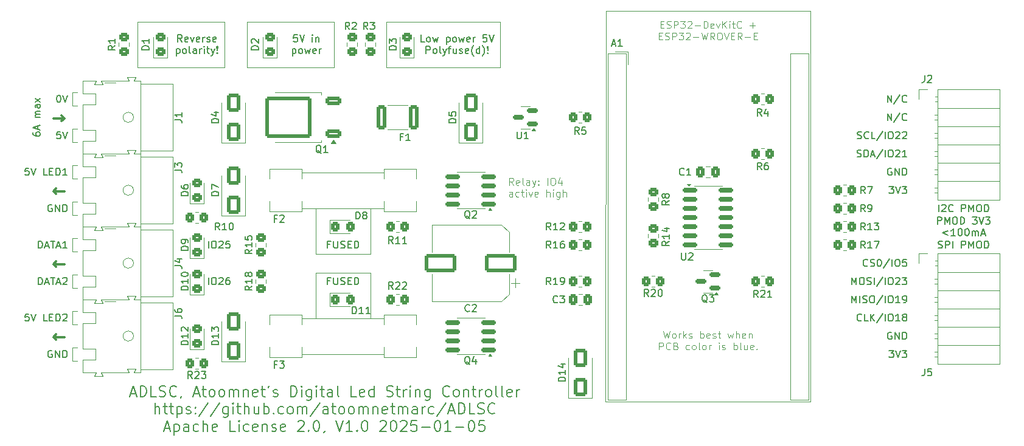
<source format=gto>
G04 #@! TF.GenerationSoftware,KiCad,Pcbnew,8.0.7*
G04 #@! TF.CreationDate,2025-01-05T11:55:31+01:00*
G04 #@! TF.ProjectId,ADLSC,41444c53-432e-46b6-9963-61645f706362,V1.0*
G04 #@! TF.SameCoordinates,Original*
G04 #@! TF.FileFunction,Legend,Top*
G04 #@! TF.FilePolarity,Positive*
%FSLAX46Y46*%
G04 Gerber Fmt 4.6, Leading zero omitted, Abs format (unit mm)*
G04 Created by KiCad (PCBNEW 8.0.7) date 2025-01-05 11:55:31*
%MOMM*%
%LPD*%
G01*
G04 APERTURE LIST*
G04 Aperture macros list*
%AMRoundRect*
0 Rectangle with rounded corners*
0 $1 Rounding radius*
0 $2 $3 $4 $5 $6 $7 $8 $9 X,Y pos of 4 corners*
0 Add a 4 corners polygon primitive as box body*
4,1,4,$2,$3,$4,$5,$6,$7,$8,$9,$2,$3,0*
0 Add four circle primitives for the rounded corners*
1,1,$1+$1,$2,$3*
1,1,$1+$1,$4,$5*
1,1,$1+$1,$6,$7*
1,1,$1+$1,$8,$9*
0 Add four rect primitives between the rounded corners*
20,1,$1+$1,$2,$3,$4,$5,0*
20,1,$1+$1,$4,$5,$6,$7,0*
20,1,$1+$1,$6,$7,$8,$9,0*
20,1,$1+$1,$8,$9,$2,$3,0*%
G04 Aperture macros list end*
%ADD10C,0.100000*%
%ADD11C,0.150000*%
%ADD12C,0.300000*%
%ADD13C,0.120000*%
%ADD14RoundRect,0.150000X-0.825000X-0.150000X0.825000X-0.150000X0.825000X0.150000X-0.825000X0.150000X0*%
%ADD15RoundRect,0.250000X0.350000X0.450000X-0.350000X0.450000X-0.350000X-0.450000X0.350000X-0.450000X0*%
%ADD16C,3.000000*%
%ADD17R,3.000000X3.000000*%
%ADD18RoundRect,0.250000X0.450000X-0.325000X0.450000X0.325000X-0.450000X0.325000X-0.450000X-0.325000X0*%
%ADD19RoundRect,0.150000X0.825000X0.150000X-0.825000X0.150000X-0.825000X-0.150000X0.825000X-0.150000X0*%
%ADD20RoundRect,0.250000X-0.450000X0.350000X-0.450000X-0.350000X0.450000X-0.350000X0.450000X0.350000X0*%
%ADD21RoundRect,0.250000X0.450000X-0.350000X0.450000X0.350000X-0.450000X0.350000X-0.450000X-0.350000X0*%
%ADD22RoundRect,0.250000X0.650000X-1.000000X0.650000X1.000000X-0.650000X1.000000X-0.650000X-1.000000X0*%
%ADD23O,4.000000X3.000000*%
%ADD24RoundRect,0.250000X-0.350000X-0.450000X0.350000X-0.450000X0.350000X0.450000X-0.350000X0.450000X0*%
%ADD25RoundRect,0.250000X-0.325000X-0.450000X0.325000X-0.450000X0.325000X0.450000X-0.325000X0.450000X0*%
%ADD26RoundRect,0.150000X0.587500X0.150000X-0.587500X0.150000X-0.587500X-0.150000X0.587500X-0.150000X0*%
%ADD27RoundRect,0.250000X-0.400000X-1.450000X0.400000X-1.450000X0.400000X1.450000X-0.400000X1.450000X0*%
%ADD28O,1.700000X1.700000*%
%ADD29R,1.700000X1.700000*%
%ADD30RoundRect,0.250000X0.850000X0.350000X-0.850000X0.350000X-0.850000X-0.350000X0.850000X-0.350000X0*%
%ADD31RoundRect,0.249997X2.950003X2.650003X-2.950003X2.650003X-2.950003X-2.650003X2.950003X-2.650003X0*%
%ADD32RoundRect,0.250000X-0.337500X-0.475000X0.337500X-0.475000X0.337500X0.475000X-0.337500X0.475000X0*%
%ADD33O,2.100000X1.700000*%
%ADD34R,2.100000X1.700000*%
%ADD35C,0.800000*%
%ADD36C,6.400000*%
%ADD37RoundRect,0.250000X1.950000X1.000000X-1.950000X1.000000X-1.950000X-1.000000X1.950000X-1.000000X0*%
%ADD38RoundRect,0.250000X0.337500X0.475000X-0.337500X0.475000X-0.337500X-0.475000X0.337500X-0.475000X0*%
G04 APERTURE END LIST*
D10*
X69455312Y-24678475D02*
X69121979Y-24202284D01*
X68883884Y-24678475D02*
X68883884Y-23678475D01*
X68883884Y-23678475D02*
X69264836Y-23678475D01*
X69264836Y-23678475D02*
X69360074Y-23726094D01*
X69360074Y-23726094D02*
X69407693Y-23773713D01*
X69407693Y-23773713D02*
X69455312Y-23868951D01*
X69455312Y-23868951D02*
X69455312Y-24011808D01*
X69455312Y-24011808D02*
X69407693Y-24107046D01*
X69407693Y-24107046D02*
X69360074Y-24154665D01*
X69360074Y-24154665D02*
X69264836Y-24202284D01*
X69264836Y-24202284D02*
X68883884Y-24202284D01*
X70264836Y-24630856D02*
X70169598Y-24678475D01*
X70169598Y-24678475D02*
X69979122Y-24678475D01*
X69979122Y-24678475D02*
X69883884Y-24630856D01*
X69883884Y-24630856D02*
X69836265Y-24535617D01*
X69836265Y-24535617D02*
X69836265Y-24154665D01*
X69836265Y-24154665D02*
X69883884Y-24059427D01*
X69883884Y-24059427D02*
X69979122Y-24011808D01*
X69979122Y-24011808D02*
X70169598Y-24011808D01*
X70169598Y-24011808D02*
X70264836Y-24059427D01*
X70264836Y-24059427D02*
X70312455Y-24154665D01*
X70312455Y-24154665D02*
X70312455Y-24249903D01*
X70312455Y-24249903D02*
X69836265Y-24345141D01*
X70883884Y-24678475D02*
X70788646Y-24630856D01*
X70788646Y-24630856D02*
X70741027Y-24535617D01*
X70741027Y-24535617D02*
X70741027Y-23678475D01*
X71693408Y-24678475D02*
X71693408Y-24154665D01*
X71693408Y-24154665D02*
X71645789Y-24059427D01*
X71645789Y-24059427D02*
X71550551Y-24011808D01*
X71550551Y-24011808D02*
X71360075Y-24011808D01*
X71360075Y-24011808D02*
X71264837Y-24059427D01*
X71693408Y-24630856D02*
X71598170Y-24678475D01*
X71598170Y-24678475D02*
X71360075Y-24678475D01*
X71360075Y-24678475D02*
X71264837Y-24630856D01*
X71264837Y-24630856D02*
X71217218Y-24535617D01*
X71217218Y-24535617D02*
X71217218Y-24440379D01*
X71217218Y-24440379D02*
X71264837Y-24345141D01*
X71264837Y-24345141D02*
X71360075Y-24297522D01*
X71360075Y-24297522D02*
X71598170Y-24297522D01*
X71598170Y-24297522D02*
X71693408Y-24249903D01*
X72074361Y-24011808D02*
X72312456Y-24678475D01*
X72550551Y-24011808D02*
X72312456Y-24678475D01*
X72312456Y-24678475D02*
X72217218Y-24916570D01*
X72217218Y-24916570D02*
X72169599Y-24964189D01*
X72169599Y-24964189D02*
X72074361Y-25011808D01*
X72931504Y-24583236D02*
X72979123Y-24630856D01*
X72979123Y-24630856D02*
X72931504Y-24678475D01*
X72931504Y-24678475D02*
X72883885Y-24630856D01*
X72883885Y-24630856D02*
X72931504Y-24583236D01*
X72931504Y-24583236D02*
X72931504Y-24678475D01*
X72931504Y-24059427D02*
X72979123Y-24107046D01*
X72979123Y-24107046D02*
X72931504Y-24154665D01*
X72931504Y-24154665D02*
X72883885Y-24107046D01*
X72883885Y-24107046D02*
X72931504Y-24059427D01*
X72931504Y-24059427D02*
X72931504Y-24154665D01*
X74169599Y-24678475D02*
X74169599Y-23678475D01*
X74836265Y-23678475D02*
X75026741Y-23678475D01*
X75026741Y-23678475D02*
X75121979Y-23726094D01*
X75121979Y-23726094D02*
X75217217Y-23821332D01*
X75217217Y-23821332D02*
X75264836Y-24011808D01*
X75264836Y-24011808D02*
X75264836Y-24345141D01*
X75264836Y-24345141D02*
X75217217Y-24535617D01*
X75217217Y-24535617D02*
X75121979Y-24630856D01*
X75121979Y-24630856D02*
X75026741Y-24678475D01*
X75026741Y-24678475D02*
X74836265Y-24678475D01*
X74836265Y-24678475D02*
X74741027Y-24630856D01*
X74741027Y-24630856D02*
X74645789Y-24535617D01*
X74645789Y-24535617D02*
X74598170Y-24345141D01*
X74598170Y-24345141D02*
X74598170Y-24011808D01*
X74598170Y-24011808D02*
X74645789Y-23821332D01*
X74645789Y-23821332D02*
X74741027Y-23726094D01*
X74741027Y-23726094D02*
X74836265Y-23678475D01*
X76121979Y-24011808D02*
X76121979Y-24678475D01*
X75883884Y-23630856D02*
X75645789Y-24345141D01*
X75645789Y-24345141D02*
X76264836Y-24345141D01*
X69312455Y-26288419D02*
X69312455Y-25764609D01*
X69312455Y-25764609D02*
X69264836Y-25669371D01*
X69264836Y-25669371D02*
X69169598Y-25621752D01*
X69169598Y-25621752D02*
X68979122Y-25621752D01*
X68979122Y-25621752D02*
X68883884Y-25669371D01*
X69312455Y-26240800D02*
X69217217Y-26288419D01*
X69217217Y-26288419D02*
X68979122Y-26288419D01*
X68979122Y-26288419D02*
X68883884Y-26240800D01*
X68883884Y-26240800D02*
X68836265Y-26145561D01*
X68836265Y-26145561D02*
X68836265Y-26050323D01*
X68836265Y-26050323D02*
X68883884Y-25955085D01*
X68883884Y-25955085D02*
X68979122Y-25907466D01*
X68979122Y-25907466D02*
X69217217Y-25907466D01*
X69217217Y-25907466D02*
X69312455Y-25859847D01*
X70217217Y-26240800D02*
X70121979Y-26288419D01*
X70121979Y-26288419D02*
X69931503Y-26288419D01*
X69931503Y-26288419D02*
X69836265Y-26240800D01*
X69836265Y-26240800D02*
X69788646Y-26193180D01*
X69788646Y-26193180D02*
X69741027Y-26097942D01*
X69741027Y-26097942D02*
X69741027Y-25812228D01*
X69741027Y-25812228D02*
X69788646Y-25716990D01*
X69788646Y-25716990D02*
X69836265Y-25669371D01*
X69836265Y-25669371D02*
X69931503Y-25621752D01*
X69931503Y-25621752D02*
X70121979Y-25621752D01*
X70121979Y-25621752D02*
X70217217Y-25669371D01*
X70502932Y-25621752D02*
X70883884Y-25621752D01*
X70645789Y-25288419D02*
X70645789Y-26145561D01*
X70645789Y-26145561D02*
X70693408Y-26240800D01*
X70693408Y-26240800D02*
X70788646Y-26288419D01*
X70788646Y-26288419D02*
X70883884Y-26288419D01*
X71217218Y-26288419D02*
X71217218Y-25621752D01*
X71217218Y-25288419D02*
X71169599Y-25336038D01*
X71169599Y-25336038D02*
X71217218Y-25383657D01*
X71217218Y-25383657D02*
X71264837Y-25336038D01*
X71264837Y-25336038D02*
X71217218Y-25288419D01*
X71217218Y-25288419D02*
X71217218Y-25383657D01*
X71598170Y-25621752D02*
X71836265Y-26288419D01*
X71836265Y-26288419D02*
X72074360Y-25621752D01*
X72836265Y-26240800D02*
X72741027Y-26288419D01*
X72741027Y-26288419D02*
X72550551Y-26288419D01*
X72550551Y-26288419D02*
X72455313Y-26240800D01*
X72455313Y-26240800D02*
X72407694Y-26145561D01*
X72407694Y-26145561D02*
X72407694Y-25764609D01*
X72407694Y-25764609D02*
X72455313Y-25669371D01*
X72455313Y-25669371D02*
X72550551Y-25621752D01*
X72550551Y-25621752D02*
X72741027Y-25621752D01*
X72741027Y-25621752D02*
X72836265Y-25669371D01*
X72836265Y-25669371D02*
X72883884Y-25764609D01*
X72883884Y-25764609D02*
X72883884Y-25859847D01*
X72883884Y-25859847D02*
X72407694Y-25955085D01*
X74074361Y-26288419D02*
X74074361Y-25288419D01*
X74502932Y-26288419D02*
X74502932Y-25764609D01*
X74502932Y-25764609D02*
X74455313Y-25669371D01*
X74455313Y-25669371D02*
X74360075Y-25621752D01*
X74360075Y-25621752D02*
X74217218Y-25621752D01*
X74217218Y-25621752D02*
X74121980Y-25669371D01*
X74121980Y-25669371D02*
X74074361Y-25716990D01*
X74979123Y-26288419D02*
X74979123Y-25621752D01*
X74979123Y-25288419D02*
X74931504Y-25336038D01*
X74931504Y-25336038D02*
X74979123Y-25383657D01*
X74979123Y-25383657D02*
X75026742Y-25336038D01*
X75026742Y-25336038D02*
X74979123Y-25288419D01*
X74979123Y-25288419D02*
X74979123Y-25383657D01*
X75883884Y-25621752D02*
X75883884Y-26431276D01*
X75883884Y-26431276D02*
X75836265Y-26526514D01*
X75836265Y-26526514D02*
X75788646Y-26574133D01*
X75788646Y-26574133D02*
X75693408Y-26621752D01*
X75693408Y-26621752D02*
X75550551Y-26621752D01*
X75550551Y-26621752D02*
X75455313Y-26574133D01*
X75883884Y-26240800D02*
X75788646Y-26288419D01*
X75788646Y-26288419D02*
X75598170Y-26288419D01*
X75598170Y-26288419D02*
X75502932Y-26240800D01*
X75502932Y-26240800D02*
X75455313Y-26193180D01*
X75455313Y-26193180D02*
X75407694Y-26097942D01*
X75407694Y-26097942D02*
X75407694Y-25812228D01*
X75407694Y-25812228D02*
X75455313Y-25716990D01*
X75455313Y-25716990D02*
X75502932Y-25669371D01*
X75502932Y-25669371D02*
X75598170Y-25621752D01*
X75598170Y-25621752D02*
X75788646Y-25621752D01*
X75788646Y-25621752D02*
X75883884Y-25669371D01*
X76360075Y-26288419D02*
X76360075Y-25288419D01*
X76788646Y-26288419D02*
X76788646Y-25764609D01*
X76788646Y-25764609D02*
X76741027Y-25669371D01*
X76741027Y-25669371D02*
X76645789Y-25621752D01*
X76645789Y-25621752D02*
X76502932Y-25621752D01*
X76502932Y-25621752D02*
X76407694Y-25669371D01*
X76407694Y-25669371D02*
X76360075Y-25716990D01*
X89924762Y-2303637D02*
X90258095Y-2303637D01*
X90400952Y-2827447D02*
X89924762Y-2827447D01*
X89924762Y-2827447D02*
X89924762Y-1827447D01*
X89924762Y-1827447D02*
X90400952Y-1827447D01*
X90781905Y-2779828D02*
X90924762Y-2827447D01*
X90924762Y-2827447D02*
X91162857Y-2827447D01*
X91162857Y-2827447D02*
X91258095Y-2779828D01*
X91258095Y-2779828D02*
X91305714Y-2732208D01*
X91305714Y-2732208D02*
X91353333Y-2636970D01*
X91353333Y-2636970D02*
X91353333Y-2541732D01*
X91353333Y-2541732D02*
X91305714Y-2446494D01*
X91305714Y-2446494D02*
X91258095Y-2398875D01*
X91258095Y-2398875D02*
X91162857Y-2351256D01*
X91162857Y-2351256D02*
X90972381Y-2303637D01*
X90972381Y-2303637D02*
X90877143Y-2256018D01*
X90877143Y-2256018D02*
X90829524Y-2208399D01*
X90829524Y-2208399D02*
X90781905Y-2113161D01*
X90781905Y-2113161D02*
X90781905Y-2017923D01*
X90781905Y-2017923D02*
X90829524Y-1922685D01*
X90829524Y-1922685D02*
X90877143Y-1875066D01*
X90877143Y-1875066D02*
X90972381Y-1827447D01*
X90972381Y-1827447D02*
X91210476Y-1827447D01*
X91210476Y-1827447D02*
X91353333Y-1875066D01*
X91781905Y-2827447D02*
X91781905Y-1827447D01*
X91781905Y-1827447D02*
X92162857Y-1827447D01*
X92162857Y-1827447D02*
X92258095Y-1875066D01*
X92258095Y-1875066D02*
X92305714Y-1922685D01*
X92305714Y-1922685D02*
X92353333Y-2017923D01*
X92353333Y-2017923D02*
X92353333Y-2160780D01*
X92353333Y-2160780D02*
X92305714Y-2256018D01*
X92305714Y-2256018D02*
X92258095Y-2303637D01*
X92258095Y-2303637D02*
X92162857Y-2351256D01*
X92162857Y-2351256D02*
X91781905Y-2351256D01*
X92686667Y-1827447D02*
X93305714Y-1827447D01*
X93305714Y-1827447D02*
X92972381Y-2208399D01*
X92972381Y-2208399D02*
X93115238Y-2208399D01*
X93115238Y-2208399D02*
X93210476Y-2256018D01*
X93210476Y-2256018D02*
X93258095Y-2303637D01*
X93258095Y-2303637D02*
X93305714Y-2398875D01*
X93305714Y-2398875D02*
X93305714Y-2636970D01*
X93305714Y-2636970D02*
X93258095Y-2732208D01*
X93258095Y-2732208D02*
X93210476Y-2779828D01*
X93210476Y-2779828D02*
X93115238Y-2827447D01*
X93115238Y-2827447D02*
X92829524Y-2827447D01*
X92829524Y-2827447D02*
X92734286Y-2779828D01*
X92734286Y-2779828D02*
X92686667Y-2732208D01*
X93686667Y-1922685D02*
X93734286Y-1875066D01*
X93734286Y-1875066D02*
X93829524Y-1827447D01*
X93829524Y-1827447D02*
X94067619Y-1827447D01*
X94067619Y-1827447D02*
X94162857Y-1875066D01*
X94162857Y-1875066D02*
X94210476Y-1922685D01*
X94210476Y-1922685D02*
X94258095Y-2017923D01*
X94258095Y-2017923D02*
X94258095Y-2113161D01*
X94258095Y-2113161D02*
X94210476Y-2256018D01*
X94210476Y-2256018D02*
X93639048Y-2827447D01*
X93639048Y-2827447D02*
X94258095Y-2827447D01*
X94686667Y-2446494D02*
X95448572Y-2446494D01*
X95924762Y-2827447D02*
X95924762Y-1827447D01*
X95924762Y-1827447D02*
X96162857Y-1827447D01*
X96162857Y-1827447D02*
X96305714Y-1875066D01*
X96305714Y-1875066D02*
X96400952Y-1970304D01*
X96400952Y-1970304D02*
X96448571Y-2065542D01*
X96448571Y-2065542D02*
X96496190Y-2256018D01*
X96496190Y-2256018D02*
X96496190Y-2398875D01*
X96496190Y-2398875D02*
X96448571Y-2589351D01*
X96448571Y-2589351D02*
X96400952Y-2684589D01*
X96400952Y-2684589D02*
X96305714Y-2779828D01*
X96305714Y-2779828D02*
X96162857Y-2827447D01*
X96162857Y-2827447D02*
X95924762Y-2827447D01*
X97305714Y-2779828D02*
X97210476Y-2827447D01*
X97210476Y-2827447D02*
X97020000Y-2827447D01*
X97020000Y-2827447D02*
X96924762Y-2779828D01*
X96924762Y-2779828D02*
X96877143Y-2684589D01*
X96877143Y-2684589D02*
X96877143Y-2303637D01*
X96877143Y-2303637D02*
X96924762Y-2208399D01*
X96924762Y-2208399D02*
X97020000Y-2160780D01*
X97020000Y-2160780D02*
X97210476Y-2160780D01*
X97210476Y-2160780D02*
X97305714Y-2208399D01*
X97305714Y-2208399D02*
X97353333Y-2303637D01*
X97353333Y-2303637D02*
X97353333Y-2398875D01*
X97353333Y-2398875D02*
X96877143Y-2494113D01*
X97686667Y-2160780D02*
X97924762Y-2827447D01*
X97924762Y-2827447D02*
X98162857Y-2160780D01*
X98543810Y-2827447D02*
X98543810Y-1827447D01*
X99115238Y-2827447D02*
X98686667Y-2256018D01*
X99115238Y-1827447D02*
X98543810Y-2398875D01*
X99543810Y-2827447D02*
X99543810Y-2160780D01*
X99543810Y-1827447D02*
X99496191Y-1875066D01*
X99496191Y-1875066D02*
X99543810Y-1922685D01*
X99543810Y-1922685D02*
X99591429Y-1875066D01*
X99591429Y-1875066D02*
X99543810Y-1827447D01*
X99543810Y-1827447D02*
X99543810Y-1922685D01*
X99877143Y-2160780D02*
X100258095Y-2160780D01*
X100020000Y-1827447D02*
X100020000Y-2684589D01*
X100020000Y-2684589D02*
X100067619Y-2779828D01*
X100067619Y-2779828D02*
X100162857Y-2827447D01*
X100162857Y-2827447D02*
X100258095Y-2827447D01*
X101162857Y-2732208D02*
X101115238Y-2779828D01*
X101115238Y-2779828D02*
X100972381Y-2827447D01*
X100972381Y-2827447D02*
X100877143Y-2827447D01*
X100877143Y-2827447D02*
X100734286Y-2779828D01*
X100734286Y-2779828D02*
X100639048Y-2684589D01*
X100639048Y-2684589D02*
X100591429Y-2589351D01*
X100591429Y-2589351D02*
X100543810Y-2398875D01*
X100543810Y-2398875D02*
X100543810Y-2256018D01*
X100543810Y-2256018D02*
X100591429Y-2065542D01*
X100591429Y-2065542D02*
X100639048Y-1970304D01*
X100639048Y-1970304D02*
X100734286Y-1875066D01*
X100734286Y-1875066D02*
X100877143Y-1827447D01*
X100877143Y-1827447D02*
X100972381Y-1827447D01*
X100972381Y-1827447D02*
X101115238Y-1875066D01*
X101115238Y-1875066D02*
X101162857Y-1922685D01*
X102353334Y-2446494D02*
X103115239Y-2446494D01*
X102734286Y-2827447D02*
X102734286Y-2065542D01*
X89710476Y-3913581D02*
X90043809Y-3913581D01*
X90186666Y-4437391D02*
X89710476Y-4437391D01*
X89710476Y-4437391D02*
X89710476Y-3437391D01*
X89710476Y-3437391D02*
X90186666Y-3437391D01*
X90567619Y-4389772D02*
X90710476Y-4437391D01*
X90710476Y-4437391D02*
X90948571Y-4437391D01*
X90948571Y-4437391D02*
X91043809Y-4389772D01*
X91043809Y-4389772D02*
X91091428Y-4342152D01*
X91091428Y-4342152D02*
X91139047Y-4246914D01*
X91139047Y-4246914D02*
X91139047Y-4151676D01*
X91139047Y-4151676D02*
X91091428Y-4056438D01*
X91091428Y-4056438D02*
X91043809Y-4008819D01*
X91043809Y-4008819D02*
X90948571Y-3961200D01*
X90948571Y-3961200D02*
X90758095Y-3913581D01*
X90758095Y-3913581D02*
X90662857Y-3865962D01*
X90662857Y-3865962D02*
X90615238Y-3818343D01*
X90615238Y-3818343D02*
X90567619Y-3723105D01*
X90567619Y-3723105D02*
X90567619Y-3627867D01*
X90567619Y-3627867D02*
X90615238Y-3532629D01*
X90615238Y-3532629D02*
X90662857Y-3485010D01*
X90662857Y-3485010D02*
X90758095Y-3437391D01*
X90758095Y-3437391D02*
X90996190Y-3437391D01*
X90996190Y-3437391D02*
X91139047Y-3485010D01*
X91567619Y-4437391D02*
X91567619Y-3437391D01*
X91567619Y-3437391D02*
X91948571Y-3437391D01*
X91948571Y-3437391D02*
X92043809Y-3485010D01*
X92043809Y-3485010D02*
X92091428Y-3532629D01*
X92091428Y-3532629D02*
X92139047Y-3627867D01*
X92139047Y-3627867D02*
X92139047Y-3770724D01*
X92139047Y-3770724D02*
X92091428Y-3865962D01*
X92091428Y-3865962D02*
X92043809Y-3913581D01*
X92043809Y-3913581D02*
X91948571Y-3961200D01*
X91948571Y-3961200D02*
X91567619Y-3961200D01*
X92472381Y-3437391D02*
X93091428Y-3437391D01*
X93091428Y-3437391D02*
X92758095Y-3818343D01*
X92758095Y-3818343D02*
X92900952Y-3818343D01*
X92900952Y-3818343D02*
X92996190Y-3865962D01*
X92996190Y-3865962D02*
X93043809Y-3913581D01*
X93043809Y-3913581D02*
X93091428Y-4008819D01*
X93091428Y-4008819D02*
X93091428Y-4246914D01*
X93091428Y-4246914D02*
X93043809Y-4342152D01*
X93043809Y-4342152D02*
X92996190Y-4389772D01*
X92996190Y-4389772D02*
X92900952Y-4437391D01*
X92900952Y-4437391D02*
X92615238Y-4437391D01*
X92615238Y-4437391D02*
X92520000Y-4389772D01*
X92520000Y-4389772D02*
X92472381Y-4342152D01*
X93472381Y-3532629D02*
X93520000Y-3485010D01*
X93520000Y-3485010D02*
X93615238Y-3437391D01*
X93615238Y-3437391D02*
X93853333Y-3437391D01*
X93853333Y-3437391D02*
X93948571Y-3485010D01*
X93948571Y-3485010D02*
X93996190Y-3532629D01*
X93996190Y-3532629D02*
X94043809Y-3627867D01*
X94043809Y-3627867D02*
X94043809Y-3723105D01*
X94043809Y-3723105D02*
X93996190Y-3865962D01*
X93996190Y-3865962D02*
X93424762Y-4437391D01*
X93424762Y-4437391D02*
X94043809Y-4437391D01*
X94472381Y-4056438D02*
X95234286Y-4056438D01*
X95615238Y-3437391D02*
X95853333Y-4437391D01*
X95853333Y-4437391D02*
X96043809Y-3723105D01*
X96043809Y-3723105D02*
X96234285Y-4437391D01*
X96234285Y-4437391D02*
X96472381Y-3437391D01*
X97424761Y-4437391D02*
X97091428Y-3961200D01*
X96853333Y-4437391D02*
X96853333Y-3437391D01*
X96853333Y-3437391D02*
X97234285Y-3437391D01*
X97234285Y-3437391D02*
X97329523Y-3485010D01*
X97329523Y-3485010D02*
X97377142Y-3532629D01*
X97377142Y-3532629D02*
X97424761Y-3627867D01*
X97424761Y-3627867D02*
X97424761Y-3770724D01*
X97424761Y-3770724D02*
X97377142Y-3865962D01*
X97377142Y-3865962D02*
X97329523Y-3913581D01*
X97329523Y-3913581D02*
X97234285Y-3961200D01*
X97234285Y-3961200D02*
X96853333Y-3961200D01*
X98043809Y-3437391D02*
X98234285Y-3437391D01*
X98234285Y-3437391D02*
X98329523Y-3485010D01*
X98329523Y-3485010D02*
X98424761Y-3580248D01*
X98424761Y-3580248D02*
X98472380Y-3770724D01*
X98472380Y-3770724D02*
X98472380Y-4104057D01*
X98472380Y-4104057D02*
X98424761Y-4294533D01*
X98424761Y-4294533D02*
X98329523Y-4389772D01*
X98329523Y-4389772D02*
X98234285Y-4437391D01*
X98234285Y-4437391D02*
X98043809Y-4437391D01*
X98043809Y-4437391D02*
X97948571Y-4389772D01*
X97948571Y-4389772D02*
X97853333Y-4294533D01*
X97853333Y-4294533D02*
X97805714Y-4104057D01*
X97805714Y-4104057D02*
X97805714Y-3770724D01*
X97805714Y-3770724D02*
X97853333Y-3580248D01*
X97853333Y-3580248D02*
X97948571Y-3485010D01*
X97948571Y-3485010D02*
X98043809Y-3437391D01*
X98758095Y-3437391D02*
X99091428Y-4437391D01*
X99091428Y-4437391D02*
X99424761Y-3437391D01*
X99758095Y-3913581D02*
X100091428Y-3913581D01*
X100234285Y-4437391D02*
X99758095Y-4437391D01*
X99758095Y-4437391D02*
X99758095Y-3437391D01*
X99758095Y-3437391D02*
X100234285Y-3437391D01*
X101234285Y-4437391D02*
X100900952Y-3961200D01*
X100662857Y-4437391D02*
X100662857Y-3437391D01*
X100662857Y-3437391D02*
X101043809Y-3437391D01*
X101043809Y-3437391D02*
X101139047Y-3485010D01*
X101139047Y-3485010D02*
X101186666Y-3532629D01*
X101186666Y-3532629D02*
X101234285Y-3627867D01*
X101234285Y-3627867D02*
X101234285Y-3770724D01*
X101234285Y-3770724D02*
X101186666Y-3865962D01*
X101186666Y-3865962D02*
X101139047Y-3913581D01*
X101139047Y-3913581D02*
X101043809Y-3961200D01*
X101043809Y-3961200D02*
X100662857Y-3961200D01*
X101662857Y-4056438D02*
X102424762Y-4056438D01*
X102900952Y-3913581D02*
X103234285Y-3913581D01*
X103377142Y-4437391D02*
X102900952Y-4437391D01*
X102900952Y-4437391D02*
X102900952Y-3437391D01*
X102900952Y-3437391D02*
X103377142Y-3437391D01*
X41910000Y-27940000D02*
X49530000Y-27940000D01*
X49530000Y-34290000D01*
X41910000Y-34290000D01*
X41910000Y-27940000D01*
X32385000Y-1905000D02*
X44450000Y-1905000D01*
X44450000Y-8255000D01*
X32385000Y-8255000D01*
X32385000Y-1905000D01*
X51752500Y-1905000D02*
X67627500Y-1905000D01*
X67627500Y-8255000D01*
X51752500Y-8255000D01*
X51752500Y-1905000D01*
X17145000Y-1905000D02*
X29210000Y-1905000D01*
X29210000Y-8255000D01*
X17145000Y-8255000D01*
X17145000Y-1905000D01*
X41910000Y-36870000D02*
X49530000Y-36870000D01*
X49530000Y-43220000D01*
X41910000Y-43220000D01*
X41910000Y-36870000D01*
D11*
X3330839Y-33474819D02*
X3330839Y-32474819D01*
X3330839Y-32474819D02*
X3568934Y-32474819D01*
X3568934Y-32474819D02*
X3711791Y-32522438D01*
X3711791Y-32522438D02*
X3807029Y-32617676D01*
X3807029Y-32617676D02*
X3854648Y-32712914D01*
X3854648Y-32712914D02*
X3902267Y-32903390D01*
X3902267Y-32903390D02*
X3902267Y-33046247D01*
X3902267Y-33046247D02*
X3854648Y-33236723D01*
X3854648Y-33236723D02*
X3807029Y-33331961D01*
X3807029Y-33331961D02*
X3711791Y-33427200D01*
X3711791Y-33427200D02*
X3568934Y-33474819D01*
X3568934Y-33474819D02*
X3330839Y-33474819D01*
X4283220Y-33189104D02*
X4759410Y-33189104D01*
X4187982Y-33474819D02*
X4521315Y-32474819D01*
X4521315Y-32474819D02*
X4854648Y-33474819D01*
X5045125Y-32474819D02*
X5616553Y-32474819D01*
X5330839Y-33474819D02*
X5330839Y-32474819D01*
X5902268Y-33189104D02*
X6378458Y-33189104D01*
X5807030Y-33474819D02*
X6140363Y-32474819D01*
X6140363Y-32474819D02*
X6473696Y-33474819D01*
X7330839Y-33474819D02*
X6759411Y-33474819D01*
X7045125Y-33474819D02*
X7045125Y-32474819D01*
X7045125Y-32474819D02*
X6949887Y-32617676D01*
X6949887Y-32617676D02*
X6854649Y-32712914D01*
X6854649Y-32712914D02*
X6759411Y-32760533D01*
X3330839Y-38554819D02*
X3330839Y-37554819D01*
X3330839Y-37554819D02*
X3568934Y-37554819D01*
X3568934Y-37554819D02*
X3711791Y-37602438D01*
X3711791Y-37602438D02*
X3807029Y-37697676D01*
X3807029Y-37697676D02*
X3854648Y-37792914D01*
X3854648Y-37792914D02*
X3902267Y-37983390D01*
X3902267Y-37983390D02*
X3902267Y-38126247D01*
X3902267Y-38126247D02*
X3854648Y-38316723D01*
X3854648Y-38316723D02*
X3807029Y-38411961D01*
X3807029Y-38411961D02*
X3711791Y-38507200D01*
X3711791Y-38507200D02*
X3568934Y-38554819D01*
X3568934Y-38554819D02*
X3330839Y-38554819D01*
X4283220Y-38269104D02*
X4759410Y-38269104D01*
X4187982Y-38554819D02*
X4521315Y-37554819D01*
X4521315Y-37554819D02*
X4854648Y-38554819D01*
X5045125Y-37554819D02*
X5616553Y-37554819D01*
X5330839Y-38554819D02*
X5330839Y-37554819D01*
X5902268Y-38269104D02*
X6378458Y-38269104D01*
X5807030Y-38554819D02*
X6140363Y-37554819D01*
X6140363Y-37554819D02*
X6473696Y-38554819D01*
X6759411Y-37650057D02*
X6807030Y-37602438D01*
X6807030Y-37602438D02*
X6902268Y-37554819D01*
X6902268Y-37554819D02*
X7140363Y-37554819D01*
X7140363Y-37554819D02*
X7235601Y-37602438D01*
X7235601Y-37602438D02*
X7283220Y-37650057D01*
X7283220Y-37650057D02*
X7330839Y-37745295D01*
X7330839Y-37745295D02*
X7330839Y-37840533D01*
X7330839Y-37840533D02*
X7283220Y-37983390D01*
X7283220Y-37983390D02*
X6711792Y-38554819D01*
X6711792Y-38554819D02*
X7330839Y-38554819D01*
X121742268Y-24854819D02*
X122361315Y-24854819D01*
X122361315Y-24854819D02*
X122027982Y-25235771D01*
X122027982Y-25235771D02*
X122170839Y-25235771D01*
X122170839Y-25235771D02*
X122266077Y-25283390D01*
X122266077Y-25283390D02*
X122313696Y-25331009D01*
X122313696Y-25331009D02*
X122361315Y-25426247D01*
X122361315Y-25426247D02*
X122361315Y-25664342D01*
X122361315Y-25664342D02*
X122313696Y-25759580D01*
X122313696Y-25759580D02*
X122266077Y-25807200D01*
X122266077Y-25807200D02*
X122170839Y-25854819D01*
X122170839Y-25854819D02*
X121885125Y-25854819D01*
X121885125Y-25854819D02*
X121789887Y-25807200D01*
X121789887Y-25807200D02*
X121742268Y-25759580D01*
X122647030Y-24854819D02*
X122980363Y-25854819D01*
X122980363Y-25854819D02*
X123313696Y-24854819D01*
X123551792Y-24854819D02*
X124170839Y-24854819D01*
X124170839Y-24854819D02*
X123837506Y-25235771D01*
X123837506Y-25235771D02*
X123980363Y-25235771D01*
X123980363Y-25235771D02*
X124075601Y-25283390D01*
X124075601Y-25283390D02*
X124123220Y-25331009D01*
X124123220Y-25331009D02*
X124170839Y-25426247D01*
X124170839Y-25426247D02*
X124170839Y-25664342D01*
X124170839Y-25664342D02*
X124123220Y-25759580D01*
X124123220Y-25759580D02*
X124075601Y-25807200D01*
X124075601Y-25807200D02*
X123980363Y-25854819D01*
X123980363Y-25854819D02*
X123694649Y-25854819D01*
X123694649Y-25854819D02*
X123599411Y-25807200D01*
X123599411Y-25807200D02*
X123551792Y-25759580D01*
X122075601Y-45222438D02*
X121980363Y-45174819D01*
X121980363Y-45174819D02*
X121837506Y-45174819D01*
X121837506Y-45174819D02*
X121694649Y-45222438D01*
X121694649Y-45222438D02*
X121599411Y-45317676D01*
X121599411Y-45317676D02*
X121551792Y-45412914D01*
X121551792Y-45412914D02*
X121504173Y-45603390D01*
X121504173Y-45603390D02*
X121504173Y-45746247D01*
X121504173Y-45746247D02*
X121551792Y-45936723D01*
X121551792Y-45936723D02*
X121599411Y-46031961D01*
X121599411Y-46031961D02*
X121694649Y-46127200D01*
X121694649Y-46127200D02*
X121837506Y-46174819D01*
X121837506Y-46174819D02*
X121932744Y-46174819D01*
X121932744Y-46174819D02*
X122075601Y-46127200D01*
X122075601Y-46127200D02*
X122123220Y-46079580D01*
X122123220Y-46079580D02*
X122123220Y-45746247D01*
X122123220Y-45746247D02*
X121932744Y-45746247D01*
X122551792Y-46174819D02*
X122551792Y-45174819D01*
X122551792Y-45174819D02*
X123123220Y-46174819D01*
X123123220Y-46174819D02*
X123123220Y-45174819D01*
X123599411Y-46174819D02*
X123599411Y-45174819D01*
X123599411Y-45174819D02*
X123837506Y-45174819D01*
X123837506Y-45174819D02*
X123980363Y-45222438D01*
X123980363Y-45222438D02*
X124075601Y-45317676D01*
X124075601Y-45317676D02*
X124123220Y-45412914D01*
X124123220Y-45412914D02*
X124170839Y-45603390D01*
X124170839Y-45603390D02*
X124170839Y-45746247D01*
X124170839Y-45746247D02*
X124123220Y-45936723D01*
X124123220Y-45936723D02*
X124075601Y-46031961D01*
X124075601Y-46031961D02*
X123980363Y-46127200D01*
X123980363Y-46127200D02*
X123837506Y-46174819D01*
X123837506Y-46174819D02*
X123599411Y-46174819D01*
X57094999Y-4729847D02*
X56618809Y-4729847D01*
X56618809Y-4729847D02*
X56618809Y-3729847D01*
X57571190Y-4729847D02*
X57475952Y-4682228D01*
X57475952Y-4682228D02*
X57428333Y-4634608D01*
X57428333Y-4634608D02*
X57380714Y-4539370D01*
X57380714Y-4539370D02*
X57380714Y-4253656D01*
X57380714Y-4253656D02*
X57428333Y-4158418D01*
X57428333Y-4158418D02*
X57475952Y-4110799D01*
X57475952Y-4110799D02*
X57571190Y-4063180D01*
X57571190Y-4063180D02*
X57714047Y-4063180D01*
X57714047Y-4063180D02*
X57809285Y-4110799D01*
X57809285Y-4110799D02*
X57856904Y-4158418D01*
X57856904Y-4158418D02*
X57904523Y-4253656D01*
X57904523Y-4253656D02*
X57904523Y-4539370D01*
X57904523Y-4539370D02*
X57856904Y-4634608D01*
X57856904Y-4634608D02*
X57809285Y-4682228D01*
X57809285Y-4682228D02*
X57714047Y-4729847D01*
X57714047Y-4729847D02*
X57571190Y-4729847D01*
X58237857Y-4063180D02*
X58428333Y-4729847D01*
X58428333Y-4729847D02*
X58618809Y-4253656D01*
X58618809Y-4253656D02*
X58809285Y-4729847D01*
X58809285Y-4729847D02*
X58999761Y-4063180D01*
X60142619Y-4063180D02*
X60142619Y-5063180D01*
X60142619Y-4110799D02*
X60237857Y-4063180D01*
X60237857Y-4063180D02*
X60428333Y-4063180D01*
X60428333Y-4063180D02*
X60523571Y-4110799D01*
X60523571Y-4110799D02*
X60571190Y-4158418D01*
X60571190Y-4158418D02*
X60618809Y-4253656D01*
X60618809Y-4253656D02*
X60618809Y-4539370D01*
X60618809Y-4539370D02*
X60571190Y-4634608D01*
X60571190Y-4634608D02*
X60523571Y-4682228D01*
X60523571Y-4682228D02*
X60428333Y-4729847D01*
X60428333Y-4729847D02*
X60237857Y-4729847D01*
X60237857Y-4729847D02*
X60142619Y-4682228D01*
X61190238Y-4729847D02*
X61095000Y-4682228D01*
X61095000Y-4682228D02*
X61047381Y-4634608D01*
X61047381Y-4634608D02*
X60999762Y-4539370D01*
X60999762Y-4539370D02*
X60999762Y-4253656D01*
X60999762Y-4253656D02*
X61047381Y-4158418D01*
X61047381Y-4158418D02*
X61095000Y-4110799D01*
X61095000Y-4110799D02*
X61190238Y-4063180D01*
X61190238Y-4063180D02*
X61333095Y-4063180D01*
X61333095Y-4063180D02*
X61428333Y-4110799D01*
X61428333Y-4110799D02*
X61475952Y-4158418D01*
X61475952Y-4158418D02*
X61523571Y-4253656D01*
X61523571Y-4253656D02*
X61523571Y-4539370D01*
X61523571Y-4539370D02*
X61475952Y-4634608D01*
X61475952Y-4634608D02*
X61428333Y-4682228D01*
X61428333Y-4682228D02*
X61333095Y-4729847D01*
X61333095Y-4729847D02*
X61190238Y-4729847D01*
X61856905Y-4063180D02*
X62047381Y-4729847D01*
X62047381Y-4729847D02*
X62237857Y-4253656D01*
X62237857Y-4253656D02*
X62428333Y-4729847D01*
X62428333Y-4729847D02*
X62618809Y-4063180D01*
X63380714Y-4682228D02*
X63285476Y-4729847D01*
X63285476Y-4729847D02*
X63095000Y-4729847D01*
X63095000Y-4729847D02*
X62999762Y-4682228D01*
X62999762Y-4682228D02*
X62952143Y-4586989D01*
X62952143Y-4586989D02*
X62952143Y-4206037D01*
X62952143Y-4206037D02*
X62999762Y-4110799D01*
X62999762Y-4110799D02*
X63095000Y-4063180D01*
X63095000Y-4063180D02*
X63285476Y-4063180D01*
X63285476Y-4063180D02*
X63380714Y-4110799D01*
X63380714Y-4110799D02*
X63428333Y-4206037D01*
X63428333Y-4206037D02*
X63428333Y-4301275D01*
X63428333Y-4301275D02*
X62952143Y-4396513D01*
X63856905Y-4729847D02*
X63856905Y-4063180D01*
X63856905Y-4253656D02*
X63904524Y-4158418D01*
X63904524Y-4158418D02*
X63952143Y-4110799D01*
X63952143Y-4110799D02*
X64047381Y-4063180D01*
X64047381Y-4063180D02*
X64142619Y-4063180D01*
X65714048Y-3729847D02*
X65237858Y-3729847D01*
X65237858Y-3729847D02*
X65190239Y-4206037D01*
X65190239Y-4206037D02*
X65237858Y-4158418D01*
X65237858Y-4158418D02*
X65333096Y-4110799D01*
X65333096Y-4110799D02*
X65571191Y-4110799D01*
X65571191Y-4110799D02*
X65666429Y-4158418D01*
X65666429Y-4158418D02*
X65714048Y-4206037D01*
X65714048Y-4206037D02*
X65761667Y-4301275D01*
X65761667Y-4301275D02*
X65761667Y-4539370D01*
X65761667Y-4539370D02*
X65714048Y-4634608D01*
X65714048Y-4634608D02*
X65666429Y-4682228D01*
X65666429Y-4682228D02*
X65571191Y-4729847D01*
X65571191Y-4729847D02*
X65333096Y-4729847D01*
X65333096Y-4729847D02*
X65237858Y-4682228D01*
X65237858Y-4682228D02*
X65190239Y-4634608D01*
X66047382Y-3729847D02*
X66380715Y-4729847D01*
X66380715Y-4729847D02*
X66714048Y-3729847D01*
X57309285Y-6339791D02*
X57309285Y-5339791D01*
X57309285Y-5339791D02*
X57690237Y-5339791D01*
X57690237Y-5339791D02*
X57785475Y-5387410D01*
X57785475Y-5387410D02*
X57833094Y-5435029D01*
X57833094Y-5435029D02*
X57880713Y-5530267D01*
X57880713Y-5530267D02*
X57880713Y-5673124D01*
X57880713Y-5673124D02*
X57833094Y-5768362D01*
X57833094Y-5768362D02*
X57785475Y-5815981D01*
X57785475Y-5815981D02*
X57690237Y-5863600D01*
X57690237Y-5863600D02*
X57309285Y-5863600D01*
X58452142Y-6339791D02*
X58356904Y-6292172D01*
X58356904Y-6292172D02*
X58309285Y-6244552D01*
X58309285Y-6244552D02*
X58261666Y-6149314D01*
X58261666Y-6149314D02*
X58261666Y-5863600D01*
X58261666Y-5863600D02*
X58309285Y-5768362D01*
X58309285Y-5768362D02*
X58356904Y-5720743D01*
X58356904Y-5720743D02*
X58452142Y-5673124D01*
X58452142Y-5673124D02*
X58594999Y-5673124D01*
X58594999Y-5673124D02*
X58690237Y-5720743D01*
X58690237Y-5720743D02*
X58737856Y-5768362D01*
X58737856Y-5768362D02*
X58785475Y-5863600D01*
X58785475Y-5863600D02*
X58785475Y-6149314D01*
X58785475Y-6149314D02*
X58737856Y-6244552D01*
X58737856Y-6244552D02*
X58690237Y-6292172D01*
X58690237Y-6292172D02*
X58594999Y-6339791D01*
X58594999Y-6339791D02*
X58452142Y-6339791D01*
X59356904Y-6339791D02*
X59261666Y-6292172D01*
X59261666Y-6292172D02*
X59214047Y-6196933D01*
X59214047Y-6196933D02*
X59214047Y-5339791D01*
X59642619Y-5673124D02*
X59880714Y-6339791D01*
X60118809Y-5673124D02*
X59880714Y-6339791D01*
X59880714Y-6339791D02*
X59785476Y-6577886D01*
X59785476Y-6577886D02*
X59737857Y-6625505D01*
X59737857Y-6625505D02*
X59642619Y-6673124D01*
X60356905Y-5673124D02*
X60737857Y-5673124D01*
X60499762Y-6339791D02*
X60499762Y-5482648D01*
X60499762Y-5482648D02*
X60547381Y-5387410D01*
X60547381Y-5387410D02*
X60642619Y-5339791D01*
X60642619Y-5339791D02*
X60737857Y-5339791D01*
X61499762Y-5673124D02*
X61499762Y-6339791D01*
X61071191Y-5673124D02*
X61071191Y-6196933D01*
X61071191Y-6196933D02*
X61118810Y-6292172D01*
X61118810Y-6292172D02*
X61214048Y-6339791D01*
X61214048Y-6339791D02*
X61356905Y-6339791D01*
X61356905Y-6339791D02*
X61452143Y-6292172D01*
X61452143Y-6292172D02*
X61499762Y-6244552D01*
X61928334Y-6292172D02*
X62023572Y-6339791D01*
X62023572Y-6339791D02*
X62214048Y-6339791D01*
X62214048Y-6339791D02*
X62309286Y-6292172D01*
X62309286Y-6292172D02*
X62356905Y-6196933D01*
X62356905Y-6196933D02*
X62356905Y-6149314D01*
X62356905Y-6149314D02*
X62309286Y-6054076D01*
X62309286Y-6054076D02*
X62214048Y-6006457D01*
X62214048Y-6006457D02*
X62071191Y-6006457D01*
X62071191Y-6006457D02*
X61975953Y-5958838D01*
X61975953Y-5958838D02*
X61928334Y-5863600D01*
X61928334Y-5863600D02*
X61928334Y-5815981D01*
X61928334Y-5815981D02*
X61975953Y-5720743D01*
X61975953Y-5720743D02*
X62071191Y-5673124D01*
X62071191Y-5673124D02*
X62214048Y-5673124D01*
X62214048Y-5673124D02*
X62309286Y-5720743D01*
X63166429Y-6292172D02*
X63071191Y-6339791D01*
X63071191Y-6339791D02*
X62880715Y-6339791D01*
X62880715Y-6339791D02*
X62785477Y-6292172D01*
X62785477Y-6292172D02*
X62737858Y-6196933D01*
X62737858Y-6196933D02*
X62737858Y-5815981D01*
X62737858Y-5815981D02*
X62785477Y-5720743D01*
X62785477Y-5720743D02*
X62880715Y-5673124D01*
X62880715Y-5673124D02*
X63071191Y-5673124D01*
X63071191Y-5673124D02*
X63166429Y-5720743D01*
X63166429Y-5720743D02*
X63214048Y-5815981D01*
X63214048Y-5815981D02*
X63214048Y-5911219D01*
X63214048Y-5911219D02*
X62737858Y-6006457D01*
X63928334Y-6720743D02*
X63880715Y-6673124D01*
X63880715Y-6673124D02*
X63785477Y-6530267D01*
X63785477Y-6530267D02*
X63737858Y-6435029D01*
X63737858Y-6435029D02*
X63690239Y-6292172D01*
X63690239Y-6292172D02*
X63642620Y-6054076D01*
X63642620Y-6054076D02*
X63642620Y-5863600D01*
X63642620Y-5863600D02*
X63690239Y-5625505D01*
X63690239Y-5625505D02*
X63737858Y-5482648D01*
X63737858Y-5482648D02*
X63785477Y-5387410D01*
X63785477Y-5387410D02*
X63880715Y-5244552D01*
X63880715Y-5244552D02*
X63928334Y-5196933D01*
X64737858Y-6339791D02*
X64737858Y-5339791D01*
X64737858Y-6292172D02*
X64642620Y-6339791D01*
X64642620Y-6339791D02*
X64452144Y-6339791D01*
X64452144Y-6339791D02*
X64356906Y-6292172D01*
X64356906Y-6292172D02*
X64309287Y-6244552D01*
X64309287Y-6244552D02*
X64261668Y-6149314D01*
X64261668Y-6149314D02*
X64261668Y-5863600D01*
X64261668Y-5863600D02*
X64309287Y-5768362D01*
X64309287Y-5768362D02*
X64356906Y-5720743D01*
X64356906Y-5720743D02*
X64452144Y-5673124D01*
X64452144Y-5673124D02*
X64642620Y-5673124D01*
X64642620Y-5673124D02*
X64737858Y-5720743D01*
X65118811Y-6720743D02*
X65166430Y-6673124D01*
X65166430Y-6673124D02*
X65261668Y-6530267D01*
X65261668Y-6530267D02*
X65309287Y-6435029D01*
X65309287Y-6435029D02*
X65356906Y-6292172D01*
X65356906Y-6292172D02*
X65404525Y-6054076D01*
X65404525Y-6054076D02*
X65404525Y-5863600D01*
X65404525Y-5863600D02*
X65356906Y-5625505D01*
X65356906Y-5625505D02*
X65309287Y-5482648D01*
X65309287Y-5482648D02*
X65261668Y-5387410D01*
X65261668Y-5387410D02*
X65166430Y-5244552D01*
X65166430Y-5244552D02*
X65118811Y-5196933D01*
X65880716Y-6244552D02*
X65928335Y-6292172D01*
X65928335Y-6292172D02*
X65880716Y-6339791D01*
X65880716Y-6339791D02*
X65833097Y-6292172D01*
X65833097Y-6292172D02*
X65880716Y-6244552D01*
X65880716Y-6244552D02*
X65880716Y-6339791D01*
X65880716Y-5958838D02*
X65833097Y-5387410D01*
X65833097Y-5387410D02*
X65880716Y-5339791D01*
X65880716Y-5339791D02*
X65928335Y-5387410D01*
X65928335Y-5387410D02*
X65880716Y-5958838D01*
X65880716Y-5958838D02*
X65880716Y-5339791D01*
X116504174Y-41094819D02*
X116504174Y-40094819D01*
X116504174Y-40094819D02*
X116837507Y-40809104D01*
X116837507Y-40809104D02*
X117170840Y-40094819D01*
X117170840Y-40094819D02*
X117170840Y-41094819D01*
X117647031Y-41094819D02*
X117647031Y-40094819D01*
X118075602Y-41047200D02*
X118218459Y-41094819D01*
X118218459Y-41094819D02*
X118456554Y-41094819D01*
X118456554Y-41094819D02*
X118551792Y-41047200D01*
X118551792Y-41047200D02*
X118599411Y-40999580D01*
X118599411Y-40999580D02*
X118647030Y-40904342D01*
X118647030Y-40904342D02*
X118647030Y-40809104D01*
X118647030Y-40809104D02*
X118599411Y-40713866D01*
X118599411Y-40713866D02*
X118551792Y-40666247D01*
X118551792Y-40666247D02*
X118456554Y-40618628D01*
X118456554Y-40618628D02*
X118266078Y-40571009D01*
X118266078Y-40571009D02*
X118170840Y-40523390D01*
X118170840Y-40523390D02*
X118123221Y-40475771D01*
X118123221Y-40475771D02*
X118075602Y-40380533D01*
X118075602Y-40380533D02*
X118075602Y-40285295D01*
X118075602Y-40285295D02*
X118123221Y-40190057D01*
X118123221Y-40190057D02*
X118170840Y-40142438D01*
X118170840Y-40142438D02*
X118266078Y-40094819D01*
X118266078Y-40094819D02*
X118504173Y-40094819D01*
X118504173Y-40094819D02*
X118647030Y-40142438D01*
X119266078Y-40094819D02*
X119456554Y-40094819D01*
X119456554Y-40094819D02*
X119551792Y-40142438D01*
X119551792Y-40142438D02*
X119647030Y-40237676D01*
X119647030Y-40237676D02*
X119694649Y-40428152D01*
X119694649Y-40428152D02*
X119694649Y-40761485D01*
X119694649Y-40761485D02*
X119647030Y-40951961D01*
X119647030Y-40951961D02*
X119551792Y-41047200D01*
X119551792Y-41047200D02*
X119456554Y-41094819D01*
X119456554Y-41094819D02*
X119266078Y-41094819D01*
X119266078Y-41094819D02*
X119170840Y-41047200D01*
X119170840Y-41047200D02*
X119075602Y-40951961D01*
X119075602Y-40951961D02*
X119027983Y-40761485D01*
X119027983Y-40761485D02*
X119027983Y-40428152D01*
X119027983Y-40428152D02*
X119075602Y-40237676D01*
X119075602Y-40237676D02*
X119170840Y-40142438D01*
X119170840Y-40142438D02*
X119266078Y-40094819D01*
X120837506Y-40047200D02*
X119980364Y-41332914D01*
X121170840Y-41094819D02*
X121170840Y-40094819D01*
X121837506Y-40094819D02*
X122027982Y-40094819D01*
X122027982Y-40094819D02*
X122123220Y-40142438D01*
X122123220Y-40142438D02*
X122218458Y-40237676D01*
X122218458Y-40237676D02*
X122266077Y-40428152D01*
X122266077Y-40428152D02*
X122266077Y-40761485D01*
X122266077Y-40761485D02*
X122218458Y-40951961D01*
X122218458Y-40951961D02*
X122123220Y-41047200D01*
X122123220Y-41047200D02*
X122027982Y-41094819D01*
X122027982Y-41094819D02*
X121837506Y-41094819D01*
X121837506Y-41094819D02*
X121742268Y-41047200D01*
X121742268Y-41047200D02*
X121647030Y-40951961D01*
X121647030Y-40951961D02*
X121599411Y-40761485D01*
X121599411Y-40761485D02*
X121599411Y-40428152D01*
X121599411Y-40428152D02*
X121647030Y-40237676D01*
X121647030Y-40237676D02*
X121742268Y-40142438D01*
X121742268Y-40142438D02*
X121837506Y-40094819D01*
X123218458Y-41094819D02*
X122647030Y-41094819D01*
X122932744Y-41094819D02*
X122932744Y-40094819D01*
X122932744Y-40094819D02*
X122837506Y-40237676D01*
X122837506Y-40237676D02*
X122742268Y-40332914D01*
X122742268Y-40332914D02*
X122647030Y-40380533D01*
X123694649Y-41094819D02*
X123885125Y-41094819D01*
X123885125Y-41094819D02*
X123980363Y-41047200D01*
X123980363Y-41047200D02*
X124027982Y-40999580D01*
X124027982Y-40999580D02*
X124123220Y-40856723D01*
X124123220Y-40856723D02*
X124170839Y-40666247D01*
X124170839Y-40666247D02*
X124170839Y-40285295D01*
X124170839Y-40285295D02*
X124123220Y-40190057D01*
X124123220Y-40190057D02*
X124075601Y-40142438D01*
X124075601Y-40142438D02*
X123980363Y-40094819D01*
X123980363Y-40094819D02*
X123789887Y-40094819D01*
X123789887Y-40094819D02*
X123694649Y-40142438D01*
X123694649Y-40142438D02*
X123647030Y-40190057D01*
X123647030Y-40190057D02*
X123599411Y-40285295D01*
X123599411Y-40285295D02*
X123599411Y-40523390D01*
X123599411Y-40523390D02*
X123647030Y-40618628D01*
X123647030Y-40618628D02*
X123694649Y-40666247D01*
X123694649Y-40666247D02*
X123789887Y-40713866D01*
X123789887Y-40713866D02*
X123980363Y-40713866D01*
X123980363Y-40713866D02*
X124075601Y-40666247D01*
X124075601Y-40666247D02*
X124123220Y-40618628D01*
X124123220Y-40618628D02*
X124170839Y-40523390D01*
D12*
X5422632Y-15387733D02*
X6946442Y-15387733D01*
X6565489Y-15768685D02*
X6946442Y-15387733D01*
X6946442Y-15387733D02*
X6565489Y-15006780D01*
D11*
X121504173Y-13154819D02*
X121504173Y-12154819D01*
X121504173Y-12154819D02*
X122075601Y-13154819D01*
X122075601Y-13154819D02*
X122075601Y-12154819D01*
X123266077Y-12107200D02*
X122408935Y-13392914D01*
X124170839Y-13059580D02*
X124123220Y-13107200D01*
X124123220Y-13107200D02*
X123980363Y-13154819D01*
X123980363Y-13154819D02*
X123885125Y-13154819D01*
X123885125Y-13154819D02*
X123742268Y-13107200D01*
X123742268Y-13107200D02*
X123647030Y-13011961D01*
X123647030Y-13011961D02*
X123599411Y-12916723D01*
X123599411Y-12916723D02*
X123551792Y-12726247D01*
X123551792Y-12726247D02*
X123551792Y-12583390D01*
X123551792Y-12583390D02*
X123599411Y-12392914D01*
X123599411Y-12392914D02*
X123647030Y-12297676D01*
X123647030Y-12297676D02*
X123742268Y-12202438D01*
X123742268Y-12202438D02*
X123885125Y-12154819D01*
X123885125Y-12154819D02*
X123980363Y-12154819D01*
X123980363Y-12154819D02*
X124123220Y-12202438D01*
X124123220Y-12202438D02*
X124170839Y-12250057D01*
X43910476Y-38031009D02*
X43577143Y-38031009D01*
X43577143Y-38554819D02*
X43577143Y-37554819D01*
X43577143Y-37554819D02*
X44053333Y-37554819D01*
X44434286Y-37554819D02*
X44434286Y-38364342D01*
X44434286Y-38364342D02*
X44481905Y-38459580D01*
X44481905Y-38459580D02*
X44529524Y-38507200D01*
X44529524Y-38507200D02*
X44624762Y-38554819D01*
X44624762Y-38554819D02*
X44815238Y-38554819D01*
X44815238Y-38554819D02*
X44910476Y-38507200D01*
X44910476Y-38507200D02*
X44958095Y-38459580D01*
X44958095Y-38459580D02*
X45005714Y-38364342D01*
X45005714Y-38364342D02*
X45005714Y-37554819D01*
X45434286Y-38507200D02*
X45577143Y-38554819D01*
X45577143Y-38554819D02*
X45815238Y-38554819D01*
X45815238Y-38554819D02*
X45910476Y-38507200D01*
X45910476Y-38507200D02*
X45958095Y-38459580D01*
X45958095Y-38459580D02*
X46005714Y-38364342D01*
X46005714Y-38364342D02*
X46005714Y-38269104D01*
X46005714Y-38269104D02*
X45958095Y-38173866D01*
X45958095Y-38173866D02*
X45910476Y-38126247D01*
X45910476Y-38126247D02*
X45815238Y-38078628D01*
X45815238Y-38078628D02*
X45624762Y-38031009D01*
X45624762Y-38031009D02*
X45529524Y-37983390D01*
X45529524Y-37983390D02*
X45481905Y-37935771D01*
X45481905Y-37935771D02*
X45434286Y-37840533D01*
X45434286Y-37840533D02*
X45434286Y-37745295D01*
X45434286Y-37745295D02*
X45481905Y-37650057D01*
X45481905Y-37650057D02*
X45529524Y-37602438D01*
X45529524Y-37602438D02*
X45624762Y-37554819D01*
X45624762Y-37554819D02*
X45862857Y-37554819D01*
X45862857Y-37554819D02*
X46005714Y-37602438D01*
X46434286Y-38031009D02*
X46767619Y-38031009D01*
X46910476Y-38554819D02*
X46434286Y-38554819D01*
X46434286Y-38554819D02*
X46434286Y-37554819D01*
X46434286Y-37554819D02*
X46910476Y-37554819D01*
X47339048Y-38554819D02*
X47339048Y-37554819D01*
X47339048Y-37554819D02*
X47577143Y-37554819D01*
X47577143Y-37554819D02*
X47720000Y-37602438D01*
X47720000Y-37602438D02*
X47815238Y-37697676D01*
X47815238Y-37697676D02*
X47862857Y-37792914D01*
X47862857Y-37792914D02*
X47910476Y-37983390D01*
X47910476Y-37983390D02*
X47910476Y-38126247D01*
X47910476Y-38126247D02*
X47862857Y-38316723D01*
X47862857Y-38316723D02*
X47815238Y-38411961D01*
X47815238Y-38411961D02*
X47720000Y-38507200D01*
X47720000Y-38507200D02*
X47577143Y-38554819D01*
X47577143Y-38554819D02*
X47339048Y-38554819D01*
D10*
X90329523Y-45007447D02*
X90567618Y-46007447D01*
X90567618Y-46007447D02*
X90758094Y-45293161D01*
X90758094Y-45293161D02*
X90948570Y-46007447D01*
X90948570Y-46007447D02*
X91186666Y-45007447D01*
X91710475Y-46007447D02*
X91615237Y-45959828D01*
X91615237Y-45959828D02*
X91567618Y-45912208D01*
X91567618Y-45912208D02*
X91519999Y-45816970D01*
X91519999Y-45816970D02*
X91519999Y-45531256D01*
X91519999Y-45531256D02*
X91567618Y-45436018D01*
X91567618Y-45436018D02*
X91615237Y-45388399D01*
X91615237Y-45388399D02*
X91710475Y-45340780D01*
X91710475Y-45340780D02*
X91853332Y-45340780D01*
X91853332Y-45340780D02*
X91948570Y-45388399D01*
X91948570Y-45388399D02*
X91996189Y-45436018D01*
X91996189Y-45436018D02*
X92043808Y-45531256D01*
X92043808Y-45531256D02*
X92043808Y-45816970D01*
X92043808Y-45816970D02*
X91996189Y-45912208D01*
X91996189Y-45912208D02*
X91948570Y-45959828D01*
X91948570Y-45959828D02*
X91853332Y-46007447D01*
X91853332Y-46007447D02*
X91710475Y-46007447D01*
X92472380Y-46007447D02*
X92472380Y-45340780D01*
X92472380Y-45531256D02*
X92519999Y-45436018D01*
X92519999Y-45436018D02*
X92567618Y-45388399D01*
X92567618Y-45388399D02*
X92662856Y-45340780D01*
X92662856Y-45340780D02*
X92758094Y-45340780D01*
X93091428Y-46007447D02*
X93091428Y-45007447D01*
X93186666Y-45626494D02*
X93472380Y-46007447D01*
X93472380Y-45340780D02*
X93091428Y-45721732D01*
X93853333Y-45959828D02*
X93948571Y-46007447D01*
X93948571Y-46007447D02*
X94139047Y-46007447D01*
X94139047Y-46007447D02*
X94234285Y-45959828D01*
X94234285Y-45959828D02*
X94281904Y-45864589D01*
X94281904Y-45864589D02*
X94281904Y-45816970D01*
X94281904Y-45816970D02*
X94234285Y-45721732D01*
X94234285Y-45721732D02*
X94139047Y-45674113D01*
X94139047Y-45674113D02*
X93996190Y-45674113D01*
X93996190Y-45674113D02*
X93900952Y-45626494D01*
X93900952Y-45626494D02*
X93853333Y-45531256D01*
X93853333Y-45531256D02*
X93853333Y-45483637D01*
X93853333Y-45483637D02*
X93900952Y-45388399D01*
X93900952Y-45388399D02*
X93996190Y-45340780D01*
X93996190Y-45340780D02*
X94139047Y-45340780D01*
X94139047Y-45340780D02*
X94234285Y-45388399D01*
X95472381Y-46007447D02*
X95472381Y-45007447D01*
X95472381Y-45388399D02*
X95567619Y-45340780D01*
X95567619Y-45340780D02*
X95758095Y-45340780D01*
X95758095Y-45340780D02*
X95853333Y-45388399D01*
X95853333Y-45388399D02*
X95900952Y-45436018D01*
X95900952Y-45436018D02*
X95948571Y-45531256D01*
X95948571Y-45531256D02*
X95948571Y-45816970D01*
X95948571Y-45816970D02*
X95900952Y-45912208D01*
X95900952Y-45912208D02*
X95853333Y-45959828D01*
X95853333Y-45959828D02*
X95758095Y-46007447D01*
X95758095Y-46007447D02*
X95567619Y-46007447D01*
X95567619Y-46007447D02*
X95472381Y-45959828D01*
X96758095Y-45959828D02*
X96662857Y-46007447D01*
X96662857Y-46007447D02*
X96472381Y-46007447D01*
X96472381Y-46007447D02*
X96377143Y-45959828D01*
X96377143Y-45959828D02*
X96329524Y-45864589D01*
X96329524Y-45864589D02*
X96329524Y-45483637D01*
X96329524Y-45483637D02*
X96377143Y-45388399D01*
X96377143Y-45388399D02*
X96472381Y-45340780D01*
X96472381Y-45340780D02*
X96662857Y-45340780D01*
X96662857Y-45340780D02*
X96758095Y-45388399D01*
X96758095Y-45388399D02*
X96805714Y-45483637D01*
X96805714Y-45483637D02*
X96805714Y-45578875D01*
X96805714Y-45578875D02*
X96329524Y-45674113D01*
X97186667Y-45959828D02*
X97281905Y-46007447D01*
X97281905Y-46007447D02*
X97472381Y-46007447D01*
X97472381Y-46007447D02*
X97567619Y-45959828D01*
X97567619Y-45959828D02*
X97615238Y-45864589D01*
X97615238Y-45864589D02*
X97615238Y-45816970D01*
X97615238Y-45816970D02*
X97567619Y-45721732D01*
X97567619Y-45721732D02*
X97472381Y-45674113D01*
X97472381Y-45674113D02*
X97329524Y-45674113D01*
X97329524Y-45674113D02*
X97234286Y-45626494D01*
X97234286Y-45626494D02*
X97186667Y-45531256D01*
X97186667Y-45531256D02*
X97186667Y-45483637D01*
X97186667Y-45483637D02*
X97234286Y-45388399D01*
X97234286Y-45388399D02*
X97329524Y-45340780D01*
X97329524Y-45340780D02*
X97472381Y-45340780D01*
X97472381Y-45340780D02*
X97567619Y-45388399D01*
X97900953Y-45340780D02*
X98281905Y-45340780D01*
X98043810Y-45007447D02*
X98043810Y-45864589D01*
X98043810Y-45864589D02*
X98091429Y-45959828D01*
X98091429Y-45959828D02*
X98186667Y-46007447D01*
X98186667Y-46007447D02*
X98281905Y-46007447D01*
X99281906Y-45340780D02*
X99472382Y-46007447D01*
X99472382Y-46007447D02*
X99662858Y-45531256D01*
X99662858Y-45531256D02*
X99853334Y-46007447D01*
X99853334Y-46007447D02*
X100043810Y-45340780D01*
X100424763Y-46007447D02*
X100424763Y-45007447D01*
X100853334Y-46007447D02*
X100853334Y-45483637D01*
X100853334Y-45483637D02*
X100805715Y-45388399D01*
X100805715Y-45388399D02*
X100710477Y-45340780D01*
X100710477Y-45340780D02*
X100567620Y-45340780D01*
X100567620Y-45340780D02*
X100472382Y-45388399D01*
X100472382Y-45388399D02*
X100424763Y-45436018D01*
X101710477Y-45959828D02*
X101615239Y-46007447D01*
X101615239Y-46007447D02*
X101424763Y-46007447D01*
X101424763Y-46007447D02*
X101329525Y-45959828D01*
X101329525Y-45959828D02*
X101281906Y-45864589D01*
X101281906Y-45864589D02*
X101281906Y-45483637D01*
X101281906Y-45483637D02*
X101329525Y-45388399D01*
X101329525Y-45388399D02*
X101424763Y-45340780D01*
X101424763Y-45340780D02*
X101615239Y-45340780D01*
X101615239Y-45340780D02*
X101710477Y-45388399D01*
X101710477Y-45388399D02*
X101758096Y-45483637D01*
X101758096Y-45483637D02*
X101758096Y-45578875D01*
X101758096Y-45578875D02*
X101281906Y-45674113D01*
X102186668Y-45340780D02*
X102186668Y-46007447D01*
X102186668Y-45436018D02*
X102234287Y-45388399D01*
X102234287Y-45388399D02*
X102329525Y-45340780D01*
X102329525Y-45340780D02*
X102472382Y-45340780D01*
X102472382Y-45340780D02*
X102567620Y-45388399D01*
X102567620Y-45388399D02*
X102615239Y-45483637D01*
X102615239Y-45483637D02*
X102615239Y-46007447D01*
X89734285Y-47617391D02*
X89734285Y-46617391D01*
X89734285Y-46617391D02*
X90115237Y-46617391D01*
X90115237Y-46617391D02*
X90210475Y-46665010D01*
X90210475Y-46665010D02*
X90258094Y-46712629D01*
X90258094Y-46712629D02*
X90305713Y-46807867D01*
X90305713Y-46807867D02*
X90305713Y-46950724D01*
X90305713Y-46950724D02*
X90258094Y-47045962D01*
X90258094Y-47045962D02*
X90210475Y-47093581D01*
X90210475Y-47093581D02*
X90115237Y-47141200D01*
X90115237Y-47141200D02*
X89734285Y-47141200D01*
X91305713Y-47522152D02*
X91258094Y-47569772D01*
X91258094Y-47569772D02*
X91115237Y-47617391D01*
X91115237Y-47617391D02*
X91019999Y-47617391D01*
X91019999Y-47617391D02*
X90877142Y-47569772D01*
X90877142Y-47569772D02*
X90781904Y-47474533D01*
X90781904Y-47474533D02*
X90734285Y-47379295D01*
X90734285Y-47379295D02*
X90686666Y-47188819D01*
X90686666Y-47188819D02*
X90686666Y-47045962D01*
X90686666Y-47045962D02*
X90734285Y-46855486D01*
X90734285Y-46855486D02*
X90781904Y-46760248D01*
X90781904Y-46760248D02*
X90877142Y-46665010D01*
X90877142Y-46665010D02*
X91019999Y-46617391D01*
X91019999Y-46617391D02*
X91115237Y-46617391D01*
X91115237Y-46617391D02*
X91258094Y-46665010D01*
X91258094Y-46665010D02*
X91305713Y-46712629D01*
X92067618Y-47093581D02*
X92210475Y-47141200D01*
X92210475Y-47141200D02*
X92258094Y-47188819D01*
X92258094Y-47188819D02*
X92305713Y-47284057D01*
X92305713Y-47284057D02*
X92305713Y-47426914D01*
X92305713Y-47426914D02*
X92258094Y-47522152D01*
X92258094Y-47522152D02*
X92210475Y-47569772D01*
X92210475Y-47569772D02*
X92115237Y-47617391D01*
X92115237Y-47617391D02*
X91734285Y-47617391D01*
X91734285Y-47617391D02*
X91734285Y-46617391D01*
X91734285Y-46617391D02*
X92067618Y-46617391D01*
X92067618Y-46617391D02*
X92162856Y-46665010D01*
X92162856Y-46665010D02*
X92210475Y-46712629D01*
X92210475Y-46712629D02*
X92258094Y-46807867D01*
X92258094Y-46807867D02*
X92258094Y-46903105D01*
X92258094Y-46903105D02*
X92210475Y-46998343D01*
X92210475Y-46998343D02*
X92162856Y-47045962D01*
X92162856Y-47045962D02*
X92067618Y-47093581D01*
X92067618Y-47093581D02*
X91734285Y-47093581D01*
X93924761Y-47569772D02*
X93829523Y-47617391D01*
X93829523Y-47617391D02*
X93639047Y-47617391D01*
X93639047Y-47617391D02*
X93543809Y-47569772D01*
X93543809Y-47569772D02*
X93496190Y-47522152D01*
X93496190Y-47522152D02*
X93448571Y-47426914D01*
X93448571Y-47426914D02*
X93448571Y-47141200D01*
X93448571Y-47141200D02*
X93496190Y-47045962D01*
X93496190Y-47045962D02*
X93543809Y-46998343D01*
X93543809Y-46998343D02*
X93639047Y-46950724D01*
X93639047Y-46950724D02*
X93829523Y-46950724D01*
X93829523Y-46950724D02*
X93924761Y-46998343D01*
X94496190Y-47617391D02*
X94400952Y-47569772D01*
X94400952Y-47569772D02*
X94353333Y-47522152D01*
X94353333Y-47522152D02*
X94305714Y-47426914D01*
X94305714Y-47426914D02*
X94305714Y-47141200D01*
X94305714Y-47141200D02*
X94353333Y-47045962D01*
X94353333Y-47045962D02*
X94400952Y-46998343D01*
X94400952Y-46998343D02*
X94496190Y-46950724D01*
X94496190Y-46950724D02*
X94639047Y-46950724D01*
X94639047Y-46950724D02*
X94734285Y-46998343D01*
X94734285Y-46998343D02*
X94781904Y-47045962D01*
X94781904Y-47045962D02*
X94829523Y-47141200D01*
X94829523Y-47141200D02*
X94829523Y-47426914D01*
X94829523Y-47426914D02*
X94781904Y-47522152D01*
X94781904Y-47522152D02*
X94734285Y-47569772D01*
X94734285Y-47569772D02*
X94639047Y-47617391D01*
X94639047Y-47617391D02*
X94496190Y-47617391D01*
X95400952Y-47617391D02*
X95305714Y-47569772D01*
X95305714Y-47569772D02*
X95258095Y-47474533D01*
X95258095Y-47474533D02*
X95258095Y-46617391D01*
X95924762Y-47617391D02*
X95829524Y-47569772D01*
X95829524Y-47569772D02*
X95781905Y-47522152D01*
X95781905Y-47522152D02*
X95734286Y-47426914D01*
X95734286Y-47426914D02*
X95734286Y-47141200D01*
X95734286Y-47141200D02*
X95781905Y-47045962D01*
X95781905Y-47045962D02*
X95829524Y-46998343D01*
X95829524Y-46998343D02*
X95924762Y-46950724D01*
X95924762Y-46950724D02*
X96067619Y-46950724D01*
X96067619Y-46950724D02*
X96162857Y-46998343D01*
X96162857Y-46998343D02*
X96210476Y-47045962D01*
X96210476Y-47045962D02*
X96258095Y-47141200D01*
X96258095Y-47141200D02*
X96258095Y-47426914D01*
X96258095Y-47426914D02*
X96210476Y-47522152D01*
X96210476Y-47522152D02*
X96162857Y-47569772D01*
X96162857Y-47569772D02*
X96067619Y-47617391D01*
X96067619Y-47617391D02*
X95924762Y-47617391D01*
X96686667Y-47617391D02*
X96686667Y-46950724D01*
X96686667Y-47141200D02*
X96734286Y-47045962D01*
X96734286Y-47045962D02*
X96781905Y-46998343D01*
X96781905Y-46998343D02*
X96877143Y-46950724D01*
X96877143Y-46950724D02*
X96972381Y-46950724D01*
X98067620Y-47617391D02*
X98067620Y-46950724D01*
X98067620Y-46617391D02*
X98020001Y-46665010D01*
X98020001Y-46665010D02*
X98067620Y-46712629D01*
X98067620Y-46712629D02*
X98115239Y-46665010D01*
X98115239Y-46665010D02*
X98067620Y-46617391D01*
X98067620Y-46617391D02*
X98067620Y-46712629D01*
X98496191Y-47569772D02*
X98591429Y-47617391D01*
X98591429Y-47617391D02*
X98781905Y-47617391D01*
X98781905Y-47617391D02*
X98877143Y-47569772D01*
X98877143Y-47569772D02*
X98924762Y-47474533D01*
X98924762Y-47474533D02*
X98924762Y-47426914D01*
X98924762Y-47426914D02*
X98877143Y-47331676D01*
X98877143Y-47331676D02*
X98781905Y-47284057D01*
X98781905Y-47284057D02*
X98639048Y-47284057D01*
X98639048Y-47284057D02*
X98543810Y-47236438D01*
X98543810Y-47236438D02*
X98496191Y-47141200D01*
X98496191Y-47141200D02*
X98496191Y-47093581D01*
X98496191Y-47093581D02*
X98543810Y-46998343D01*
X98543810Y-46998343D02*
X98639048Y-46950724D01*
X98639048Y-46950724D02*
X98781905Y-46950724D01*
X98781905Y-46950724D02*
X98877143Y-46998343D01*
X100115239Y-47617391D02*
X100115239Y-46617391D01*
X100115239Y-46998343D02*
X100210477Y-46950724D01*
X100210477Y-46950724D02*
X100400953Y-46950724D01*
X100400953Y-46950724D02*
X100496191Y-46998343D01*
X100496191Y-46998343D02*
X100543810Y-47045962D01*
X100543810Y-47045962D02*
X100591429Y-47141200D01*
X100591429Y-47141200D02*
X100591429Y-47426914D01*
X100591429Y-47426914D02*
X100543810Y-47522152D01*
X100543810Y-47522152D02*
X100496191Y-47569772D01*
X100496191Y-47569772D02*
X100400953Y-47617391D01*
X100400953Y-47617391D02*
X100210477Y-47617391D01*
X100210477Y-47617391D02*
X100115239Y-47569772D01*
X101162858Y-47617391D02*
X101067620Y-47569772D01*
X101067620Y-47569772D02*
X101020001Y-47474533D01*
X101020001Y-47474533D02*
X101020001Y-46617391D01*
X101972382Y-46950724D02*
X101972382Y-47617391D01*
X101543811Y-46950724D02*
X101543811Y-47474533D01*
X101543811Y-47474533D02*
X101591430Y-47569772D01*
X101591430Y-47569772D02*
X101686668Y-47617391D01*
X101686668Y-47617391D02*
X101829525Y-47617391D01*
X101829525Y-47617391D02*
X101924763Y-47569772D01*
X101924763Y-47569772D02*
X101972382Y-47522152D01*
X102829525Y-47569772D02*
X102734287Y-47617391D01*
X102734287Y-47617391D02*
X102543811Y-47617391D01*
X102543811Y-47617391D02*
X102448573Y-47569772D01*
X102448573Y-47569772D02*
X102400954Y-47474533D01*
X102400954Y-47474533D02*
X102400954Y-47093581D01*
X102400954Y-47093581D02*
X102448573Y-46998343D01*
X102448573Y-46998343D02*
X102543811Y-46950724D01*
X102543811Y-46950724D02*
X102734287Y-46950724D01*
X102734287Y-46950724D02*
X102829525Y-46998343D01*
X102829525Y-46998343D02*
X102877144Y-47093581D01*
X102877144Y-47093581D02*
X102877144Y-47188819D01*
X102877144Y-47188819D02*
X102400954Y-47284057D01*
X103305716Y-47522152D02*
X103353335Y-47569772D01*
X103353335Y-47569772D02*
X103305716Y-47617391D01*
X103305716Y-47617391D02*
X103258097Y-47569772D01*
X103258097Y-47569772D02*
X103305716Y-47522152D01*
X103305716Y-47522152D02*
X103305716Y-47617391D01*
D11*
X122075601Y-22362438D02*
X121980363Y-22314819D01*
X121980363Y-22314819D02*
X121837506Y-22314819D01*
X121837506Y-22314819D02*
X121694649Y-22362438D01*
X121694649Y-22362438D02*
X121599411Y-22457676D01*
X121599411Y-22457676D02*
X121551792Y-22552914D01*
X121551792Y-22552914D02*
X121504173Y-22743390D01*
X121504173Y-22743390D02*
X121504173Y-22886247D01*
X121504173Y-22886247D02*
X121551792Y-23076723D01*
X121551792Y-23076723D02*
X121599411Y-23171961D01*
X121599411Y-23171961D02*
X121694649Y-23267200D01*
X121694649Y-23267200D02*
X121837506Y-23314819D01*
X121837506Y-23314819D02*
X121932744Y-23314819D01*
X121932744Y-23314819D02*
X122075601Y-23267200D01*
X122075601Y-23267200D02*
X122123220Y-23219580D01*
X122123220Y-23219580D02*
X122123220Y-22886247D01*
X122123220Y-22886247D02*
X121932744Y-22886247D01*
X122551792Y-23314819D02*
X122551792Y-22314819D01*
X122551792Y-22314819D02*
X123123220Y-23314819D01*
X123123220Y-23314819D02*
X123123220Y-22314819D01*
X123599411Y-23314819D02*
X123599411Y-22314819D01*
X123599411Y-22314819D02*
X123837506Y-22314819D01*
X123837506Y-22314819D02*
X123980363Y-22362438D01*
X123980363Y-22362438D02*
X124075601Y-22457676D01*
X124075601Y-22457676D02*
X124123220Y-22552914D01*
X124123220Y-22552914D02*
X124170839Y-22743390D01*
X124170839Y-22743390D02*
X124170839Y-22886247D01*
X124170839Y-22886247D02*
X124123220Y-23076723D01*
X124123220Y-23076723D02*
X124075601Y-23171961D01*
X124075601Y-23171961D02*
X123980363Y-23267200D01*
X123980363Y-23267200D02*
X123837506Y-23314819D01*
X123837506Y-23314819D02*
X123599411Y-23314819D01*
X128627619Y-28394819D02*
X128627619Y-27394819D01*
X129056190Y-27490057D02*
X129103809Y-27442438D01*
X129103809Y-27442438D02*
X129199047Y-27394819D01*
X129199047Y-27394819D02*
X129437142Y-27394819D01*
X129437142Y-27394819D02*
X129532380Y-27442438D01*
X129532380Y-27442438D02*
X129579999Y-27490057D01*
X129579999Y-27490057D02*
X129627618Y-27585295D01*
X129627618Y-27585295D02*
X129627618Y-27680533D01*
X129627618Y-27680533D02*
X129579999Y-27823390D01*
X129579999Y-27823390D02*
X129008571Y-28394819D01*
X129008571Y-28394819D02*
X129627618Y-28394819D01*
X130627618Y-28299580D02*
X130579999Y-28347200D01*
X130579999Y-28347200D02*
X130437142Y-28394819D01*
X130437142Y-28394819D02*
X130341904Y-28394819D01*
X130341904Y-28394819D02*
X130199047Y-28347200D01*
X130199047Y-28347200D02*
X130103809Y-28251961D01*
X130103809Y-28251961D02*
X130056190Y-28156723D01*
X130056190Y-28156723D02*
X130008571Y-27966247D01*
X130008571Y-27966247D02*
X130008571Y-27823390D01*
X130008571Y-27823390D02*
X130056190Y-27632914D01*
X130056190Y-27632914D02*
X130103809Y-27537676D01*
X130103809Y-27537676D02*
X130199047Y-27442438D01*
X130199047Y-27442438D02*
X130341904Y-27394819D01*
X130341904Y-27394819D02*
X130437142Y-27394819D01*
X130437142Y-27394819D02*
X130579999Y-27442438D01*
X130579999Y-27442438D02*
X130627618Y-27490057D01*
X131818095Y-28394819D02*
X131818095Y-27394819D01*
X131818095Y-27394819D02*
X132199047Y-27394819D01*
X132199047Y-27394819D02*
X132294285Y-27442438D01*
X132294285Y-27442438D02*
X132341904Y-27490057D01*
X132341904Y-27490057D02*
X132389523Y-27585295D01*
X132389523Y-27585295D02*
X132389523Y-27728152D01*
X132389523Y-27728152D02*
X132341904Y-27823390D01*
X132341904Y-27823390D02*
X132294285Y-27871009D01*
X132294285Y-27871009D02*
X132199047Y-27918628D01*
X132199047Y-27918628D02*
X131818095Y-27918628D01*
X132818095Y-28394819D02*
X132818095Y-27394819D01*
X132818095Y-27394819D02*
X133151428Y-28109104D01*
X133151428Y-28109104D02*
X133484761Y-27394819D01*
X133484761Y-27394819D02*
X133484761Y-28394819D01*
X134151428Y-27394819D02*
X134341904Y-27394819D01*
X134341904Y-27394819D02*
X134437142Y-27442438D01*
X134437142Y-27442438D02*
X134532380Y-27537676D01*
X134532380Y-27537676D02*
X134579999Y-27728152D01*
X134579999Y-27728152D02*
X134579999Y-28061485D01*
X134579999Y-28061485D02*
X134532380Y-28251961D01*
X134532380Y-28251961D02*
X134437142Y-28347200D01*
X134437142Y-28347200D02*
X134341904Y-28394819D01*
X134341904Y-28394819D02*
X134151428Y-28394819D01*
X134151428Y-28394819D02*
X134056190Y-28347200D01*
X134056190Y-28347200D02*
X133960952Y-28251961D01*
X133960952Y-28251961D02*
X133913333Y-28061485D01*
X133913333Y-28061485D02*
X133913333Y-27728152D01*
X133913333Y-27728152D02*
X133960952Y-27537676D01*
X133960952Y-27537676D02*
X134056190Y-27442438D01*
X134056190Y-27442438D02*
X134151428Y-27394819D01*
X135008571Y-28394819D02*
X135008571Y-27394819D01*
X135008571Y-27394819D02*
X135246666Y-27394819D01*
X135246666Y-27394819D02*
X135389523Y-27442438D01*
X135389523Y-27442438D02*
X135484761Y-27537676D01*
X135484761Y-27537676D02*
X135532380Y-27632914D01*
X135532380Y-27632914D02*
X135579999Y-27823390D01*
X135579999Y-27823390D02*
X135579999Y-27966247D01*
X135579999Y-27966247D02*
X135532380Y-28156723D01*
X135532380Y-28156723D02*
X135484761Y-28251961D01*
X135484761Y-28251961D02*
X135389523Y-28347200D01*
X135389523Y-28347200D02*
X135246666Y-28394819D01*
X135246666Y-28394819D02*
X135008571Y-28394819D01*
X5235601Y-47762438D02*
X5140363Y-47714819D01*
X5140363Y-47714819D02*
X4997506Y-47714819D01*
X4997506Y-47714819D02*
X4854649Y-47762438D01*
X4854649Y-47762438D02*
X4759411Y-47857676D01*
X4759411Y-47857676D02*
X4711792Y-47952914D01*
X4711792Y-47952914D02*
X4664173Y-48143390D01*
X4664173Y-48143390D02*
X4664173Y-48286247D01*
X4664173Y-48286247D02*
X4711792Y-48476723D01*
X4711792Y-48476723D02*
X4759411Y-48571961D01*
X4759411Y-48571961D02*
X4854649Y-48667200D01*
X4854649Y-48667200D02*
X4997506Y-48714819D01*
X4997506Y-48714819D02*
X5092744Y-48714819D01*
X5092744Y-48714819D02*
X5235601Y-48667200D01*
X5235601Y-48667200D02*
X5283220Y-48619580D01*
X5283220Y-48619580D02*
X5283220Y-48286247D01*
X5283220Y-48286247D02*
X5092744Y-48286247D01*
X5711792Y-48714819D02*
X5711792Y-47714819D01*
X5711792Y-47714819D02*
X6283220Y-48714819D01*
X6283220Y-48714819D02*
X6283220Y-47714819D01*
X6759411Y-48714819D02*
X6759411Y-47714819D01*
X6759411Y-47714819D02*
X6997506Y-47714819D01*
X6997506Y-47714819D02*
X7140363Y-47762438D01*
X7140363Y-47762438D02*
X7235601Y-47857676D01*
X7235601Y-47857676D02*
X7283220Y-47952914D01*
X7283220Y-47952914D02*
X7330839Y-48143390D01*
X7330839Y-48143390D02*
X7330839Y-48286247D01*
X7330839Y-48286247D02*
X7283220Y-48476723D01*
X7283220Y-48476723D02*
X7235601Y-48571961D01*
X7235601Y-48571961D02*
X7140363Y-48667200D01*
X7140363Y-48667200D02*
X6997506Y-48714819D01*
X6997506Y-48714819D02*
X6759411Y-48714819D01*
X43910476Y-32951009D02*
X43577143Y-32951009D01*
X43577143Y-33474819D02*
X43577143Y-32474819D01*
X43577143Y-32474819D02*
X44053333Y-32474819D01*
X44434286Y-32474819D02*
X44434286Y-33284342D01*
X44434286Y-33284342D02*
X44481905Y-33379580D01*
X44481905Y-33379580D02*
X44529524Y-33427200D01*
X44529524Y-33427200D02*
X44624762Y-33474819D01*
X44624762Y-33474819D02*
X44815238Y-33474819D01*
X44815238Y-33474819D02*
X44910476Y-33427200D01*
X44910476Y-33427200D02*
X44958095Y-33379580D01*
X44958095Y-33379580D02*
X45005714Y-33284342D01*
X45005714Y-33284342D02*
X45005714Y-32474819D01*
X45434286Y-33427200D02*
X45577143Y-33474819D01*
X45577143Y-33474819D02*
X45815238Y-33474819D01*
X45815238Y-33474819D02*
X45910476Y-33427200D01*
X45910476Y-33427200D02*
X45958095Y-33379580D01*
X45958095Y-33379580D02*
X46005714Y-33284342D01*
X46005714Y-33284342D02*
X46005714Y-33189104D01*
X46005714Y-33189104D02*
X45958095Y-33093866D01*
X45958095Y-33093866D02*
X45910476Y-33046247D01*
X45910476Y-33046247D02*
X45815238Y-32998628D01*
X45815238Y-32998628D02*
X45624762Y-32951009D01*
X45624762Y-32951009D02*
X45529524Y-32903390D01*
X45529524Y-32903390D02*
X45481905Y-32855771D01*
X45481905Y-32855771D02*
X45434286Y-32760533D01*
X45434286Y-32760533D02*
X45434286Y-32665295D01*
X45434286Y-32665295D02*
X45481905Y-32570057D01*
X45481905Y-32570057D02*
X45529524Y-32522438D01*
X45529524Y-32522438D02*
X45624762Y-32474819D01*
X45624762Y-32474819D02*
X45862857Y-32474819D01*
X45862857Y-32474819D02*
X46005714Y-32522438D01*
X46434286Y-32951009D02*
X46767619Y-32951009D01*
X46910476Y-33474819D02*
X46434286Y-33474819D01*
X46434286Y-33474819D02*
X46434286Y-32474819D01*
X46434286Y-32474819D02*
X46910476Y-32474819D01*
X47339048Y-33474819D02*
X47339048Y-32474819D01*
X47339048Y-32474819D02*
X47577143Y-32474819D01*
X47577143Y-32474819D02*
X47720000Y-32522438D01*
X47720000Y-32522438D02*
X47815238Y-32617676D01*
X47815238Y-32617676D02*
X47862857Y-32712914D01*
X47862857Y-32712914D02*
X47910476Y-32903390D01*
X47910476Y-32903390D02*
X47910476Y-33046247D01*
X47910476Y-33046247D02*
X47862857Y-33236723D01*
X47862857Y-33236723D02*
X47815238Y-33331961D01*
X47815238Y-33331961D02*
X47720000Y-33427200D01*
X47720000Y-33427200D02*
X47577143Y-33474819D01*
X47577143Y-33474819D02*
X47339048Y-33474819D01*
X16180000Y-53722641D02*
X16894286Y-53722641D01*
X16037143Y-54151212D02*
X16537143Y-52651212D01*
X16537143Y-52651212D02*
X17037143Y-54151212D01*
X17537142Y-54151212D02*
X17537142Y-52651212D01*
X17537142Y-52651212D02*
X17894285Y-52651212D01*
X17894285Y-52651212D02*
X18108571Y-52722641D01*
X18108571Y-52722641D02*
X18251428Y-52865498D01*
X18251428Y-52865498D02*
X18322857Y-53008355D01*
X18322857Y-53008355D02*
X18394285Y-53294069D01*
X18394285Y-53294069D02*
X18394285Y-53508355D01*
X18394285Y-53508355D02*
X18322857Y-53794069D01*
X18322857Y-53794069D02*
X18251428Y-53936926D01*
X18251428Y-53936926D02*
X18108571Y-54079784D01*
X18108571Y-54079784D02*
X17894285Y-54151212D01*
X17894285Y-54151212D02*
X17537142Y-54151212D01*
X19751428Y-54151212D02*
X19037142Y-54151212D01*
X19037142Y-54151212D02*
X19037142Y-52651212D01*
X20180000Y-54079784D02*
X20394286Y-54151212D01*
X20394286Y-54151212D02*
X20751428Y-54151212D01*
X20751428Y-54151212D02*
X20894286Y-54079784D01*
X20894286Y-54079784D02*
X20965714Y-54008355D01*
X20965714Y-54008355D02*
X21037143Y-53865498D01*
X21037143Y-53865498D02*
X21037143Y-53722641D01*
X21037143Y-53722641D02*
X20965714Y-53579784D01*
X20965714Y-53579784D02*
X20894286Y-53508355D01*
X20894286Y-53508355D02*
X20751428Y-53436926D01*
X20751428Y-53436926D02*
X20465714Y-53365498D01*
X20465714Y-53365498D02*
X20322857Y-53294069D01*
X20322857Y-53294069D02*
X20251428Y-53222641D01*
X20251428Y-53222641D02*
X20180000Y-53079784D01*
X20180000Y-53079784D02*
X20180000Y-52936926D01*
X20180000Y-52936926D02*
X20251428Y-52794069D01*
X20251428Y-52794069D02*
X20322857Y-52722641D01*
X20322857Y-52722641D02*
X20465714Y-52651212D01*
X20465714Y-52651212D02*
X20822857Y-52651212D01*
X20822857Y-52651212D02*
X21037143Y-52722641D01*
X22537142Y-54008355D02*
X22465714Y-54079784D01*
X22465714Y-54079784D02*
X22251428Y-54151212D01*
X22251428Y-54151212D02*
X22108571Y-54151212D01*
X22108571Y-54151212D02*
X21894285Y-54079784D01*
X21894285Y-54079784D02*
X21751428Y-53936926D01*
X21751428Y-53936926D02*
X21679999Y-53794069D01*
X21679999Y-53794069D02*
X21608571Y-53508355D01*
X21608571Y-53508355D02*
X21608571Y-53294069D01*
X21608571Y-53294069D02*
X21679999Y-53008355D01*
X21679999Y-53008355D02*
X21751428Y-52865498D01*
X21751428Y-52865498D02*
X21894285Y-52722641D01*
X21894285Y-52722641D02*
X22108571Y-52651212D01*
X22108571Y-52651212D02*
X22251428Y-52651212D01*
X22251428Y-52651212D02*
X22465714Y-52722641D01*
X22465714Y-52722641D02*
X22537142Y-52794069D01*
X23251428Y-54079784D02*
X23251428Y-54151212D01*
X23251428Y-54151212D02*
X23179999Y-54294069D01*
X23179999Y-54294069D02*
X23108571Y-54365498D01*
X24965714Y-53722641D02*
X25680000Y-53722641D01*
X24822857Y-54151212D02*
X25322857Y-52651212D01*
X25322857Y-52651212D02*
X25822857Y-54151212D01*
X26108571Y-53151212D02*
X26679999Y-53151212D01*
X26322856Y-52651212D02*
X26322856Y-53936926D01*
X26322856Y-53936926D02*
X26394285Y-54079784D01*
X26394285Y-54079784D02*
X26537142Y-54151212D01*
X26537142Y-54151212D02*
X26679999Y-54151212D01*
X27394285Y-54151212D02*
X27251428Y-54079784D01*
X27251428Y-54079784D02*
X27179999Y-54008355D01*
X27179999Y-54008355D02*
X27108571Y-53865498D01*
X27108571Y-53865498D02*
X27108571Y-53436926D01*
X27108571Y-53436926D02*
X27179999Y-53294069D01*
X27179999Y-53294069D02*
X27251428Y-53222641D01*
X27251428Y-53222641D02*
X27394285Y-53151212D01*
X27394285Y-53151212D02*
X27608571Y-53151212D01*
X27608571Y-53151212D02*
X27751428Y-53222641D01*
X27751428Y-53222641D02*
X27822857Y-53294069D01*
X27822857Y-53294069D02*
X27894285Y-53436926D01*
X27894285Y-53436926D02*
X27894285Y-53865498D01*
X27894285Y-53865498D02*
X27822857Y-54008355D01*
X27822857Y-54008355D02*
X27751428Y-54079784D01*
X27751428Y-54079784D02*
X27608571Y-54151212D01*
X27608571Y-54151212D02*
X27394285Y-54151212D01*
X28751428Y-54151212D02*
X28608571Y-54079784D01*
X28608571Y-54079784D02*
X28537142Y-54008355D01*
X28537142Y-54008355D02*
X28465714Y-53865498D01*
X28465714Y-53865498D02*
X28465714Y-53436926D01*
X28465714Y-53436926D02*
X28537142Y-53294069D01*
X28537142Y-53294069D02*
X28608571Y-53222641D01*
X28608571Y-53222641D02*
X28751428Y-53151212D01*
X28751428Y-53151212D02*
X28965714Y-53151212D01*
X28965714Y-53151212D02*
X29108571Y-53222641D01*
X29108571Y-53222641D02*
X29180000Y-53294069D01*
X29180000Y-53294069D02*
X29251428Y-53436926D01*
X29251428Y-53436926D02*
X29251428Y-53865498D01*
X29251428Y-53865498D02*
X29180000Y-54008355D01*
X29180000Y-54008355D02*
X29108571Y-54079784D01*
X29108571Y-54079784D02*
X28965714Y-54151212D01*
X28965714Y-54151212D02*
X28751428Y-54151212D01*
X29894285Y-54151212D02*
X29894285Y-53151212D01*
X29894285Y-53294069D02*
X29965714Y-53222641D01*
X29965714Y-53222641D02*
X30108571Y-53151212D01*
X30108571Y-53151212D02*
X30322857Y-53151212D01*
X30322857Y-53151212D02*
X30465714Y-53222641D01*
X30465714Y-53222641D02*
X30537143Y-53365498D01*
X30537143Y-53365498D02*
X30537143Y-54151212D01*
X30537143Y-53365498D02*
X30608571Y-53222641D01*
X30608571Y-53222641D02*
X30751428Y-53151212D01*
X30751428Y-53151212D02*
X30965714Y-53151212D01*
X30965714Y-53151212D02*
X31108571Y-53222641D01*
X31108571Y-53222641D02*
X31180000Y-53365498D01*
X31180000Y-53365498D02*
X31180000Y-54151212D01*
X31894285Y-53151212D02*
X31894285Y-54151212D01*
X31894285Y-53294069D02*
X31965714Y-53222641D01*
X31965714Y-53222641D02*
X32108571Y-53151212D01*
X32108571Y-53151212D02*
X32322857Y-53151212D01*
X32322857Y-53151212D02*
X32465714Y-53222641D01*
X32465714Y-53222641D02*
X32537143Y-53365498D01*
X32537143Y-53365498D02*
X32537143Y-54151212D01*
X33822857Y-54079784D02*
X33680000Y-54151212D01*
X33680000Y-54151212D02*
X33394286Y-54151212D01*
X33394286Y-54151212D02*
X33251428Y-54079784D01*
X33251428Y-54079784D02*
X33180000Y-53936926D01*
X33180000Y-53936926D02*
X33180000Y-53365498D01*
X33180000Y-53365498D02*
X33251428Y-53222641D01*
X33251428Y-53222641D02*
X33394286Y-53151212D01*
X33394286Y-53151212D02*
X33680000Y-53151212D01*
X33680000Y-53151212D02*
X33822857Y-53222641D01*
X33822857Y-53222641D02*
X33894286Y-53365498D01*
X33894286Y-53365498D02*
X33894286Y-53508355D01*
X33894286Y-53508355D02*
X33180000Y-53651212D01*
X34322857Y-53151212D02*
X34894285Y-53151212D01*
X34537142Y-52651212D02*
X34537142Y-53936926D01*
X34537142Y-53936926D02*
X34608571Y-54079784D01*
X34608571Y-54079784D02*
X34751428Y-54151212D01*
X34751428Y-54151212D02*
X34894285Y-54151212D01*
X35465714Y-52651212D02*
X35322857Y-52936926D01*
X36037143Y-54079784D02*
X36180000Y-54151212D01*
X36180000Y-54151212D02*
X36465714Y-54151212D01*
X36465714Y-54151212D02*
X36608571Y-54079784D01*
X36608571Y-54079784D02*
X36680000Y-53936926D01*
X36680000Y-53936926D02*
X36680000Y-53865498D01*
X36680000Y-53865498D02*
X36608571Y-53722641D01*
X36608571Y-53722641D02*
X36465714Y-53651212D01*
X36465714Y-53651212D02*
X36251429Y-53651212D01*
X36251429Y-53651212D02*
X36108571Y-53579784D01*
X36108571Y-53579784D02*
X36037143Y-53436926D01*
X36037143Y-53436926D02*
X36037143Y-53365498D01*
X36037143Y-53365498D02*
X36108571Y-53222641D01*
X36108571Y-53222641D02*
X36251429Y-53151212D01*
X36251429Y-53151212D02*
X36465714Y-53151212D01*
X36465714Y-53151212D02*
X36608571Y-53222641D01*
X38465714Y-54151212D02*
X38465714Y-52651212D01*
X38465714Y-52651212D02*
X38822857Y-52651212D01*
X38822857Y-52651212D02*
X39037143Y-52722641D01*
X39037143Y-52722641D02*
X39180000Y-52865498D01*
X39180000Y-52865498D02*
X39251429Y-53008355D01*
X39251429Y-53008355D02*
X39322857Y-53294069D01*
X39322857Y-53294069D02*
X39322857Y-53508355D01*
X39322857Y-53508355D02*
X39251429Y-53794069D01*
X39251429Y-53794069D02*
X39180000Y-53936926D01*
X39180000Y-53936926D02*
X39037143Y-54079784D01*
X39037143Y-54079784D02*
X38822857Y-54151212D01*
X38822857Y-54151212D02*
X38465714Y-54151212D01*
X39965714Y-54151212D02*
X39965714Y-53151212D01*
X39965714Y-52651212D02*
X39894286Y-52722641D01*
X39894286Y-52722641D02*
X39965714Y-52794069D01*
X39965714Y-52794069D02*
X40037143Y-52722641D01*
X40037143Y-52722641D02*
X39965714Y-52651212D01*
X39965714Y-52651212D02*
X39965714Y-52794069D01*
X41322858Y-53151212D02*
X41322858Y-54365498D01*
X41322858Y-54365498D02*
X41251429Y-54508355D01*
X41251429Y-54508355D02*
X41180000Y-54579784D01*
X41180000Y-54579784D02*
X41037143Y-54651212D01*
X41037143Y-54651212D02*
X40822858Y-54651212D01*
X40822858Y-54651212D02*
X40680000Y-54579784D01*
X41322858Y-54079784D02*
X41180000Y-54151212D01*
X41180000Y-54151212D02*
X40894286Y-54151212D01*
X40894286Y-54151212D02*
X40751429Y-54079784D01*
X40751429Y-54079784D02*
X40680000Y-54008355D01*
X40680000Y-54008355D02*
X40608572Y-53865498D01*
X40608572Y-53865498D02*
X40608572Y-53436926D01*
X40608572Y-53436926D02*
X40680000Y-53294069D01*
X40680000Y-53294069D02*
X40751429Y-53222641D01*
X40751429Y-53222641D02*
X40894286Y-53151212D01*
X40894286Y-53151212D02*
X41180000Y-53151212D01*
X41180000Y-53151212D02*
X41322858Y-53222641D01*
X42037143Y-54151212D02*
X42037143Y-53151212D01*
X42037143Y-52651212D02*
X41965715Y-52722641D01*
X41965715Y-52722641D02*
X42037143Y-52794069D01*
X42037143Y-52794069D02*
X42108572Y-52722641D01*
X42108572Y-52722641D02*
X42037143Y-52651212D01*
X42037143Y-52651212D02*
X42037143Y-52794069D01*
X42537144Y-53151212D02*
X43108572Y-53151212D01*
X42751429Y-52651212D02*
X42751429Y-53936926D01*
X42751429Y-53936926D02*
X42822858Y-54079784D01*
X42822858Y-54079784D02*
X42965715Y-54151212D01*
X42965715Y-54151212D02*
X43108572Y-54151212D01*
X44251430Y-54151212D02*
X44251430Y-53365498D01*
X44251430Y-53365498D02*
X44180001Y-53222641D01*
X44180001Y-53222641D02*
X44037144Y-53151212D01*
X44037144Y-53151212D02*
X43751430Y-53151212D01*
X43751430Y-53151212D02*
X43608572Y-53222641D01*
X44251430Y-54079784D02*
X44108572Y-54151212D01*
X44108572Y-54151212D02*
X43751430Y-54151212D01*
X43751430Y-54151212D02*
X43608572Y-54079784D01*
X43608572Y-54079784D02*
X43537144Y-53936926D01*
X43537144Y-53936926D02*
X43537144Y-53794069D01*
X43537144Y-53794069D02*
X43608572Y-53651212D01*
X43608572Y-53651212D02*
X43751430Y-53579784D01*
X43751430Y-53579784D02*
X44108572Y-53579784D01*
X44108572Y-53579784D02*
X44251430Y-53508355D01*
X45180001Y-54151212D02*
X45037144Y-54079784D01*
X45037144Y-54079784D02*
X44965715Y-53936926D01*
X44965715Y-53936926D02*
X44965715Y-52651212D01*
X47608572Y-54151212D02*
X46894286Y-54151212D01*
X46894286Y-54151212D02*
X46894286Y-52651212D01*
X48680001Y-54079784D02*
X48537144Y-54151212D01*
X48537144Y-54151212D02*
X48251430Y-54151212D01*
X48251430Y-54151212D02*
X48108572Y-54079784D01*
X48108572Y-54079784D02*
X48037144Y-53936926D01*
X48037144Y-53936926D02*
X48037144Y-53365498D01*
X48037144Y-53365498D02*
X48108572Y-53222641D01*
X48108572Y-53222641D02*
X48251430Y-53151212D01*
X48251430Y-53151212D02*
X48537144Y-53151212D01*
X48537144Y-53151212D02*
X48680001Y-53222641D01*
X48680001Y-53222641D02*
X48751430Y-53365498D01*
X48751430Y-53365498D02*
X48751430Y-53508355D01*
X48751430Y-53508355D02*
X48037144Y-53651212D01*
X50037144Y-54151212D02*
X50037144Y-52651212D01*
X50037144Y-54079784D02*
X49894286Y-54151212D01*
X49894286Y-54151212D02*
X49608572Y-54151212D01*
X49608572Y-54151212D02*
X49465715Y-54079784D01*
X49465715Y-54079784D02*
X49394286Y-54008355D01*
X49394286Y-54008355D02*
X49322858Y-53865498D01*
X49322858Y-53865498D02*
X49322858Y-53436926D01*
X49322858Y-53436926D02*
X49394286Y-53294069D01*
X49394286Y-53294069D02*
X49465715Y-53222641D01*
X49465715Y-53222641D02*
X49608572Y-53151212D01*
X49608572Y-53151212D02*
X49894286Y-53151212D01*
X49894286Y-53151212D02*
X50037144Y-53222641D01*
X51822858Y-54079784D02*
X52037144Y-54151212D01*
X52037144Y-54151212D02*
X52394286Y-54151212D01*
X52394286Y-54151212D02*
X52537144Y-54079784D01*
X52537144Y-54079784D02*
X52608572Y-54008355D01*
X52608572Y-54008355D02*
X52680001Y-53865498D01*
X52680001Y-53865498D02*
X52680001Y-53722641D01*
X52680001Y-53722641D02*
X52608572Y-53579784D01*
X52608572Y-53579784D02*
X52537144Y-53508355D01*
X52537144Y-53508355D02*
X52394286Y-53436926D01*
X52394286Y-53436926D02*
X52108572Y-53365498D01*
X52108572Y-53365498D02*
X51965715Y-53294069D01*
X51965715Y-53294069D02*
X51894286Y-53222641D01*
X51894286Y-53222641D02*
X51822858Y-53079784D01*
X51822858Y-53079784D02*
X51822858Y-52936926D01*
X51822858Y-52936926D02*
X51894286Y-52794069D01*
X51894286Y-52794069D02*
X51965715Y-52722641D01*
X51965715Y-52722641D02*
X52108572Y-52651212D01*
X52108572Y-52651212D02*
X52465715Y-52651212D01*
X52465715Y-52651212D02*
X52680001Y-52722641D01*
X53108572Y-53151212D02*
X53680000Y-53151212D01*
X53322857Y-52651212D02*
X53322857Y-53936926D01*
X53322857Y-53936926D02*
X53394286Y-54079784D01*
X53394286Y-54079784D02*
X53537143Y-54151212D01*
X53537143Y-54151212D02*
X53680000Y-54151212D01*
X54180000Y-54151212D02*
X54180000Y-53151212D01*
X54180000Y-53436926D02*
X54251429Y-53294069D01*
X54251429Y-53294069D02*
X54322858Y-53222641D01*
X54322858Y-53222641D02*
X54465715Y-53151212D01*
X54465715Y-53151212D02*
X54608572Y-53151212D01*
X55108571Y-54151212D02*
X55108571Y-53151212D01*
X55108571Y-52651212D02*
X55037143Y-52722641D01*
X55037143Y-52722641D02*
X55108571Y-52794069D01*
X55108571Y-52794069D02*
X55180000Y-52722641D01*
X55180000Y-52722641D02*
X55108571Y-52651212D01*
X55108571Y-52651212D02*
X55108571Y-52794069D01*
X55822857Y-53151212D02*
X55822857Y-54151212D01*
X55822857Y-53294069D02*
X55894286Y-53222641D01*
X55894286Y-53222641D02*
X56037143Y-53151212D01*
X56037143Y-53151212D02*
X56251429Y-53151212D01*
X56251429Y-53151212D02*
X56394286Y-53222641D01*
X56394286Y-53222641D02*
X56465715Y-53365498D01*
X56465715Y-53365498D02*
X56465715Y-54151212D01*
X57822858Y-53151212D02*
X57822858Y-54365498D01*
X57822858Y-54365498D02*
X57751429Y-54508355D01*
X57751429Y-54508355D02*
X57680000Y-54579784D01*
X57680000Y-54579784D02*
X57537143Y-54651212D01*
X57537143Y-54651212D02*
X57322858Y-54651212D01*
X57322858Y-54651212D02*
X57180000Y-54579784D01*
X57822858Y-54079784D02*
X57680000Y-54151212D01*
X57680000Y-54151212D02*
X57394286Y-54151212D01*
X57394286Y-54151212D02*
X57251429Y-54079784D01*
X57251429Y-54079784D02*
X57180000Y-54008355D01*
X57180000Y-54008355D02*
X57108572Y-53865498D01*
X57108572Y-53865498D02*
X57108572Y-53436926D01*
X57108572Y-53436926D02*
X57180000Y-53294069D01*
X57180000Y-53294069D02*
X57251429Y-53222641D01*
X57251429Y-53222641D02*
X57394286Y-53151212D01*
X57394286Y-53151212D02*
X57680000Y-53151212D01*
X57680000Y-53151212D02*
X57822858Y-53222641D01*
X60537143Y-54008355D02*
X60465715Y-54079784D01*
X60465715Y-54079784D02*
X60251429Y-54151212D01*
X60251429Y-54151212D02*
X60108572Y-54151212D01*
X60108572Y-54151212D02*
X59894286Y-54079784D01*
X59894286Y-54079784D02*
X59751429Y-53936926D01*
X59751429Y-53936926D02*
X59680000Y-53794069D01*
X59680000Y-53794069D02*
X59608572Y-53508355D01*
X59608572Y-53508355D02*
X59608572Y-53294069D01*
X59608572Y-53294069D02*
X59680000Y-53008355D01*
X59680000Y-53008355D02*
X59751429Y-52865498D01*
X59751429Y-52865498D02*
X59894286Y-52722641D01*
X59894286Y-52722641D02*
X60108572Y-52651212D01*
X60108572Y-52651212D02*
X60251429Y-52651212D01*
X60251429Y-52651212D02*
X60465715Y-52722641D01*
X60465715Y-52722641D02*
X60537143Y-52794069D01*
X61394286Y-54151212D02*
X61251429Y-54079784D01*
X61251429Y-54079784D02*
X61180000Y-54008355D01*
X61180000Y-54008355D02*
X61108572Y-53865498D01*
X61108572Y-53865498D02*
X61108572Y-53436926D01*
X61108572Y-53436926D02*
X61180000Y-53294069D01*
X61180000Y-53294069D02*
X61251429Y-53222641D01*
X61251429Y-53222641D02*
X61394286Y-53151212D01*
X61394286Y-53151212D02*
X61608572Y-53151212D01*
X61608572Y-53151212D02*
X61751429Y-53222641D01*
X61751429Y-53222641D02*
X61822858Y-53294069D01*
X61822858Y-53294069D02*
X61894286Y-53436926D01*
X61894286Y-53436926D02*
X61894286Y-53865498D01*
X61894286Y-53865498D02*
X61822858Y-54008355D01*
X61822858Y-54008355D02*
X61751429Y-54079784D01*
X61751429Y-54079784D02*
X61608572Y-54151212D01*
X61608572Y-54151212D02*
X61394286Y-54151212D01*
X62537143Y-53151212D02*
X62537143Y-54151212D01*
X62537143Y-53294069D02*
X62608572Y-53222641D01*
X62608572Y-53222641D02*
X62751429Y-53151212D01*
X62751429Y-53151212D02*
X62965715Y-53151212D01*
X62965715Y-53151212D02*
X63108572Y-53222641D01*
X63108572Y-53222641D02*
X63180001Y-53365498D01*
X63180001Y-53365498D02*
X63180001Y-54151212D01*
X63680001Y-53151212D02*
X64251429Y-53151212D01*
X63894286Y-52651212D02*
X63894286Y-53936926D01*
X63894286Y-53936926D02*
X63965715Y-54079784D01*
X63965715Y-54079784D02*
X64108572Y-54151212D01*
X64108572Y-54151212D02*
X64251429Y-54151212D01*
X64751429Y-54151212D02*
X64751429Y-53151212D01*
X64751429Y-53436926D02*
X64822858Y-53294069D01*
X64822858Y-53294069D02*
X64894287Y-53222641D01*
X64894287Y-53222641D02*
X65037144Y-53151212D01*
X65037144Y-53151212D02*
X65180001Y-53151212D01*
X65894286Y-54151212D02*
X65751429Y-54079784D01*
X65751429Y-54079784D02*
X65680000Y-54008355D01*
X65680000Y-54008355D02*
X65608572Y-53865498D01*
X65608572Y-53865498D02*
X65608572Y-53436926D01*
X65608572Y-53436926D02*
X65680000Y-53294069D01*
X65680000Y-53294069D02*
X65751429Y-53222641D01*
X65751429Y-53222641D02*
X65894286Y-53151212D01*
X65894286Y-53151212D02*
X66108572Y-53151212D01*
X66108572Y-53151212D02*
X66251429Y-53222641D01*
X66251429Y-53222641D02*
X66322858Y-53294069D01*
X66322858Y-53294069D02*
X66394286Y-53436926D01*
X66394286Y-53436926D02*
X66394286Y-53865498D01*
X66394286Y-53865498D02*
X66322858Y-54008355D01*
X66322858Y-54008355D02*
X66251429Y-54079784D01*
X66251429Y-54079784D02*
X66108572Y-54151212D01*
X66108572Y-54151212D02*
X65894286Y-54151212D01*
X67251429Y-54151212D02*
X67108572Y-54079784D01*
X67108572Y-54079784D02*
X67037143Y-53936926D01*
X67037143Y-53936926D02*
X67037143Y-52651212D01*
X68037143Y-54151212D02*
X67894286Y-54079784D01*
X67894286Y-54079784D02*
X67822857Y-53936926D01*
X67822857Y-53936926D02*
X67822857Y-52651212D01*
X69180000Y-54079784D02*
X69037143Y-54151212D01*
X69037143Y-54151212D02*
X68751429Y-54151212D01*
X68751429Y-54151212D02*
X68608571Y-54079784D01*
X68608571Y-54079784D02*
X68537143Y-53936926D01*
X68537143Y-53936926D02*
X68537143Y-53365498D01*
X68537143Y-53365498D02*
X68608571Y-53222641D01*
X68608571Y-53222641D02*
X68751429Y-53151212D01*
X68751429Y-53151212D02*
X69037143Y-53151212D01*
X69037143Y-53151212D02*
X69180000Y-53222641D01*
X69180000Y-53222641D02*
X69251429Y-53365498D01*
X69251429Y-53365498D02*
X69251429Y-53508355D01*
X69251429Y-53508355D02*
X68537143Y-53651212D01*
X69894285Y-54151212D02*
X69894285Y-53151212D01*
X69894285Y-53436926D02*
X69965714Y-53294069D01*
X69965714Y-53294069D02*
X70037143Y-53222641D01*
X70037143Y-53222641D02*
X70180000Y-53151212D01*
X70180000Y-53151212D02*
X70322857Y-53151212D01*
X19572855Y-56566128D02*
X19572855Y-55066128D01*
X20215713Y-56566128D02*
X20215713Y-55780414D01*
X20215713Y-55780414D02*
X20144284Y-55637557D01*
X20144284Y-55637557D02*
X20001427Y-55566128D01*
X20001427Y-55566128D02*
X19787141Y-55566128D01*
X19787141Y-55566128D02*
X19644284Y-55637557D01*
X19644284Y-55637557D02*
X19572855Y-55708985D01*
X20715713Y-55566128D02*
X21287141Y-55566128D01*
X20929998Y-55066128D02*
X20929998Y-56351842D01*
X20929998Y-56351842D02*
X21001427Y-56494700D01*
X21001427Y-56494700D02*
X21144284Y-56566128D01*
X21144284Y-56566128D02*
X21287141Y-56566128D01*
X21572856Y-55566128D02*
X22144284Y-55566128D01*
X21787141Y-55066128D02*
X21787141Y-56351842D01*
X21787141Y-56351842D02*
X21858570Y-56494700D01*
X21858570Y-56494700D02*
X22001427Y-56566128D01*
X22001427Y-56566128D02*
X22144284Y-56566128D01*
X22644284Y-55566128D02*
X22644284Y-57066128D01*
X22644284Y-55637557D02*
X22787142Y-55566128D01*
X22787142Y-55566128D02*
X23072856Y-55566128D01*
X23072856Y-55566128D02*
X23215713Y-55637557D01*
X23215713Y-55637557D02*
X23287142Y-55708985D01*
X23287142Y-55708985D02*
X23358570Y-55851842D01*
X23358570Y-55851842D02*
X23358570Y-56280414D01*
X23358570Y-56280414D02*
X23287142Y-56423271D01*
X23287142Y-56423271D02*
X23215713Y-56494700D01*
X23215713Y-56494700D02*
X23072856Y-56566128D01*
X23072856Y-56566128D02*
X22787142Y-56566128D01*
X22787142Y-56566128D02*
X22644284Y-56494700D01*
X23929999Y-56494700D02*
X24072856Y-56566128D01*
X24072856Y-56566128D02*
X24358570Y-56566128D01*
X24358570Y-56566128D02*
X24501427Y-56494700D01*
X24501427Y-56494700D02*
X24572856Y-56351842D01*
X24572856Y-56351842D02*
X24572856Y-56280414D01*
X24572856Y-56280414D02*
X24501427Y-56137557D01*
X24501427Y-56137557D02*
X24358570Y-56066128D01*
X24358570Y-56066128D02*
X24144285Y-56066128D01*
X24144285Y-56066128D02*
X24001427Y-55994700D01*
X24001427Y-55994700D02*
X23929999Y-55851842D01*
X23929999Y-55851842D02*
X23929999Y-55780414D01*
X23929999Y-55780414D02*
X24001427Y-55637557D01*
X24001427Y-55637557D02*
X24144285Y-55566128D01*
X24144285Y-55566128D02*
X24358570Y-55566128D01*
X24358570Y-55566128D02*
X24501427Y-55637557D01*
X25215713Y-56423271D02*
X25287142Y-56494700D01*
X25287142Y-56494700D02*
X25215713Y-56566128D01*
X25215713Y-56566128D02*
X25144285Y-56494700D01*
X25144285Y-56494700D02*
X25215713Y-56423271D01*
X25215713Y-56423271D02*
X25215713Y-56566128D01*
X25215713Y-55637557D02*
X25287142Y-55708985D01*
X25287142Y-55708985D02*
X25215713Y-55780414D01*
X25215713Y-55780414D02*
X25144285Y-55708985D01*
X25144285Y-55708985D02*
X25215713Y-55637557D01*
X25215713Y-55637557D02*
X25215713Y-55780414D01*
X27001428Y-54994700D02*
X25715714Y-56923271D01*
X28572857Y-54994700D02*
X27287143Y-56923271D01*
X29715715Y-55566128D02*
X29715715Y-56780414D01*
X29715715Y-56780414D02*
X29644286Y-56923271D01*
X29644286Y-56923271D02*
X29572857Y-56994700D01*
X29572857Y-56994700D02*
X29430000Y-57066128D01*
X29430000Y-57066128D02*
X29215715Y-57066128D01*
X29215715Y-57066128D02*
X29072857Y-56994700D01*
X29715715Y-56494700D02*
X29572857Y-56566128D01*
X29572857Y-56566128D02*
X29287143Y-56566128D01*
X29287143Y-56566128D02*
X29144286Y-56494700D01*
X29144286Y-56494700D02*
X29072857Y-56423271D01*
X29072857Y-56423271D02*
X29001429Y-56280414D01*
X29001429Y-56280414D02*
X29001429Y-55851842D01*
X29001429Y-55851842D02*
X29072857Y-55708985D01*
X29072857Y-55708985D02*
X29144286Y-55637557D01*
X29144286Y-55637557D02*
X29287143Y-55566128D01*
X29287143Y-55566128D02*
X29572857Y-55566128D01*
X29572857Y-55566128D02*
X29715715Y-55637557D01*
X30430000Y-56566128D02*
X30430000Y-55566128D01*
X30430000Y-55066128D02*
X30358572Y-55137557D01*
X30358572Y-55137557D02*
X30430000Y-55208985D01*
X30430000Y-55208985D02*
X30501429Y-55137557D01*
X30501429Y-55137557D02*
X30430000Y-55066128D01*
X30430000Y-55066128D02*
X30430000Y-55208985D01*
X30930001Y-55566128D02*
X31501429Y-55566128D01*
X31144286Y-55066128D02*
X31144286Y-56351842D01*
X31144286Y-56351842D02*
X31215715Y-56494700D01*
X31215715Y-56494700D02*
X31358572Y-56566128D01*
X31358572Y-56566128D02*
X31501429Y-56566128D01*
X32001429Y-56566128D02*
X32001429Y-55066128D01*
X32644287Y-56566128D02*
X32644287Y-55780414D01*
X32644287Y-55780414D02*
X32572858Y-55637557D01*
X32572858Y-55637557D02*
X32430001Y-55566128D01*
X32430001Y-55566128D02*
X32215715Y-55566128D01*
X32215715Y-55566128D02*
X32072858Y-55637557D01*
X32072858Y-55637557D02*
X32001429Y-55708985D01*
X34001430Y-55566128D02*
X34001430Y-56566128D01*
X33358572Y-55566128D02*
X33358572Y-56351842D01*
X33358572Y-56351842D02*
X33430001Y-56494700D01*
X33430001Y-56494700D02*
X33572858Y-56566128D01*
X33572858Y-56566128D02*
X33787144Y-56566128D01*
X33787144Y-56566128D02*
X33930001Y-56494700D01*
X33930001Y-56494700D02*
X34001430Y-56423271D01*
X34715715Y-56566128D02*
X34715715Y-55066128D01*
X34715715Y-55637557D02*
X34858573Y-55566128D01*
X34858573Y-55566128D02*
X35144287Y-55566128D01*
X35144287Y-55566128D02*
X35287144Y-55637557D01*
X35287144Y-55637557D02*
X35358573Y-55708985D01*
X35358573Y-55708985D02*
X35430001Y-55851842D01*
X35430001Y-55851842D02*
X35430001Y-56280414D01*
X35430001Y-56280414D02*
X35358573Y-56423271D01*
X35358573Y-56423271D02*
X35287144Y-56494700D01*
X35287144Y-56494700D02*
X35144287Y-56566128D01*
X35144287Y-56566128D02*
X34858573Y-56566128D01*
X34858573Y-56566128D02*
X34715715Y-56494700D01*
X36072858Y-56423271D02*
X36144287Y-56494700D01*
X36144287Y-56494700D02*
X36072858Y-56566128D01*
X36072858Y-56566128D02*
X36001430Y-56494700D01*
X36001430Y-56494700D02*
X36072858Y-56423271D01*
X36072858Y-56423271D02*
X36072858Y-56566128D01*
X37430002Y-56494700D02*
X37287144Y-56566128D01*
X37287144Y-56566128D02*
X37001430Y-56566128D01*
X37001430Y-56566128D02*
X36858573Y-56494700D01*
X36858573Y-56494700D02*
X36787144Y-56423271D01*
X36787144Y-56423271D02*
X36715716Y-56280414D01*
X36715716Y-56280414D02*
X36715716Y-55851842D01*
X36715716Y-55851842D02*
X36787144Y-55708985D01*
X36787144Y-55708985D02*
X36858573Y-55637557D01*
X36858573Y-55637557D02*
X37001430Y-55566128D01*
X37001430Y-55566128D02*
X37287144Y-55566128D01*
X37287144Y-55566128D02*
X37430002Y-55637557D01*
X38287144Y-56566128D02*
X38144287Y-56494700D01*
X38144287Y-56494700D02*
X38072858Y-56423271D01*
X38072858Y-56423271D02*
X38001430Y-56280414D01*
X38001430Y-56280414D02*
X38001430Y-55851842D01*
X38001430Y-55851842D02*
X38072858Y-55708985D01*
X38072858Y-55708985D02*
X38144287Y-55637557D01*
X38144287Y-55637557D02*
X38287144Y-55566128D01*
X38287144Y-55566128D02*
X38501430Y-55566128D01*
X38501430Y-55566128D02*
X38644287Y-55637557D01*
X38644287Y-55637557D02*
X38715716Y-55708985D01*
X38715716Y-55708985D02*
X38787144Y-55851842D01*
X38787144Y-55851842D02*
X38787144Y-56280414D01*
X38787144Y-56280414D02*
X38715716Y-56423271D01*
X38715716Y-56423271D02*
X38644287Y-56494700D01*
X38644287Y-56494700D02*
X38501430Y-56566128D01*
X38501430Y-56566128D02*
X38287144Y-56566128D01*
X39430001Y-56566128D02*
X39430001Y-55566128D01*
X39430001Y-55708985D02*
X39501430Y-55637557D01*
X39501430Y-55637557D02*
X39644287Y-55566128D01*
X39644287Y-55566128D02*
X39858573Y-55566128D01*
X39858573Y-55566128D02*
X40001430Y-55637557D01*
X40001430Y-55637557D02*
X40072859Y-55780414D01*
X40072859Y-55780414D02*
X40072859Y-56566128D01*
X40072859Y-55780414D02*
X40144287Y-55637557D01*
X40144287Y-55637557D02*
X40287144Y-55566128D01*
X40287144Y-55566128D02*
X40501430Y-55566128D01*
X40501430Y-55566128D02*
X40644287Y-55637557D01*
X40644287Y-55637557D02*
X40715716Y-55780414D01*
X40715716Y-55780414D02*
X40715716Y-56566128D01*
X42501430Y-54994700D02*
X41215716Y-56923271D01*
X43644288Y-56566128D02*
X43644288Y-55780414D01*
X43644288Y-55780414D02*
X43572859Y-55637557D01*
X43572859Y-55637557D02*
X43430002Y-55566128D01*
X43430002Y-55566128D02*
X43144288Y-55566128D01*
X43144288Y-55566128D02*
X43001430Y-55637557D01*
X43644288Y-56494700D02*
X43501430Y-56566128D01*
X43501430Y-56566128D02*
X43144288Y-56566128D01*
X43144288Y-56566128D02*
X43001430Y-56494700D01*
X43001430Y-56494700D02*
X42930002Y-56351842D01*
X42930002Y-56351842D02*
X42930002Y-56208985D01*
X42930002Y-56208985D02*
X43001430Y-56066128D01*
X43001430Y-56066128D02*
X43144288Y-55994700D01*
X43144288Y-55994700D02*
X43501430Y-55994700D01*
X43501430Y-55994700D02*
X43644288Y-55923271D01*
X44144288Y-55566128D02*
X44715716Y-55566128D01*
X44358573Y-55066128D02*
X44358573Y-56351842D01*
X44358573Y-56351842D02*
X44430002Y-56494700D01*
X44430002Y-56494700D02*
X44572859Y-56566128D01*
X44572859Y-56566128D02*
X44715716Y-56566128D01*
X45430002Y-56566128D02*
X45287145Y-56494700D01*
X45287145Y-56494700D02*
X45215716Y-56423271D01*
X45215716Y-56423271D02*
X45144288Y-56280414D01*
X45144288Y-56280414D02*
X45144288Y-55851842D01*
X45144288Y-55851842D02*
X45215716Y-55708985D01*
X45215716Y-55708985D02*
X45287145Y-55637557D01*
X45287145Y-55637557D02*
X45430002Y-55566128D01*
X45430002Y-55566128D02*
X45644288Y-55566128D01*
X45644288Y-55566128D02*
X45787145Y-55637557D01*
X45787145Y-55637557D02*
X45858574Y-55708985D01*
X45858574Y-55708985D02*
X45930002Y-55851842D01*
X45930002Y-55851842D02*
X45930002Y-56280414D01*
X45930002Y-56280414D02*
X45858574Y-56423271D01*
X45858574Y-56423271D02*
X45787145Y-56494700D01*
X45787145Y-56494700D02*
X45644288Y-56566128D01*
X45644288Y-56566128D02*
X45430002Y-56566128D01*
X46787145Y-56566128D02*
X46644288Y-56494700D01*
X46644288Y-56494700D02*
X46572859Y-56423271D01*
X46572859Y-56423271D02*
X46501431Y-56280414D01*
X46501431Y-56280414D02*
X46501431Y-55851842D01*
X46501431Y-55851842D02*
X46572859Y-55708985D01*
X46572859Y-55708985D02*
X46644288Y-55637557D01*
X46644288Y-55637557D02*
X46787145Y-55566128D01*
X46787145Y-55566128D02*
X47001431Y-55566128D01*
X47001431Y-55566128D02*
X47144288Y-55637557D01*
X47144288Y-55637557D02*
X47215717Y-55708985D01*
X47215717Y-55708985D02*
X47287145Y-55851842D01*
X47287145Y-55851842D02*
X47287145Y-56280414D01*
X47287145Y-56280414D02*
X47215717Y-56423271D01*
X47215717Y-56423271D02*
X47144288Y-56494700D01*
X47144288Y-56494700D02*
X47001431Y-56566128D01*
X47001431Y-56566128D02*
X46787145Y-56566128D01*
X47930002Y-56566128D02*
X47930002Y-55566128D01*
X47930002Y-55708985D02*
X48001431Y-55637557D01*
X48001431Y-55637557D02*
X48144288Y-55566128D01*
X48144288Y-55566128D02*
X48358574Y-55566128D01*
X48358574Y-55566128D02*
X48501431Y-55637557D01*
X48501431Y-55637557D02*
X48572860Y-55780414D01*
X48572860Y-55780414D02*
X48572860Y-56566128D01*
X48572860Y-55780414D02*
X48644288Y-55637557D01*
X48644288Y-55637557D02*
X48787145Y-55566128D01*
X48787145Y-55566128D02*
X49001431Y-55566128D01*
X49001431Y-55566128D02*
X49144288Y-55637557D01*
X49144288Y-55637557D02*
X49215717Y-55780414D01*
X49215717Y-55780414D02*
X49215717Y-56566128D01*
X49930002Y-55566128D02*
X49930002Y-56566128D01*
X49930002Y-55708985D02*
X50001431Y-55637557D01*
X50001431Y-55637557D02*
X50144288Y-55566128D01*
X50144288Y-55566128D02*
X50358574Y-55566128D01*
X50358574Y-55566128D02*
X50501431Y-55637557D01*
X50501431Y-55637557D02*
X50572860Y-55780414D01*
X50572860Y-55780414D02*
X50572860Y-56566128D01*
X51858574Y-56494700D02*
X51715717Y-56566128D01*
X51715717Y-56566128D02*
X51430003Y-56566128D01*
X51430003Y-56566128D02*
X51287145Y-56494700D01*
X51287145Y-56494700D02*
X51215717Y-56351842D01*
X51215717Y-56351842D02*
X51215717Y-55780414D01*
X51215717Y-55780414D02*
X51287145Y-55637557D01*
X51287145Y-55637557D02*
X51430003Y-55566128D01*
X51430003Y-55566128D02*
X51715717Y-55566128D01*
X51715717Y-55566128D02*
X51858574Y-55637557D01*
X51858574Y-55637557D02*
X51930003Y-55780414D01*
X51930003Y-55780414D02*
X51930003Y-55923271D01*
X51930003Y-55923271D02*
X51215717Y-56066128D01*
X52358574Y-55566128D02*
X52930002Y-55566128D01*
X52572859Y-55066128D02*
X52572859Y-56351842D01*
X52572859Y-56351842D02*
X52644288Y-56494700D01*
X52644288Y-56494700D02*
X52787145Y-56566128D01*
X52787145Y-56566128D02*
X52930002Y-56566128D01*
X53430002Y-56566128D02*
X53430002Y-55566128D01*
X53430002Y-55708985D02*
X53501431Y-55637557D01*
X53501431Y-55637557D02*
X53644288Y-55566128D01*
X53644288Y-55566128D02*
X53858574Y-55566128D01*
X53858574Y-55566128D02*
X54001431Y-55637557D01*
X54001431Y-55637557D02*
X54072860Y-55780414D01*
X54072860Y-55780414D02*
X54072860Y-56566128D01*
X54072860Y-55780414D02*
X54144288Y-55637557D01*
X54144288Y-55637557D02*
X54287145Y-55566128D01*
X54287145Y-55566128D02*
X54501431Y-55566128D01*
X54501431Y-55566128D02*
X54644288Y-55637557D01*
X54644288Y-55637557D02*
X54715717Y-55780414D01*
X54715717Y-55780414D02*
X54715717Y-56566128D01*
X56072860Y-56566128D02*
X56072860Y-55780414D01*
X56072860Y-55780414D02*
X56001431Y-55637557D01*
X56001431Y-55637557D02*
X55858574Y-55566128D01*
X55858574Y-55566128D02*
X55572860Y-55566128D01*
X55572860Y-55566128D02*
X55430002Y-55637557D01*
X56072860Y-56494700D02*
X55930002Y-56566128D01*
X55930002Y-56566128D02*
X55572860Y-56566128D01*
X55572860Y-56566128D02*
X55430002Y-56494700D01*
X55430002Y-56494700D02*
X55358574Y-56351842D01*
X55358574Y-56351842D02*
X55358574Y-56208985D01*
X55358574Y-56208985D02*
X55430002Y-56066128D01*
X55430002Y-56066128D02*
X55572860Y-55994700D01*
X55572860Y-55994700D02*
X55930002Y-55994700D01*
X55930002Y-55994700D02*
X56072860Y-55923271D01*
X56787145Y-56566128D02*
X56787145Y-55566128D01*
X56787145Y-55851842D02*
X56858574Y-55708985D01*
X56858574Y-55708985D02*
X56930003Y-55637557D01*
X56930003Y-55637557D02*
X57072860Y-55566128D01*
X57072860Y-55566128D02*
X57215717Y-55566128D01*
X58358574Y-56494700D02*
X58215716Y-56566128D01*
X58215716Y-56566128D02*
X57930002Y-56566128D01*
X57930002Y-56566128D02*
X57787145Y-56494700D01*
X57787145Y-56494700D02*
X57715716Y-56423271D01*
X57715716Y-56423271D02*
X57644288Y-56280414D01*
X57644288Y-56280414D02*
X57644288Y-55851842D01*
X57644288Y-55851842D02*
X57715716Y-55708985D01*
X57715716Y-55708985D02*
X57787145Y-55637557D01*
X57787145Y-55637557D02*
X57930002Y-55566128D01*
X57930002Y-55566128D02*
X58215716Y-55566128D01*
X58215716Y-55566128D02*
X58358574Y-55637557D01*
X60072859Y-54994700D02*
X58787145Y-56923271D01*
X60501431Y-56137557D02*
X61215717Y-56137557D01*
X60358574Y-56566128D02*
X60858574Y-55066128D01*
X60858574Y-55066128D02*
X61358574Y-56566128D01*
X61858573Y-56566128D02*
X61858573Y-55066128D01*
X61858573Y-55066128D02*
X62215716Y-55066128D01*
X62215716Y-55066128D02*
X62430002Y-55137557D01*
X62430002Y-55137557D02*
X62572859Y-55280414D01*
X62572859Y-55280414D02*
X62644288Y-55423271D01*
X62644288Y-55423271D02*
X62715716Y-55708985D01*
X62715716Y-55708985D02*
X62715716Y-55923271D01*
X62715716Y-55923271D02*
X62644288Y-56208985D01*
X62644288Y-56208985D02*
X62572859Y-56351842D01*
X62572859Y-56351842D02*
X62430002Y-56494700D01*
X62430002Y-56494700D02*
X62215716Y-56566128D01*
X62215716Y-56566128D02*
X61858573Y-56566128D01*
X64072859Y-56566128D02*
X63358573Y-56566128D01*
X63358573Y-56566128D02*
X63358573Y-55066128D01*
X64501431Y-56494700D02*
X64715717Y-56566128D01*
X64715717Y-56566128D02*
X65072859Y-56566128D01*
X65072859Y-56566128D02*
X65215717Y-56494700D01*
X65215717Y-56494700D02*
X65287145Y-56423271D01*
X65287145Y-56423271D02*
X65358574Y-56280414D01*
X65358574Y-56280414D02*
X65358574Y-56137557D01*
X65358574Y-56137557D02*
X65287145Y-55994700D01*
X65287145Y-55994700D02*
X65215717Y-55923271D01*
X65215717Y-55923271D02*
X65072859Y-55851842D01*
X65072859Y-55851842D02*
X64787145Y-55780414D01*
X64787145Y-55780414D02*
X64644288Y-55708985D01*
X64644288Y-55708985D02*
X64572859Y-55637557D01*
X64572859Y-55637557D02*
X64501431Y-55494700D01*
X64501431Y-55494700D02*
X64501431Y-55351842D01*
X64501431Y-55351842D02*
X64572859Y-55208985D01*
X64572859Y-55208985D02*
X64644288Y-55137557D01*
X64644288Y-55137557D02*
X64787145Y-55066128D01*
X64787145Y-55066128D02*
X65144288Y-55066128D01*
X65144288Y-55066128D02*
X65358574Y-55137557D01*
X66858573Y-56423271D02*
X66787145Y-56494700D01*
X66787145Y-56494700D02*
X66572859Y-56566128D01*
X66572859Y-56566128D02*
X66430002Y-56566128D01*
X66430002Y-56566128D02*
X66215716Y-56494700D01*
X66215716Y-56494700D02*
X66072859Y-56351842D01*
X66072859Y-56351842D02*
X66001430Y-56208985D01*
X66001430Y-56208985D02*
X65930002Y-55923271D01*
X65930002Y-55923271D02*
X65930002Y-55708985D01*
X65930002Y-55708985D02*
X66001430Y-55423271D01*
X66001430Y-55423271D02*
X66072859Y-55280414D01*
X66072859Y-55280414D02*
X66215716Y-55137557D01*
X66215716Y-55137557D02*
X66430002Y-55066128D01*
X66430002Y-55066128D02*
X66572859Y-55066128D01*
X66572859Y-55066128D02*
X66787145Y-55137557D01*
X66787145Y-55137557D02*
X66858573Y-55208985D01*
X20894288Y-58552473D02*
X21608574Y-58552473D01*
X20751431Y-58981044D02*
X21251431Y-57481044D01*
X21251431Y-57481044D02*
X21751431Y-58981044D01*
X22251430Y-57981044D02*
X22251430Y-59481044D01*
X22251430Y-58052473D02*
X22394288Y-57981044D01*
X22394288Y-57981044D02*
X22680002Y-57981044D01*
X22680002Y-57981044D02*
X22822859Y-58052473D01*
X22822859Y-58052473D02*
X22894288Y-58123901D01*
X22894288Y-58123901D02*
X22965716Y-58266758D01*
X22965716Y-58266758D02*
X22965716Y-58695330D01*
X22965716Y-58695330D02*
X22894288Y-58838187D01*
X22894288Y-58838187D02*
X22822859Y-58909616D01*
X22822859Y-58909616D02*
X22680002Y-58981044D01*
X22680002Y-58981044D02*
X22394288Y-58981044D01*
X22394288Y-58981044D02*
X22251430Y-58909616D01*
X24251431Y-58981044D02*
X24251431Y-58195330D01*
X24251431Y-58195330D02*
X24180002Y-58052473D01*
X24180002Y-58052473D02*
X24037145Y-57981044D01*
X24037145Y-57981044D02*
X23751431Y-57981044D01*
X23751431Y-57981044D02*
X23608573Y-58052473D01*
X24251431Y-58909616D02*
X24108573Y-58981044D01*
X24108573Y-58981044D02*
X23751431Y-58981044D01*
X23751431Y-58981044D02*
X23608573Y-58909616D01*
X23608573Y-58909616D02*
X23537145Y-58766758D01*
X23537145Y-58766758D02*
X23537145Y-58623901D01*
X23537145Y-58623901D02*
X23608573Y-58481044D01*
X23608573Y-58481044D02*
X23751431Y-58409616D01*
X23751431Y-58409616D02*
X24108573Y-58409616D01*
X24108573Y-58409616D02*
X24251431Y-58338187D01*
X25608574Y-58909616D02*
X25465716Y-58981044D01*
X25465716Y-58981044D02*
X25180002Y-58981044D01*
X25180002Y-58981044D02*
X25037145Y-58909616D01*
X25037145Y-58909616D02*
X24965716Y-58838187D01*
X24965716Y-58838187D02*
X24894288Y-58695330D01*
X24894288Y-58695330D02*
X24894288Y-58266758D01*
X24894288Y-58266758D02*
X24965716Y-58123901D01*
X24965716Y-58123901D02*
X25037145Y-58052473D01*
X25037145Y-58052473D02*
X25180002Y-57981044D01*
X25180002Y-57981044D02*
X25465716Y-57981044D01*
X25465716Y-57981044D02*
X25608574Y-58052473D01*
X26251430Y-58981044D02*
X26251430Y-57481044D01*
X26894288Y-58981044D02*
X26894288Y-58195330D01*
X26894288Y-58195330D02*
X26822859Y-58052473D01*
X26822859Y-58052473D02*
X26680002Y-57981044D01*
X26680002Y-57981044D02*
X26465716Y-57981044D01*
X26465716Y-57981044D02*
X26322859Y-58052473D01*
X26322859Y-58052473D02*
X26251430Y-58123901D01*
X28180002Y-58909616D02*
X28037145Y-58981044D01*
X28037145Y-58981044D02*
X27751431Y-58981044D01*
X27751431Y-58981044D02*
X27608573Y-58909616D01*
X27608573Y-58909616D02*
X27537145Y-58766758D01*
X27537145Y-58766758D02*
X27537145Y-58195330D01*
X27537145Y-58195330D02*
X27608573Y-58052473D01*
X27608573Y-58052473D02*
X27751431Y-57981044D01*
X27751431Y-57981044D02*
X28037145Y-57981044D01*
X28037145Y-57981044D02*
X28180002Y-58052473D01*
X28180002Y-58052473D02*
X28251431Y-58195330D01*
X28251431Y-58195330D02*
X28251431Y-58338187D01*
X28251431Y-58338187D02*
X27537145Y-58481044D01*
X30751430Y-58981044D02*
X30037144Y-58981044D01*
X30037144Y-58981044D02*
X30037144Y-57481044D01*
X31251430Y-58981044D02*
X31251430Y-57981044D01*
X31251430Y-57481044D02*
X31180002Y-57552473D01*
X31180002Y-57552473D02*
X31251430Y-57623901D01*
X31251430Y-57623901D02*
X31322859Y-57552473D01*
X31322859Y-57552473D02*
X31251430Y-57481044D01*
X31251430Y-57481044D02*
X31251430Y-57623901D01*
X32608574Y-58909616D02*
X32465716Y-58981044D01*
X32465716Y-58981044D02*
X32180002Y-58981044D01*
X32180002Y-58981044D02*
X32037145Y-58909616D01*
X32037145Y-58909616D02*
X31965716Y-58838187D01*
X31965716Y-58838187D02*
X31894288Y-58695330D01*
X31894288Y-58695330D02*
X31894288Y-58266758D01*
X31894288Y-58266758D02*
X31965716Y-58123901D01*
X31965716Y-58123901D02*
X32037145Y-58052473D01*
X32037145Y-58052473D02*
X32180002Y-57981044D01*
X32180002Y-57981044D02*
X32465716Y-57981044D01*
X32465716Y-57981044D02*
X32608574Y-58052473D01*
X33822859Y-58909616D02*
X33680002Y-58981044D01*
X33680002Y-58981044D02*
X33394288Y-58981044D01*
X33394288Y-58981044D02*
X33251430Y-58909616D01*
X33251430Y-58909616D02*
X33180002Y-58766758D01*
X33180002Y-58766758D02*
X33180002Y-58195330D01*
X33180002Y-58195330D02*
X33251430Y-58052473D01*
X33251430Y-58052473D02*
X33394288Y-57981044D01*
X33394288Y-57981044D02*
X33680002Y-57981044D01*
X33680002Y-57981044D02*
X33822859Y-58052473D01*
X33822859Y-58052473D02*
X33894288Y-58195330D01*
X33894288Y-58195330D02*
X33894288Y-58338187D01*
X33894288Y-58338187D02*
X33180002Y-58481044D01*
X34537144Y-57981044D02*
X34537144Y-58981044D01*
X34537144Y-58123901D02*
X34608573Y-58052473D01*
X34608573Y-58052473D02*
X34751430Y-57981044D01*
X34751430Y-57981044D02*
X34965716Y-57981044D01*
X34965716Y-57981044D02*
X35108573Y-58052473D01*
X35108573Y-58052473D02*
X35180002Y-58195330D01*
X35180002Y-58195330D02*
X35180002Y-58981044D01*
X35822859Y-58909616D02*
X35965716Y-58981044D01*
X35965716Y-58981044D02*
X36251430Y-58981044D01*
X36251430Y-58981044D02*
X36394287Y-58909616D01*
X36394287Y-58909616D02*
X36465716Y-58766758D01*
X36465716Y-58766758D02*
X36465716Y-58695330D01*
X36465716Y-58695330D02*
X36394287Y-58552473D01*
X36394287Y-58552473D02*
X36251430Y-58481044D01*
X36251430Y-58481044D02*
X36037145Y-58481044D01*
X36037145Y-58481044D02*
X35894287Y-58409616D01*
X35894287Y-58409616D02*
X35822859Y-58266758D01*
X35822859Y-58266758D02*
X35822859Y-58195330D01*
X35822859Y-58195330D02*
X35894287Y-58052473D01*
X35894287Y-58052473D02*
X36037145Y-57981044D01*
X36037145Y-57981044D02*
X36251430Y-57981044D01*
X36251430Y-57981044D02*
X36394287Y-58052473D01*
X37680002Y-58909616D02*
X37537145Y-58981044D01*
X37537145Y-58981044D02*
X37251431Y-58981044D01*
X37251431Y-58981044D02*
X37108573Y-58909616D01*
X37108573Y-58909616D02*
X37037145Y-58766758D01*
X37037145Y-58766758D02*
X37037145Y-58195330D01*
X37037145Y-58195330D02*
X37108573Y-58052473D01*
X37108573Y-58052473D02*
X37251431Y-57981044D01*
X37251431Y-57981044D02*
X37537145Y-57981044D01*
X37537145Y-57981044D02*
X37680002Y-58052473D01*
X37680002Y-58052473D02*
X37751431Y-58195330D01*
X37751431Y-58195330D02*
X37751431Y-58338187D01*
X37751431Y-58338187D02*
X37037145Y-58481044D01*
X39465716Y-57623901D02*
X39537144Y-57552473D01*
X39537144Y-57552473D02*
X39680002Y-57481044D01*
X39680002Y-57481044D02*
X40037144Y-57481044D01*
X40037144Y-57481044D02*
X40180002Y-57552473D01*
X40180002Y-57552473D02*
X40251430Y-57623901D01*
X40251430Y-57623901D02*
X40322859Y-57766758D01*
X40322859Y-57766758D02*
X40322859Y-57909616D01*
X40322859Y-57909616D02*
X40251430Y-58123901D01*
X40251430Y-58123901D02*
X39394287Y-58981044D01*
X39394287Y-58981044D02*
X40322859Y-58981044D01*
X40965715Y-58838187D02*
X41037144Y-58909616D01*
X41037144Y-58909616D02*
X40965715Y-58981044D01*
X40965715Y-58981044D02*
X40894287Y-58909616D01*
X40894287Y-58909616D02*
X40965715Y-58838187D01*
X40965715Y-58838187D02*
X40965715Y-58981044D01*
X41965716Y-57481044D02*
X42108573Y-57481044D01*
X42108573Y-57481044D02*
X42251430Y-57552473D01*
X42251430Y-57552473D02*
X42322859Y-57623901D01*
X42322859Y-57623901D02*
X42394287Y-57766758D01*
X42394287Y-57766758D02*
X42465716Y-58052473D01*
X42465716Y-58052473D02*
X42465716Y-58409616D01*
X42465716Y-58409616D02*
X42394287Y-58695330D01*
X42394287Y-58695330D02*
X42322859Y-58838187D01*
X42322859Y-58838187D02*
X42251430Y-58909616D01*
X42251430Y-58909616D02*
X42108573Y-58981044D01*
X42108573Y-58981044D02*
X41965716Y-58981044D01*
X41965716Y-58981044D02*
X41822859Y-58909616D01*
X41822859Y-58909616D02*
X41751430Y-58838187D01*
X41751430Y-58838187D02*
X41680001Y-58695330D01*
X41680001Y-58695330D02*
X41608573Y-58409616D01*
X41608573Y-58409616D02*
X41608573Y-58052473D01*
X41608573Y-58052473D02*
X41680001Y-57766758D01*
X41680001Y-57766758D02*
X41751430Y-57623901D01*
X41751430Y-57623901D02*
X41822859Y-57552473D01*
X41822859Y-57552473D02*
X41965716Y-57481044D01*
X43180001Y-58909616D02*
X43180001Y-58981044D01*
X43180001Y-58981044D02*
X43108572Y-59123901D01*
X43108572Y-59123901D02*
X43037144Y-59195330D01*
X44751430Y-57481044D02*
X45251430Y-58981044D01*
X45251430Y-58981044D02*
X45751430Y-57481044D01*
X47037144Y-58981044D02*
X46180001Y-58981044D01*
X46608572Y-58981044D02*
X46608572Y-57481044D01*
X46608572Y-57481044D02*
X46465715Y-57695330D01*
X46465715Y-57695330D02*
X46322858Y-57838187D01*
X46322858Y-57838187D02*
X46180001Y-57909616D01*
X47680000Y-58838187D02*
X47751429Y-58909616D01*
X47751429Y-58909616D02*
X47680000Y-58981044D01*
X47680000Y-58981044D02*
X47608572Y-58909616D01*
X47608572Y-58909616D02*
X47680000Y-58838187D01*
X47680000Y-58838187D02*
X47680000Y-58981044D01*
X48680001Y-57481044D02*
X48822858Y-57481044D01*
X48822858Y-57481044D02*
X48965715Y-57552473D01*
X48965715Y-57552473D02*
X49037144Y-57623901D01*
X49037144Y-57623901D02*
X49108572Y-57766758D01*
X49108572Y-57766758D02*
X49180001Y-58052473D01*
X49180001Y-58052473D02*
X49180001Y-58409616D01*
X49180001Y-58409616D02*
X49108572Y-58695330D01*
X49108572Y-58695330D02*
X49037144Y-58838187D01*
X49037144Y-58838187D02*
X48965715Y-58909616D01*
X48965715Y-58909616D02*
X48822858Y-58981044D01*
X48822858Y-58981044D02*
X48680001Y-58981044D01*
X48680001Y-58981044D02*
X48537144Y-58909616D01*
X48537144Y-58909616D02*
X48465715Y-58838187D01*
X48465715Y-58838187D02*
X48394286Y-58695330D01*
X48394286Y-58695330D02*
X48322858Y-58409616D01*
X48322858Y-58409616D02*
X48322858Y-58052473D01*
X48322858Y-58052473D02*
X48394286Y-57766758D01*
X48394286Y-57766758D02*
X48465715Y-57623901D01*
X48465715Y-57623901D02*
X48537144Y-57552473D01*
X48537144Y-57552473D02*
X48680001Y-57481044D01*
X50894286Y-57623901D02*
X50965714Y-57552473D01*
X50965714Y-57552473D02*
X51108572Y-57481044D01*
X51108572Y-57481044D02*
X51465714Y-57481044D01*
X51465714Y-57481044D02*
X51608572Y-57552473D01*
X51608572Y-57552473D02*
X51680000Y-57623901D01*
X51680000Y-57623901D02*
X51751429Y-57766758D01*
X51751429Y-57766758D02*
X51751429Y-57909616D01*
X51751429Y-57909616D02*
X51680000Y-58123901D01*
X51680000Y-58123901D02*
X50822857Y-58981044D01*
X50822857Y-58981044D02*
X51751429Y-58981044D01*
X52680000Y-57481044D02*
X52822857Y-57481044D01*
X52822857Y-57481044D02*
X52965714Y-57552473D01*
X52965714Y-57552473D02*
X53037143Y-57623901D01*
X53037143Y-57623901D02*
X53108571Y-57766758D01*
X53108571Y-57766758D02*
X53180000Y-58052473D01*
X53180000Y-58052473D02*
X53180000Y-58409616D01*
X53180000Y-58409616D02*
X53108571Y-58695330D01*
X53108571Y-58695330D02*
X53037143Y-58838187D01*
X53037143Y-58838187D02*
X52965714Y-58909616D01*
X52965714Y-58909616D02*
X52822857Y-58981044D01*
X52822857Y-58981044D02*
X52680000Y-58981044D01*
X52680000Y-58981044D02*
X52537143Y-58909616D01*
X52537143Y-58909616D02*
X52465714Y-58838187D01*
X52465714Y-58838187D02*
X52394285Y-58695330D01*
X52394285Y-58695330D02*
X52322857Y-58409616D01*
X52322857Y-58409616D02*
X52322857Y-58052473D01*
X52322857Y-58052473D02*
X52394285Y-57766758D01*
X52394285Y-57766758D02*
X52465714Y-57623901D01*
X52465714Y-57623901D02*
X52537143Y-57552473D01*
X52537143Y-57552473D02*
X52680000Y-57481044D01*
X53751428Y-57623901D02*
X53822856Y-57552473D01*
X53822856Y-57552473D02*
X53965714Y-57481044D01*
X53965714Y-57481044D02*
X54322856Y-57481044D01*
X54322856Y-57481044D02*
X54465714Y-57552473D01*
X54465714Y-57552473D02*
X54537142Y-57623901D01*
X54537142Y-57623901D02*
X54608571Y-57766758D01*
X54608571Y-57766758D02*
X54608571Y-57909616D01*
X54608571Y-57909616D02*
X54537142Y-58123901D01*
X54537142Y-58123901D02*
X53679999Y-58981044D01*
X53679999Y-58981044D02*
X54608571Y-58981044D01*
X55965713Y-57481044D02*
X55251427Y-57481044D01*
X55251427Y-57481044D02*
X55179999Y-58195330D01*
X55179999Y-58195330D02*
X55251427Y-58123901D01*
X55251427Y-58123901D02*
X55394285Y-58052473D01*
X55394285Y-58052473D02*
X55751427Y-58052473D01*
X55751427Y-58052473D02*
X55894285Y-58123901D01*
X55894285Y-58123901D02*
X55965713Y-58195330D01*
X55965713Y-58195330D02*
X56037142Y-58338187D01*
X56037142Y-58338187D02*
X56037142Y-58695330D01*
X56037142Y-58695330D02*
X55965713Y-58838187D01*
X55965713Y-58838187D02*
X55894285Y-58909616D01*
X55894285Y-58909616D02*
X55751427Y-58981044D01*
X55751427Y-58981044D02*
X55394285Y-58981044D01*
X55394285Y-58981044D02*
X55251427Y-58909616D01*
X55251427Y-58909616D02*
X55179999Y-58838187D01*
X56679998Y-58409616D02*
X57822856Y-58409616D01*
X58822856Y-57481044D02*
X58965713Y-57481044D01*
X58965713Y-57481044D02*
X59108570Y-57552473D01*
X59108570Y-57552473D02*
X59179999Y-57623901D01*
X59179999Y-57623901D02*
X59251427Y-57766758D01*
X59251427Y-57766758D02*
X59322856Y-58052473D01*
X59322856Y-58052473D02*
X59322856Y-58409616D01*
X59322856Y-58409616D02*
X59251427Y-58695330D01*
X59251427Y-58695330D02*
X59179999Y-58838187D01*
X59179999Y-58838187D02*
X59108570Y-58909616D01*
X59108570Y-58909616D02*
X58965713Y-58981044D01*
X58965713Y-58981044D02*
X58822856Y-58981044D01*
X58822856Y-58981044D02*
X58679999Y-58909616D01*
X58679999Y-58909616D02*
X58608570Y-58838187D01*
X58608570Y-58838187D02*
X58537141Y-58695330D01*
X58537141Y-58695330D02*
X58465713Y-58409616D01*
X58465713Y-58409616D02*
X58465713Y-58052473D01*
X58465713Y-58052473D02*
X58537141Y-57766758D01*
X58537141Y-57766758D02*
X58608570Y-57623901D01*
X58608570Y-57623901D02*
X58679999Y-57552473D01*
X58679999Y-57552473D02*
X58822856Y-57481044D01*
X60751427Y-58981044D02*
X59894284Y-58981044D01*
X60322855Y-58981044D02*
X60322855Y-57481044D01*
X60322855Y-57481044D02*
X60179998Y-57695330D01*
X60179998Y-57695330D02*
X60037141Y-57838187D01*
X60037141Y-57838187D02*
X59894284Y-57909616D01*
X61394283Y-58409616D02*
X62537141Y-58409616D01*
X63537141Y-57481044D02*
X63679998Y-57481044D01*
X63679998Y-57481044D02*
X63822855Y-57552473D01*
X63822855Y-57552473D02*
X63894284Y-57623901D01*
X63894284Y-57623901D02*
X63965712Y-57766758D01*
X63965712Y-57766758D02*
X64037141Y-58052473D01*
X64037141Y-58052473D02*
X64037141Y-58409616D01*
X64037141Y-58409616D02*
X63965712Y-58695330D01*
X63965712Y-58695330D02*
X63894284Y-58838187D01*
X63894284Y-58838187D02*
X63822855Y-58909616D01*
X63822855Y-58909616D02*
X63679998Y-58981044D01*
X63679998Y-58981044D02*
X63537141Y-58981044D01*
X63537141Y-58981044D02*
X63394284Y-58909616D01*
X63394284Y-58909616D02*
X63322855Y-58838187D01*
X63322855Y-58838187D02*
X63251426Y-58695330D01*
X63251426Y-58695330D02*
X63179998Y-58409616D01*
X63179998Y-58409616D02*
X63179998Y-58052473D01*
X63179998Y-58052473D02*
X63251426Y-57766758D01*
X63251426Y-57766758D02*
X63322855Y-57623901D01*
X63322855Y-57623901D02*
X63394284Y-57552473D01*
X63394284Y-57552473D02*
X63537141Y-57481044D01*
X65394283Y-57481044D02*
X64679997Y-57481044D01*
X64679997Y-57481044D02*
X64608569Y-58195330D01*
X64608569Y-58195330D02*
X64679997Y-58123901D01*
X64679997Y-58123901D02*
X64822855Y-58052473D01*
X64822855Y-58052473D02*
X65179997Y-58052473D01*
X65179997Y-58052473D02*
X65322855Y-58123901D01*
X65322855Y-58123901D02*
X65394283Y-58195330D01*
X65394283Y-58195330D02*
X65465712Y-58338187D01*
X65465712Y-58338187D02*
X65465712Y-58695330D01*
X65465712Y-58695330D02*
X65394283Y-58838187D01*
X65394283Y-58838187D02*
X65322855Y-58909616D01*
X65322855Y-58909616D02*
X65179997Y-58981044D01*
X65179997Y-58981044D02*
X64822855Y-58981044D01*
X64822855Y-58981044D02*
X64679997Y-58909616D01*
X64679997Y-58909616D02*
X64608569Y-58838187D01*
X118742268Y-35919580D02*
X118694649Y-35967200D01*
X118694649Y-35967200D02*
X118551792Y-36014819D01*
X118551792Y-36014819D02*
X118456554Y-36014819D01*
X118456554Y-36014819D02*
X118313697Y-35967200D01*
X118313697Y-35967200D02*
X118218459Y-35871961D01*
X118218459Y-35871961D02*
X118170840Y-35776723D01*
X118170840Y-35776723D02*
X118123221Y-35586247D01*
X118123221Y-35586247D02*
X118123221Y-35443390D01*
X118123221Y-35443390D02*
X118170840Y-35252914D01*
X118170840Y-35252914D02*
X118218459Y-35157676D01*
X118218459Y-35157676D02*
X118313697Y-35062438D01*
X118313697Y-35062438D02*
X118456554Y-35014819D01*
X118456554Y-35014819D02*
X118551792Y-35014819D01*
X118551792Y-35014819D02*
X118694649Y-35062438D01*
X118694649Y-35062438D02*
X118742268Y-35110057D01*
X119123221Y-35967200D02*
X119266078Y-36014819D01*
X119266078Y-36014819D02*
X119504173Y-36014819D01*
X119504173Y-36014819D02*
X119599411Y-35967200D01*
X119599411Y-35967200D02*
X119647030Y-35919580D01*
X119647030Y-35919580D02*
X119694649Y-35824342D01*
X119694649Y-35824342D02*
X119694649Y-35729104D01*
X119694649Y-35729104D02*
X119647030Y-35633866D01*
X119647030Y-35633866D02*
X119599411Y-35586247D01*
X119599411Y-35586247D02*
X119504173Y-35538628D01*
X119504173Y-35538628D02*
X119313697Y-35491009D01*
X119313697Y-35491009D02*
X119218459Y-35443390D01*
X119218459Y-35443390D02*
X119170840Y-35395771D01*
X119170840Y-35395771D02*
X119123221Y-35300533D01*
X119123221Y-35300533D02*
X119123221Y-35205295D01*
X119123221Y-35205295D02*
X119170840Y-35110057D01*
X119170840Y-35110057D02*
X119218459Y-35062438D01*
X119218459Y-35062438D02*
X119313697Y-35014819D01*
X119313697Y-35014819D02*
X119551792Y-35014819D01*
X119551792Y-35014819D02*
X119694649Y-35062438D01*
X120313697Y-35014819D02*
X120408935Y-35014819D01*
X120408935Y-35014819D02*
X120504173Y-35062438D01*
X120504173Y-35062438D02*
X120551792Y-35110057D01*
X120551792Y-35110057D02*
X120599411Y-35205295D01*
X120599411Y-35205295D02*
X120647030Y-35395771D01*
X120647030Y-35395771D02*
X120647030Y-35633866D01*
X120647030Y-35633866D02*
X120599411Y-35824342D01*
X120599411Y-35824342D02*
X120551792Y-35919580D01*
X120551792Y-35919580D02*
X120504173Y-35967200D01*
X120504173Y-35967200D02*
X120408935Y-36014819D01*
X120408935Y-36014819D02*
X120313697Y-36014819D01*
X120313697Y-36014819D02*
X120218459Y-35967200D01*
X120218459Y-35967200D02*
X120170840Y-35919580D01*
X120170840Y-35919580D02*
X120123221Y-35824342D01*
X120123221Y-35824342D02*
X120075602Y-35633866D01*
X120075602Y-35633866D02*
X120075602Y-35395771D01*
X120075602Y-35395771D02*
X120123221Y-35205295D01*
X120123221Y-35205295D02*
X120170840Y-35110057D01*
X120170840Y-35110057D02*
X120218459Y-35062438D01*
X120218459Y-35062438D02*
X120313697Y-35014819D01*
X121789887Y-34967200D02*
X120932745Y-36252914D01*
X122123221Y-36014819D02*
X122123221Y-35014819D01*
X122789887Y-35014819D02*
X122980363Y-35014819D01*
X122980363Y-35014819D02*
X123075601Y-35062438D01*
X123075601Y-35062438D02*
X123170839Y-35157676D01*
X123170839Y-35157676D02*
X123218458Y-35348152D01*
X123218458Y-35348152D02*
X123218458Y-35681485D01*
X123218458Y-35681485D02*
X123170839Y-35871961D01*
X123170839Y-35871961D02*
X123075601Y-35967200D01*
X123075601Y-35967200D02*
X122980363Y-36014819D01*
X122980363Y-36014819D02*
X122789887Y-36014819D01*
X122789887Y-36014819D02*
X122694649Y-35967200D01*
X122694649Y-35967200D02*
X122599411Y-35871961D01*
X122599411Y-35871961D02*
X122551792Y-35681485D01*
X122551792Y-35681485D02*
X122551792Y-35348152D01*
X122551792Y-35348152D02*
X122599411Y-35157676D01*
X122599411Y-35157676D02*
X122694649Y-35062438D01*
X122694649Y-35062438D02*
X122789887Y-35014819D01*
X124123220Y-35014819D02*
X123647030Y-35014819D01*
X123647030Y-35014819D02*
X123599411Y-35491009D01*
X123599411Y-35491009D02*
X123647030Y-35443390D01*
X123647030Y-35443390D02*
X123742268Y-35395771D01*
X123742268Y-35395771D02*
X123980363Y-35395771D01*
X123980363Y-35395771D02*
X124075601Y-35443390D01*
X124075601Y-35443390D02*
X124123220Y-35491009D01*
X124123220Y-35491009D02*
X124170839Y-35586247D01*
X124170839Y-35586247D02*
X124170839Y-35824342D01*
X124170839Y-35824342D02*
X124123220Y-35919580D01*
X124123220Y-35919580D02*
X124075601Y-35967200D01*
X124075601Y-35967200D02*
X123980363Y-36014819D01*
X123980363Y-36014819D02*
X123742268Y-36014819D01*
X123742268Y-36014819D02*
X123647030Y-35967200D01*
X123647030Y-35967200D02*
X123599411Y-35919580D01*
X23328570Y-4729847D02*
X22995237Y-4253656D01*
X22757142Y-4729847D02*
X22757142Y-3729847D01*
X22757142Y-3729847D02*
X23138094Y-3729847D01*
X23138094Y-3729847D02*
X23233332Y-3777466D01*
X23233332Y-3777466D02*
X23280951Y-3825085D01*
X23280951Y-3825085D02*
X23328570Y-3920323D01*
X23328570Y-3920323D02*
X23328570Y-4063180D01*
X23328570Y-4063180D02*
X23280951Y-4158418D01*
X23280951Y-4158418D02*
X23233332Y-4206037D01*
X23233332Y-4206037D02*
X23138094Y-4253656D01*
X23138094Y-4253656D02*
X22757142Y-4253656D01*
X24138094Y-4682228D02*
X24042856Y-4729847D01*
X24042856Y-4729847D02*
X23852380Y-4729847D01*
X23852380Y-4729847D02*
X23757142Y-4682228D01*
X23757142Y-4682228D02*
X23709523Y-4586989D01*
X23709523Y-4586989D02*
X23709523Y-4206037D01*
X23709523Y-4206037D02*
X23757142Y-4110799D01*
X23757142Y-4110799D02*
X23852380Y-4063180D01*
X23852380Y-4063180D02*
X24042856Y-4063180D01*
X24042856Y-4063180D02*
X24138094Y-4110799D01*
X24138094Y-4110799D02*
X24185713Y-4206037D01*
X24185713Y-4206037D02*
X24185713Y-4301275D01*
X24185713Y-4301275D02*
X23709523Y-4396513D01*
X24519047Y-4063180D02*
X24757142Y-4729847D01*
X24757142Y-4729847D02*
X24995237Y-4063180D01*
X25757142Y-4682228D02*
X25661904Y-4729847D01*
X25661904Y-4729847D02*
X25471428Y-4729847D01*
X25471428Y-4729847D02*
X25376190Y-4682228D01*
X25376190Y-4682228D02*
X25328571Y-4586989D01*
X25328571Y-4586989D02*
X25328571Y-4206037D01*
X25328571Y-4206037D02*
X25376190Y-4110799D01*
X25376190Y-4110799D02*
X25471428Y-4063180D01*
X25471428Y-4063180D02*
X25661904Y-4063180D01*
X25661904Y-4063180D02*
X25757142Y-4110799D01*
X25757142Y-4110799D02*
X25804761Y-4206037D01*
X25804761Y-4206037D02*
X25804761Y-4301275D01*
X25804761Y-4301275D02*
X25328571Y-4396513D01*
X26233333Y-4729847D02*
X26233333Y-4063180D01*
X26233333Y-4253656D02*
X26280952Y-4158418D01*
X26280952Y-4158418D02*
X26328571Y-4110799D01*
X26328571Y-4110799D02*
X26423809Y-4063180D01*
X26423809Y-4063180D02*
X26519047Y-4063180D01*
X26804762Y-4682228D02*
X26900000Y-4729847D01*
X26900000Y-4729847D02*
X27090476Y-4729847D01*
X27090476Y-4729847D02*
X27185714Y-4682228D01*
X27185714Y-4682228D02*
X27233333Y-4586989D01*
X27233333Y-4586989D02*
X27233333Y-4539370D01*
X27233333Y-4539370D02*
X27185714Y-4444132D01*
X27185714Y-4444132D02*
X27090476Y-4396513D01*
X27090476Y-4396513D02*
X26947619Y-4396513D01*
X26947619Y-4396513D02*
X26852381Y-4348894D01*
X26852381Y-4348894D02*
X26804762Y-4253656D01*
X26804762Y-4253656D02*
X26804762Y-4206037D01*
X26804762Y-4206037D02*
X26852381Y-4110799D01*
X26852381Y-4110799D02*
X26947619Y-4063180D01*
X26947619Y-4063180D02*
X27090476Y-4063180D01*
X27090476Y-4063180D02*
X27185714Y-4110799D01*
X28042857Y-4682228D02*
X27947619Y-4729847D01*
X27947619Y-4729847D02*
X27757143Y-4729847D01*
X27757143Y-4729847D02*
X27661905Y-4682228D01*
X27661905Y-4682228D02*
X27614286Y-4586989D01*
X27614286Y-4586989D02*
X27614286Y-4206037D01*
X27614286Y-4206037D02*
X27661905Y-4110799D01*
X27661905Y-4110799D02*
X27757143Y-4063180D01*
X27757143Y-4063180D02*
X27947619Y-4063180D01*
X27947619Y-4063180D02*
X28042857Y-4110799D01*
X28042857Y-4110799D02*
X28090476Y-4206037D01*
X28090476Y-4206037D02*
X28090476Y-4301275D01*
X28090476Y-4301275D02*
X27614286Y-4396513D01*
X22566666Y-5673124D02*
X22566666Y-6673124D01*
X22566666Y-5720743D02*
X22661904Y-5673124D01*
X22661904Y-5673124D02*
X22852380Y-5673124D01*
X22852380Y-5673124D02*
X22947618Y-5720743D01*
X22947618Y-5720743D02*
X22995237Y-5768362D01*
X22995237Y-5768362D02*
X23042856Y-5863600D01*
X23042856Y-5863600D02*
X23042856Y-6149314D01*
X23042856Y-6149314D02*
X22995237Y-6244552D01*
X22995237Y-6244552D02*
X22947618Y-6292172D01*
X22947618Y-6292172D02*
X22852380Y-6339791D01*
X22852380Y-6339791D02*
X22661904Y-6339791D01*
X22661904Y-6339791D02*
X22566666Y-6292172D01*
X23614285Y-6339791D02*
X23519047Y-6292172D01*
X23519047Y-6292172D02*
X23471428Y-6244552D01*
X23471428Y-6244552D02*
X23423809Y-6149314D01*
X23423809Y-6149314D02*
X23423809Y-5863600D01*
X23423809Y-5863600D02*
X23471428Y-5768362D01*
X23471428Y-5768362D02*
X23519047Y-5720743D01*
X23519047Y-5720743D02*
X23614285Y-5673124D01*
X23614285Y-5673124D02*
X23757142Y-5673124D01*
X23757142Y-5673124D02*
X23852380Y-5720743D01*
X23852380Y-5720743D02*
X23899999Y-5768362D01*
X23899999Y-5768362D02*
X23947618Y-5863600D01*
X23947618Y-5863600D02*
X23947618Y-6149314D01*
X23947618Y-6149314D02*
X23899999Y-6244552D01*
X23899999Y-6244552D02*
X23852380Y-6292172D01*
X23852380Y-6292172D02*
X23757142Y-6339791D01*
X23757142Y-6339791D02*
X23614285Y-6339791D01*
X24519047Y-6339791D02*
X24423809Y-6292172D01*
X24423809Y-6292172D02*
X24376190Y-6196933D01*
X24376190Y-6196933D02*
X24376190Y-5339791D01*
X25328571Y-6339791D02*
X25328571Y-5815981D01*
X25328571Y-5815981D02*
X25280952Y-5720743D01*
X25280952Y-5720743D02*
X25185714Y-5673124D01*
X25185714Y-5673124D02*
X24995238Y-5673124D01*
X24995238Y-5673124D02*
X24900000Y-5720743D01*
X25328571Y-6292172D02*
X25233333Y-6339791D01*
X25233333Y-6339791D02*
X24995238Y-6339791D01*
X24995238Y-6339791D02*
X24900000Y-6292172D01*
X24900000Y-6292172D02*
X24852381Y-6196933D01*
X24852381Y-6196933D02*
X24852381Y-6101695D01*
X24852381Y-6101695D02*
X24900000Y-6006457D01*
X24900000Y-6006457D02*
X24995238Y-5958838D01*
X24995238Y-5958838D02*
X25233333Y-5958838D01*
X25233333Y-5958838D02*
X25328571Y-5911219D01*
X25804762Y-6339791D02*
X25804762Y-5673124D01*
X25804762Y-5863600D02*
X25852381Y-5768362D01*
X25852381Y-5768362D02*
X25900000Y-5720743D01*
X25900000Y-5720743D02*
X25995238Y-5673124D01*
X25995238Y-5673124D02*
X26090476Y-5673124D01*
X26423810Y-6339791D02*
X26423810Y-5673124D01*
X26423810Y-5339791D02*
X26376191Y-5387410D01*
X26376191Y-5387410D02*
X26423810Y-5435029D01*
X26423810Y-5435029D02*
X26471429Y-5387410D01*
X26471429Y-5387410D02*
X26423810Y-5339791D01*
X26423810Y-5339791D02*
X26423810Y-5435029D01*
X26757143Y-5673124D02*
X27138095Y-5673124D01*
X26900000Y-5339791D02*
X26900000Y-6196933D01*
X26900000Y-6196933D02*
X26947619Y-6292172D01*
X26947619Y-6292172D02*
X27042857Y-6339791D01*
X27042857Y-6339791D02*
X27138095Y-6339791D01*
X27376191Y-5673124D02*
X27614286Y-6339791D01*
X27852381Y-5673124D02*
X27614286Y-6339791D01*
X27614286Y-6339791D02*
X27519048Y-6577886D01*
X27519048Y-6577886D02*
X27471429Y-6625505D01*
X27471429Y-6625505D02*
X27376191Y-6673124D01*
X28233334Y-6244552D02*
X28280953Y-6292172D01*
X28280953Y-6292172D02*
X28233334Y-6339791D01*
X28233334Y-6339791D02*
X28185715Y-6292172D01*
X28185715Y-6292172D02*
X28233334Y-6244552D01*
X28233334Y-6244552D02*
X28233334Y-6339791D01*
X28233334Y-5958838D02*
X28185715Y-5387410D01*
X28185715Y-5387410D02*
X28233334Y-5339791D01*
X28233334Y-5339791D02*
X28280953Y-5387410D01*
X28280953Y-5387410D02*
X28233334Y-5958838D01*
X28233334Y-5958838D02*
X28233334Y-5339791D01*
X27006779Y-33474819D02*
X27006779Y-32474819D01*
X27673445Y-32474819D02*
X27863921Y-32474819D01*
X27863921Y-32474819D02*
X27959159Y-32522438D01*
X27959159Y-32522438D02*
X28054397Y-32617676D01*
X28054397Y-32617676D02*
X28102016Y-32808152D01*
X28102016Y-32808152D02*
X28102016Y-33141485D01*
X28102016Y-33141485D02*
X28054397Y-33331961D01*
X28054397Y-33331961D02*
X27959159Y-33427200D01*
X27959159Y-33427200D02*
X27863921Y-33474819D01*
X27863921Y-33474819D02*
X27673445Y-33474819D01*
X27673445Y-33474819D02*
X27578207Y-33427200D01*
X27578207Y-33427200D02*
X27482969Y-33331961D01*
X27482969Y-33331961D02*
X27435350Y-33141485D01*
X27435350Y-33141485D02*
X27435350Y-32808152D01*
X27435350Y-32808152D02*
X27482969Y-32617676D01*
X27482969Y-32617676D02*
X27578207Y-32522438D01*
X27578207Y-32522438D02*
X27673445Y-32474819D01*
X28482969Y-32570057D02*
X28530588Y-32522438D01*
X28530588Y-32522438D02*
X28625826Y-32474819D01*
X28625826Y-32474819D02*
X28863921Y-32474819D01*
X28863921Y-32474819D02*
X28959159Y-32522438D01*
X28959159Y-32522438D02*
X29006778Y-32570057D01*
X29006778Y-32570057D02*
X29054397Y-32665295D01*
X29054397Y-32665295D02*
X29054397Y-32760533D01*
X29054397Y-32760533D02*
X29006778Y-32903390D01*
X29006778Y-32903390D02*
X28435350Y-33474819D01*
X28435350Y-33474819D02*
X29054397Y-33474819D01*
X29959159Y-32474819D02*
X29482969Y-32474819D01*
X29482969Y-32474819D02*
X29435350Y-32951009D01*
X29435350Y-32951009D02*
X29482969Y-32903390D01*
X29482969Y-32903390D02*
X29578207Y-32855771D01*
X29578207Y-32855771D02*
X29816302Y-32855771D01*
X29816302Y-32855771D02*
X29911540Y-32903390D01*
X29911540Y-32903390D02*
X29959159Y-32951009D01*
X29959159Y-32951009D02*
X30006778Y-33046247D01*
X30006778Y-33046247D02*
X30006778Y-33284342D01*
X30006778Y-33284342D02*
X29959159Y-33379580D01*
X29959159Y-33379580D02*
X29911540Y-33427200D01*
X29911540Y-33427200D02*
X29816302Y-33474819D01*
X29816302Y-33474819D02*
X29578207Y-33474819D01*
X29578207Y-33474819D02*
X29482969Y-33427200D01*
X29482969Y-33427200D02*
X29435350Y-33379580D01*
X5235601Y-27442438D02*
X5140363Y-27394819D01*
X5140363Y-27394819D02*
X4997506Y-27394819D01*
X4997506Y-27394819D02*
X4854649Y-27442438D01*
X4854649Y-27442438D02*
X4759411Y-27537676D01*
X4759411Y-27537676D02*
X4711792Y-27632914D01*
X4711792Y-27632914D02*
X4664173Y-27823390D01*
X4664173Y-27823390D02*
X4664173Y-27966247D01*
X4664173Y-27966247D02*
X4711792Y-28156723D01*
X4711792Y-28156723D02*
X4759411Y-28251961D01*
X4759411Y-28251961D02*
X4854649Y-28347200D01*
X4854649Y-28347200D02*
X4997506Y-28394819D01*
X4997506Y-28394819D02*
X5092744Y-28394819D01*
X5092744Y-28394819D02*
X5235601Y-28347200D01*
X5235601Y-28347200D02*
X5283220Y-28299580D01*
X5283220Y-28299580D02*
X5283220Y-27966247D01*
X5283220Y-27966247D02*
X5092744Y-27966247D01*
X5711792Y-28394819D02*
X5711792Y-27394819D01*
X5711792Y-27394819D02*
X6283220Y-28394819D01*
X6283220Y-28394819D02*
X6283220Y-27394819D01*
X6759411Y-28394819D02*
X6759411Y-27394819D01*
X6759411Y-27394819D02*
X6997506Y-27394819D01*
X6997506Y-27394819D02*
X7140363Y-27442438D01*
X7140363Y-27442438D02*
X7235601Y-27537676D01*
X7235601Y-27537676D02*
X7283220Y-27632914D01*
X7283220Y-27632914D02*
X7330839Y-27823390D01*
X7330839Y-27823390D02*
X7330839Y-27966247D01*
X7330839Y-27966247D02*
X7283220Y-28156723D01*
X7283220Y-28156723D02*
X7235601Y-28251961D01*
X7235601Y-28251961D02*
X7140363Y-28347200D01*
X7140363Y-28347200D02*
X6997506Y-28394819D01*
X6997506Y-28394819D02*
X6759411Y-28394819D01*
X117885125Y-43539580D02*
X117837506Y-43587200D01*
X117837506Y-43587200D02*
X117694649Y-43634819D01*
X117694649Y-43634819D02*
X117599411Y-43634819D01*
X117599411Y-43634819D02*
X117456554Y-43587200D01*
X117456554Y-43587200D02*
X117361316Y-43491961D01*
X117361316Y-43491961D02*
X117313697Y-43396723D01*
X117313697Y-43396723D02*
X117266078Y-43206247D01*
X117266078Y-43206247D02*
X117266078Y-43063390D01*
X117266078Y-43063390D02*
X117313697Y-42872914D01*
X117313697Y-42872914D02*
X117361316Y-42777676D01*
X117361316Y-42777676D02*
X117456554Y-42682438D01*
X117456554Y-42682438D02*
X117599411Y-42634819D01*
X117599411Y-42634819D02*
X117694649Y-42634819D01*
X117694649Y-42634819D02*
X117837506Y-42682438D01*
X117837506Y-42682438D02*
X117885125Y-42730057D01*
X118789887Y-43634819D02*
X118313697Y-43634819D01*
X118313697Y-43634819D02*
X118313697Y-42634819D01*
X119123221Y-43634819D02*
X119123221Y-42634819D01*
X119694649Y-43634819D02*
X119266078Y-43063390D01*
X119694649Y-42634819D02*
X119123221Y-43206247D01*
X120837506Y-42587200D02*
X119980364Y-43872914D01*
X121170840Y-43634819D02*
X121170840Y-42634819D01*
X121837506Y-42634819D02*
X122027982Y-42634819D01*
X122027982Y-42634819D02*
X122123220Y-42682438D01*
X122123220Y-42682438D02*
X122218458Y-42777676D01*
X122218458Y-42777676D02*
X122266077Y-42968152D01*
X122266077Y-42968152D02*
X122266077Y-43301485D01*
X122266077Y-43301485D02*
X122218458Y-43491961D01*
X122218458Y-43491961D02*
X122123220Y-43587200D01*
X122123220Y-43587200D02*
X122027982Y-43634819D01*
X122027982Y-43634819D02*
X121837506Y-43634819D01*
X121837506Y-43634819D02*
X121742268Y-43587200D01*
X121742268Y-43587200D02*
X121647030Y-43491961D01*
X121647030Y-43491961D02*
X121599411Y-43301485D01*
X121599411Y-43301485D02*
X121599411Y-42968152D01*
X121599411Y-42968152D02*
X121647030Y-42777676D01*
X121647030Y-42777676D02*
X121742268Y-42682438D01*
X121742268Y-42682438D02*
X121837506Y-42634819D01*
X123218458Y-43634819D02*
X122647030Y-43634819D01*
X122932744Y-43634819D02*
X122932744Y-42634819D01*
X122932744Y-42634819D02*
X122837506Y-42777676D01*
X122837506Y-42777676D02*
X122742268Y-42872914D01*
X122742268Y-42872914D02*
X122647030Y-42920533D01*
X123789887Y-43063390D02*
X123694649Y-43015771D01*
X123694649Y-43015771D02*
X123647030Y-42968152D01*
X123647030Y-42968152D02*
X123599411Y-42872914D01*
X123599411Y-42872914D02*
X123599411Y-42825295D01*
X123599411Y-42825295D02*
X123647030Y-42730057D01*
X123647030Y-42730057D02*
X123694649Y-42682438D01*
X123694649Y-42682438D02*
X123789887Y-42634819D01*
X123789887Y-42634819D02*
X123980363Y-42634819D01*
X123980363Y-42634819D02*
X124075601Y-42682438D01*
X124075601Y-42682438D02*
X124123220Y-42730057D01*
X124123220Y-42730057D02*
X124170839Y-42825295D01*
X124170839Y-42825295D02*
X124170839Y-42872914D01*
X124170839Y-42872914D02*
X124123220Y-42968152D01*
X124123220Y-42968152D02*
X124075601Y-43015771D01*
X124075601Y-43015771D02*
X123980363Y-43063390D01*
X123980363Y-43063390D02*
X123789887Y-43063390D01*
X123789887Y-43063390D02*
X123694649Y-43111009D01*
X123694649Y-43111009D02*
X123647030Y-43158628D01*
X123647030Y-43158628D02*
X123599411Y-43253866D01*
X123599411Y-43253866D02*
X123599411Y-43444342D01*
X123599411Y-43444342D02*
X123647030Y-43539580D01*
X123647030Y-43539580D02*
X123694649Y-43587200D01*
X123694649Y-43587200D02*
X123789887Y-43634819D01*
X123789887Y-43634819D02*
X123980363Y-43634819D01*
X123980363Y-43634819D02*
X124075601Y-43587200D01*
X124075601Y-43587200D02*
X124123220Y-43539580D01*
X124123220Y-43539580D02*
X124170839Y-43444342D01*
X124170839Y-43444342D02*
X124170839Y-43253866D01*
X124170839Y-43253866D02*
X124123220Y-43158628D01*
X124123220Y-43158628D02*
X124075601Y-43111009D01*
X124075601Y-43111009D02*
X123980363Y-43063390D01*
X121742268Y-47714819D02*
X122361315Y-47714819D01*
X122361315Y-47714819D02*
X122027982Y-48095771D01*
X122027982Y-48095771D02*
X122170839Y-48095771D01*
X122170839Y-48095771D02*
X122266077Y-48143390D01*
X122266077Y-48143390D02*
X122313696Y-48191009D01*
X122313696Y-48191009D02*
X122361315Y-48286247D01*
X122361315Y-48286247D02*
X122361315Y-48524342D01*
X122361315Y-48524342D02*
X122313696Y-48619580D01*
X122313696Y-48619580D02*
X122266077Y-48667200D01*
X122266077Y-48667200D02*
X122170839Y-48714819D01*
X122170839Y-48714819D02*
X121885125Y-48714819D01*
X121885125Y-48714819D02*
X121789887Y-48667200D01*
X121789887Y-48667200D02*
X121742268Y-48619580D01*
X122647030Y-47714819D02*
X122980363Y-48714819D01*
X122980363Y-48714819D02*
X123313696Y-47714819D01*
X123551792Y-47714819D02*
X124170839Y-47714819D01*
X124170839Y-47714819D02*
X123837506Y-48095771D01*
X123837506Y-48095771D02*
X123980363Y-48095771D01*
X123980363Y-48095771D02*
X124075601Y-48143390D01*
X124075601Y-48143390D02*
X124123220Y-48191009D01*
X124123220Y-48191009D02*
X124170839Y-48286247D01*
X124170839Y-48286247D02*
X124170839Y-48524342D01*
X124170839Y-48524342D02*
X124123220Y-48619580D01*
X124123220Y-48619580D02*
X124075601Y-48667200D01*
X124075601Y-48667200D02*
X123980363Y-48714819D01*
X123980363Y-48714819D02*
X123694649Y-48714819D01*
X123694649Y-48714819D02*
X123599411Y-48667200D01*
X123599411Y-48667200D02*
X123551792Y-48619580D01*
D12*
X6946442Y-45867733D02*
X5422632Y-45867733D01*
X5803584Y-46248685D02*
X5422632Y-45867733D01*
X5422632Y-45867733D02*
X5803584Y-45486780D01*
D11*
X27006779Y-38554819D02*
X27006779Y-37554819D01*
X27673445Y-37554819D02*
X27863921Y-37554819D01*
X27863921Y-37554819D02*
X27959159Y-37602438D01*
X27959159Y-37602438D02*
X28054397Y-37697676D01*
X28054397Y-37697676D02*
X28102016Y-37888152D01*
X28102016Y-37888152D02*
X28102016Y-38221485D01*
X28102016Y-38221485D02*
X28054397Y-38411961D01*
X28054397Y-38411961D02*
X27959159Y-38507200D01*
X27959159Y-38507200D02*
X27863921Y-38554819D01*
X27863921Y-38554819D02*
X27673445Y-38554819D01*
X27673445Y-38554819D02*
X27578207Y-38507200D01*
X27578207Y-38507200D02*
X27482969Y-38411961D01*
X27482969Y-38411961D02*
X27435350Y-38221485D01*
X27435350Y-38221485D02*
X27435350Y-37888152D01*
X27435350Y-37888152D02*
X27482969Y-37697676D01*
X27482969Y-37697676D02*
X27578207Y-37602438D01*
X27578207Y-37602438D02*
X27673445Y-37554819D01*
X28482969Y-37650057D02*
X28530588Y-37602438D01*
X28530588Y-37602438D02*
X28625826Y-37554819D01*
X28625826Y-37554819D02*
X28863921Y-37554819D01*
X28863921Y-37554819D02*
X28959159Y-37602438D01*
X28959159Y-37602438D02*
X29006778Y-37650057D01*
X29006778Y-37650057D02*
X29054397Y-37745295D01*
X29054397Y-37745295D02*
X29054397Y-37840533D01*
X29054397Y-37840533D02*
X29006778Y-37983390D01*
X29006778Y-37983390D02*
X28435350Y-38554819D01*
X28435350Y-38554819D02*
X29054397Y-38554819D01*
X29911540Y-37554819D02*
X29721064Y-37554819D01*
X29721064Y-37554819D02*
X29625826Y-37602438D01*
X29625826Y-37602438D02*
X29578207Y-37650057D01*
X29578207Y-37650057D02*
X29482969Y-37792914D01*
X29482969Y-37792914D02*
X29435350Y-37983390D01*
X29435350Y-37983390D02*
X29435350Y-38364342D01*
X29435350Y-38364342D02*
X29482969Y-38459580D01*
X29482969Y-38459580D02*
X29530588Y-38507200D01*
X29530588Y-38507200D02*
X29625826Y-38554819D01*
X29625826Y-38554819D02*
X29816302Y-38554819D01*
X29816302Y-38554819D02*
X29911540Y-38507200D01*
X29911540Y-38507200D02*
X29959159Y-38459580D01*
X29959159Y-38459580D02*
X30006778Y-38364342D01*
X30006778Y-38364342D02*
X30006778Y-38126247D01*
X30006778Y-38126247D02*
X29959159Y-38031009D01*
X29959159Y-38031009D02*
X29911540Y-37983390D01*
X29911540Y-37983390D02*
X29816302Y-37935771D01*
X29816302Y-37935771D02*
X29625826Y-37935771D01*
X29625826Y-37935771D02*
X29530588Y-37983390D01*
X29530588Y-37983390D02*
X29482969Y-38031009D01*
X29482969Y-38031009D02*
X29435350Y-38126247D01*
X1997505Y-42634819D02*
X1521315Y-42634819D01*
X1521315Y-42634819D02*
X1473696Y-43111009D01*
X1473696Y-43111009D02*
X1521315Y-43063390D01*
X1521315Y-43063390D02*
X1616553Y-43015771D01*
X1616553Y-43015771D02*
X1854648Y-43015771D01*
X1854648Y-43015771D02*
X1949886Y-43063390D01*
X1949886Y-43063390D02*
X1997505Y-43111009D01*
X1997505Y-43111009D02*
X2045124Y-43206247D01*
X2045124Y-43206247D02*
X2045124Y-43444342D01*
X2045124Y-43444342D02*
X1997505Y-43539580D01*
X1997505Y-43539580D02*
X1949886Y-43587200D01*
X1949886Y-43587200D02*
X1854648Y-43634819D01*
X1854648Y-43634819D02*
X1616553Y-43634819D01*
X1616553Y-43634819D02*
X1521315Y-43587200D01*
X1521315Y-43587200D02*
X1473696Y-43539580D01*
X2330839Y-42634819D02*
X2664172Y-43634819D01*
X2664172Y-43634819D02*
X2997505Y-42634819D01*
X4568934Y-43634819D02*
X4092744Y-43634819D01*
X4092744Y-43634819D02*
X4092744Y-42634819D01*
X4902268Y-43111009D02*
X5235601Y-43111009D01*
X5378458Y-43634819D02*
X4902268Y-43634819D01*
X4902268Y-43634819D02*
X4902268Y-42634819D01*
X4902268Y-42634819D02*
X5378458Y-42634819D01*
X5807030Y-43634819D02*
X5807030Y-42634819D01*
X5807030Y-42634819D02*
X6045125Y-42634819D01*
X6045125Y-42634819D02*
X6187982Y-42682438D01*
X6187982Y-42682438D02*
X6283220Y-42777676D01*
X6283220Y-42777676D02*
X6330839Y-42872914D01*
X6330839Y-42872914D02*
X6378458Y-43063390D01*
X6378458Y-43063390D02*
X6378458Y-43206247D01*
X6378458Y-43206247D02*
X6330839Y-43396723D01*
X6330839Y-43396723D02*
X6283220Y-43491961D01*
X6283220Y-43491961D02*
X6187982Y-43587200D01*
X6187982Y-43587200D02*
X6045125Y-43634819D01*
X6045125Y-43634819D02*
X5807030Y-43634819D01*
X6759411Y-42730057D02*
X6807030Y-42682438D01*
X6807030Y-42682438D02*
X6902268Y-42634819D01*
X6902268Y-42634819D02*
X7140363Y-42634819D01*
X7140363Y-42634819D02*
X7235601Y-42682438D01*
X7235601Y-42682438D02*
X7283220Y-42730057D01*
X7283220Y-42730057D02*
X7330839Y-42825295D01*
X7330839Y-42825295D02*
X7330839Y-42920533D01*
X7330839Y-42920533D02*
X7283220Y-43063390D01*
X7283220Y-43063390D02*
X6711792Y-43634819D01*
X6711792Y-43634819D02*
X7330839Y-43634819D01*
X6426077Y-17234819D02*
X5949887Y-17234819D01*
X5949887Y-17234819D02*
X5902268Y-17711009D01*
X5902268Y-17711009D02*
X5949887Y-17663390D01*
X5949887Y-17663390D02*
X6045125Y-17615771D01*
X6045125Y-17615771D02*
X6283220Y-17615771D01*
X6283220Y-17615771D02*
X6378458Y-17663390D01*
X6378458Y-17663390D02*
X6426077Y-17711009D01*
X6426077Y-17711009D02*
X6473696Y-17806247D01*
X6473696Y-17806247D02*
X6473696Y-18044342D01*
X6473696Y-18044342D02*
X6426077Y-18139580D01*
X6426077Y-18139580D02*
X6378458Y-18187200D01*
X6378458Y-18187200D02*
X6283220Y-18234819D01*
X6283220Y-18234819D02*
X6045125Y-18234819D01*
X6045125Y-18234819D02*
X5949887Y-18187200D01*
X5949887Y-18187200D02*
X5902268Y-18139580D01*
X6759411Y-17234819D02*
X7092744Y-18234819D01*
X7092744Y-18234819D02*
X7426077Y-17234819D01*
X117313697Y-18187200D02*
X117456554Y-18234819D01*
X117456554Y-18234819D02*
X117694649Y-18234819D01*
X117694649Y-18234819D02*
X117789887Y-18187200D01*
X117789887Y-18187200D02*
X117837506Y-18139580D01*
X117837506Y-18139580D02*
X117885125Y-18044342D01*
X117885125Y-18044342D02*
X117885125Y-17949104D01*
X117885125Y-17949104D02*
X117837506Y-17853866D01*
X117837506Y-17853866D02*
X117789887Y-17806247D01*
X117789887Y-17806247D02*
X117694649Y-17758628D01*
X117694649Y-17758628D02*
X117504173Y-17711009D01*
X117504173Y-17711009D02*
X117408935Y-17663390D01*
X117408935Y-17663390D02*
X117361316Y-17615771D01*
X117361316Y-17615771D02*
X117313697Y-17520533D01*
X117313697Y-17520533D02*
X117313697Y-17425295D01*
X117313697Y-17425295D02*
X117361316Y-17330057D01*
X117361316Y-17330057D02*
X117408935Y-17282438D01*
X117408935Y-17282438D02*
X117504173Y-17234819D01*
X117504173Y-17234819D02*
X117742268Y-17234819D01*
X117742268Y-17234819D02*
X117885125Y-17282438D01*
X118885125Y-18139580D02*
X118837506Y-18187200D01*
X118837506Y-18187200D02*
X118694649Y-18234819D01*
X118694649Y-18234819D02*
X118599411Y-18234819D01*
X118599411Y-18234819D02*
X118456554Y-18187200D01*
X118456554Y-18187200D02*
X118361316Y-18091961D01*
X118361316Y-18091961D02*
X118313697Y-17996723D01*
X118313697Y-17996723D02*
X118266078Y-17806247D01*
X118266078Y-17806247D02*
X118266078Y-17663390D01*
X118266078Y-17663390D02*
X118313697Y-17472914D01*
X118313697Y-17472914D02*
X118361316Y-17377676D01*
X118361316Y-17377676D02*
X118456554Y-17282438D01*
X118456554Y-17282438D02*
X118599411Y-17234819D01*
X118599411Y-17234819D02*
X118694649Y-17234819D01*
X118694649Y-17234819D02*
X118837506Y-17282438D01*
X118837506Y-17282438D02*
X118885125Y-17330057D01*
X119789887Y-18234819D02*
X119313697Y-18234819D01*
X119313697Y-18234819D02*
X119313697Y-17234819D01*
X120837506Y-17187200D02*
X119980364Y-18472914D01*
X121170840Y-18234819D02*
X121170840Y-17234819D01*
X121837506Y-17234819D02*
X122027982Y-17234819D01*
X122027982Y-17234819D02*
X122123220Y-17282438D01*
X122123220Y-17282438D02*
X122218458Y-17377676D01*
X122218458Y-17377676D02*
X122266077Y-17568152D01*
X122266077Y-17568152D02*
X122266077Y-17901485D01*
X122266077Y-17901485D02*
X122218458Y-18091961D01*
X122218458Y-18091961D02*
X122123220Y-18187200D01*
X122123220Y-18187200D02*
X122027982Y-18234819D01*
X122027982Y-18234819D02*
X121837506Y-18234819D01*
X121837506Y-18234819D02*
X121742268Y-18187200D01*
X121742268Y-18187200D02*
X121647030Y-18091961D01*
X121647030Y-18091961D02*
X121599411Y-17901485D01*
X121599411Y-17901485D02*
X121599411Y-17568152D01*
X121599411Y-17568152D02*
X121647030Y-17377676D01*
X121647030Y-17377676D02*
X121742268Y-17282438D01*
X121742268Y-17282438D02*
X121837506Y-17234819D01*
X122647030Y-17330057D02*
X122694649Y-17282438D01*
X122694649Y-17282438D02*
X122789887Y-17234819D01*
X122789887Y-17234819D02*
X123027982Y-17234819D01*
X123027982Y-17234819D02*
X123123220Y-17282438D01*
X123123220Y-17282438D02*
X123170839Y-17330057D01*
X123170839Y-17330057D02*
X123218458Y-17425295D01*
X123218458Y-17425295D02*
X123218458Y-17520533D01*
X123218458Y-17520533D02*
X123170839Y-17663390D01*
X123170839Y-17663390D02*
X122599411Y-18234819D01*
X122599411Y-18234819D02*
X123218458Y-18234819D01*
X123599411Y-17330057D02*
X123647030Y-17282438D01*
X123647030Y-17282438D02*
X123742268Y-17234819D01*
X123742268Y-17234819D02*
X123980363Y-17234819D01*
X123980363Y-17234819D02*
X124075601Y-17282438D01*
X124075601Y-17282438D02*
X124123220Y-17330057D01*
X124123220Y-17330057D02*
X124170839Y-17425295D01*
X124170839Y-17425295D02*
X124170839Y-17520533D01*
X124170839Y-17520533D02*
X124123220Y-17663390D01*
X124123220Y-17663390D02*
X123551792Y-18234819D01*
X123551792Y-18234819D02*
X124170839Y-18234819D01*
X116504174Y-38554819D02*
X116504174Y-37554819D01*
X116504174Y-37554819D02*
X116837507Y-38269104D01*
X116837507Y-38269104D02*
X117170840Y-37554819D01*
X117170840Y-37554819D02*
X117170840Y-38554819D01*
X117837507Y-37554819D02*
X118027983Y-37554819D01*
X118027983Y-37554819D02*
X118123221Y-37602438D01*
X118123221Y-37602438D02*
X118218459Y-37697676D01*
X118218459Y-37697676D02*
X118266078Y-37888152D01*
X118266078Y-37888152D02*
X118266078Y-38221485D01*
X118266078Y-38221485D02*
X118218459Y-38411961D01*
X118218459Y-38411961D02*
X118123221Y-38507200D01*
X118123221Y-38507200D02*
X118027983Y-38554819D01*
X118027983Y-38554819D02*
X117837507Y-38554819D01*
X117837507Y-38554819D02*
X117742269Y-38507200D01*
X117742269Y-38507200D02*
X117647031Y-38411961D01*
X117647031Y-38411961D02*
X117599412Y-38221485D01*
X117599412Y-38221485D02*
X117599412Y-37888152D01*
X117599412Y-37888152D02*
X117647031Y-37697676D01*
X117647031Y-37697676D02*
X117742269Y-37602438D01*
X117742269Y-37602438D02*
X117837507Y-37554819D01*
X118647031Y-38507200D02*
X118789888Y-38554819D01*
X118789888Y-38554819D02*
X119027983Y-38554819D01*
X119027983Y-38554819D02*
X119123221Y-38507200D01*
X119123221Y-38507200D02*
X119170840Y-38459580D01*
X119170840Y-38459580D02*
X119218459Y-38364342D01*
X119218459Y-38364342D02*
X119218459Y-38269104D01*
X119218459Y-38269104D02*
X119170840Y-38173866D01*
X119170840Y-38173866D02*
X119123221Y-38126247D01*
X119123221Y-38126247D02*
X119027983Y-38078628D01*
X119027983Y-38078628D02*
X118837507Y-38031009D01*
X118837507Y-38031009D02*
X118742269Y-37983390D01*
X118742269Y-37983390D02*
X118694650Y-37935771D01*
X118694650Y-37935771D02*
X118647031Y-37840533D01*
X118647031Y-37840533D02*
X118647031Y-37745295D01*
X118647031Y-37745295D02*
X118694650Y-37650057D01*
X118694650Y-37650057D02*
X118742269Y-37602438D01*
X118742269Y-37602438D02*
X118837507Y-37554819D01*
X118837507Y-37554819D02*
X119075602Y-37554819D01*
X119075602Y-37554819D02*
X119218459Y-37602438D01*
X119647031Y-38554819D02*
X119647031Y-37554819D01*
X120837506Y-37507200D02*
X119980364Y-38792914D01*
X121170840Y-38554819D02*
X121170840Y-37554819D01*
X121837506Y-37554819D02*
X122027982Y-37554819D01*
X122027982Y-37554819D02*
X122123220Y-37602438D01*
X122123220Y-37602438D02*
X122218458Y-37697676D01*
X122218458Y-37697676D02*
X122266077Y-37888152D01*
X122266077Y-37888152D02*
X122266077Y-38221485D01*
X122266077Y-38221485D02*
X122218458Y-38411961D01*
X122218458Y-38411961D02*
X122123220Y-38507200D01*
X122123220Y-38507200D02*
X122027982Y-38554819D01*
X122027982Y-38554819D02*
X121837506Y-38554819D01*
X121837506Y-38554819D02*
X121742268Y-38507200D01*
X121742268Y-38507200D02*
X121647030Y-38411961D01*
X121647030Y-38411961D02*
X121599411Y-38221485D01*
X121599411Y-38221485D02*
X121599411Y-37888152D01*
X121599411Y-37888152D02*
X121647030Y-37697676D01*
X121647030Y-37697676D02*
X121742268Y-37602438D01*
X121742268Y-37602438D02*
X121837506Y-37554819D01*
X122647030Y-37650057D02*
X122694649Y-37602438D01*
X122694649Y-37602438D02*
X122789887Y-37554819D01*
X122789887Y-37554819D02*
X123027982Y-37554819D01*
X123027982Y-37554819D02*
X123123220Y-37602438D01*
X123123220Y-37602438D02*
X123170839Y-37650057D01*
X123170839Y-37650057D02*
X123218458Y-37745295D01*
X123218458Y-37745295D02*
X123218458Y-37840533D01*
X123218458Y-37840533D02*
X123170839Y-37983390D01*
X123170839Y-37983390D02*
X122599411Y-38554819D01*
X122599411Y-38554819D02*
X123218458Y-38554819D01*
X123551792Y-37554819D02*
X124170839Y-37554819D01*
X124170839Y-37554819D02*
X123837506Y-37935771D01*
X123837506Y-37935771D02*
X123980363Y-37935771D01*
X123980363Y-37935771D02*
X124075601Y-37983390D01*
X124075601Y-37983390D02*
X124123220Y-38031009D01*
X124123220Y-38031009D02*
X124170839Y-38126247D01*
X124170839Y-38126247D02*
X124170839Y-38364342D01*
X124170839Y-38364342D02*
X124123220Y-38459580D01*
X124123220Y-38459580D02*
X124075601Y-38507200D01*
X124075601Y-38507200D02*
X123980363Y-38554819D01*
X123980363Y-38554819D02*
X123694649Y-38554819D01*
X123694649Y-38554819D02*
X123599411Y-38507200D01*
X123599411Y-38507200D02*
X123551792Y-38459580D01*
X117266078Y-20727200D02*
X117408935Y-20774819D01*
X117408935Y-20774819D02*
X117647030Y-20774819D01*
X117647030Y-20774819D02*
X117742268Y-20727200D01*
X117742268Y-20727200D02*
X117789887Y-20679580D01*
X117789887Y-20679580D02*
X117837506Y-20584342D01*
X117837506Y-20584342D02*
X117837506Y-20489104D01*
X117837506Y-20489104D02*
X117789887Y-20393866D01*
X117789887Y-20393866D02*
X117742268Y-20346247D01*
X117742268Y-20346247D02*
X117647030Y-20298628D01*
X117647030Y-20298628D02*
X117456554Y-20251009D01*
X117456554Y-20251009D02*
X117361316Y-20203390D01*
X117361316Y-20203390D02*
X117313697Y-20155771D01*
X117313697Y-20155771D02*
X117266078Y-20060533D01*
X117266078Y-20060533D02*
X117266078Y-19965295D01*
X117266078Y-19965295D02*
X117313697Y-19870057D01*
X117313697Y-19870057D02*
X117361316Y-19822438D01*
X117361316Y-19822438D02*
X117456554Y-19774819D01*
X117456554Y-19774819D02*
X117694649Y-19774819D01*
X117694649Y-19774819D02*
X117837506Y-19822438D01*
X118266078Y-20774819D02*
X118266078Y-19774819D01*
X118266078Y-19774819D02*
X118504173Y-19774819D01*
X118504173Y-19774819D02*
X118647030Y-19822438D01*
X118647030Y-19822438D02*
X118742268Y-19917676D01*
X118742268Y-19917676D02*
X118789887Y-20012914D01*
X118789887Y-20012914D02*
X118837506Y-20203390D01*
X118837506Y-20203390D02*
X118837506Y-20346247D01*
X118837506Y-20346247D02*
X118789887Y-20536723D01*
X118789887Y-20536723D02*
X118742268Y-20631961D01*
X118742268Y-20631961D02*
X118647030Y-20727200D01*
X118647030Y-20727200D02*
X118504173Y-20774819D01*
X118504173Y-20774819D02*
X118266078Y-20774819D01*
X119218459Y-20489104D02*
X119694649Y-20489104D01*
X119123221Y-20774819D02*
X119456554Y-19774819D01*
X119456554Y-19774819D02*
X119789887Y-20774819D01*
X120837506Y-19727200D02*
X119980364Y-21012914D01*
X121170840Y-20774819D02*
X121170840Y-19774819D01*
X121837506Y-19774819D02*
X122027982Y-19774819D01*
X122027982Y-19774819D02*
X122123220Y-19822438D01*
X122123220Y-19822438D02*
X122218458Y-19917676D01*
X122218458Y-19917676D02*
X122266077Y-20108152D01*
X122266077Y-20108152D02*
X122266077Y-20441485D01*
X122266077Y-20441485D02*
X122218458Y-20631961D01*
X122218458Y-20631961D02*
X122123220Y-20727200D01*
X122123220Y-20727200D02*
X122027982Y-20774819D01*
X122027982Y-20774819D02*
X121837506Y-20774819D01*
X121837506Y-20774819D02*
X121742268Y-20727200D01*
X121742268Y-20727200D02*
X121647030Y-20631961D01*
X121647030Y-20631961D02*
X121599411Y-20441485D01*
X121599411Y-20441485D02*
X121599411Y-20108152D01*
X121599411Y-20108152D02*
X121647030Y-19917676D01*
X121647030Y-19917676D02*
X121742268Y-19822438D01*
X121742268Y-19822438D02*
X121837506Y-19774819D01*
X122647030Y-19870057D02*
X122694649Y-19822438D01*
X122694649Y-19822438D02*
X122789887Y-19774819D01*
X122789887Y-19774819D02*
X123027982Y-19774819D01*
X123027982Y-19774819D02*
X123123220Y-19822438D01*
X123123220Y-19822438D02*
X123170839Y-19870057D01*
X123170839Y-19870057D02*
X123218458Y-19965295D01*
X123218458Y-19965295D02*
X123218458Y-20060533D01*
X123218458Y-20060533D02*
X123170839Y-20203390D01*
X123170839Y-20203390D02*
X122599411Y-20774819D01*
X122599411Y-20774819D02*
X123218458Y-20774819D01*
X124170839Y-20774819D02*
X123599411Y-20774819D01*
X123885125Y-20774819D02*
X123885125Y-19774819D01*
X123885125Y-19774819D02*
X123789887Y-19917676D01*
X123789887Y-19917676D02*
X123694649Y-20012914D01*
X123694649Y-20012914D02*
X123599411Y-20060533D01*
X39378095Y-3729847D02*
X38901905Y-3729847D01*
X38901905Y-3729847D02*
X38854286Y-4206037D01*
X38854286Y-4206037D02*
X38901905Y-4158418D01*
X38901905Y-4158418D02*
X38997143Y-4110799D01*
X38997143Y-4110799D02*
X39235238Y-4110799D01*
X39235238Y-4110799D02*
X39330476Y-4158418D01*
X39330476Y-4158418D02*
X39378095Y-4206037D01*
X39378095Y-4206037D02*
X39425714Y-4301275D01*
X39425714Y-4301275D02*
X39425714Y-4539370D01*
X39425714Y-4539370D02*
X39378095Y-4634608D01*
X39378095Y-4634608D02*
X39330476Y-4682228D01*
X39330476Y-4682228D02*
X39235238Y-4729847D01*
X39235238Y-4729847D02*
X38997143Y-4729847D01*
X38997143Y-4729847D02*
X38901905Y-4682228D01*
X38901905Y-4682228D02*
X38854286Y-4634608D01*
X39711429Y-3729847D02*
X40044762Y-4729847D01*
X40044762Y-4729847D02*
X40378095Y-3729847D01*
X41473334Y-4729847D02*
X41473334Y-4063180D01*
X41473334Y-3729847D02*
X41425715Y-3777466D01*
X41425715Y-3777466D02*
X41473334Y-3825085D01*
X41473334Y-3825085D02*
X41520953Y-3777466D01*
X41520953Y-3777466D02*
X41473334Y-3729847D01*
X41473334Y-3729847D02*
X41473334Y-3825085D01*
X41949524Y-4063180D02*
X41949524Y-4729847D01*
X41949524Y-4158418D02*
X41997143Y-4110799D01*
X41997143Y-4110799D02*
X42092381Y-4063180D01*
X42092381Y-4063180D02*
X42235238Y-4063180D01*
X42235238Y-4063180D02*
X42330476Y-4110799D01*
X42330476Y-4110799D02*
X42378095Y-4206037D01*
X42378095Y-4206037D02*
X42378095Y-4729847D01*
X38711428Y-5673124D02*
X38711428Y-6673124D01*
X38711428Y-5720743D02*
X38806666Y-5673124D01*
X38806666Y-5673124D02*
X38997142Y-5673124D01*
X38997142Y-5673124D02*
X39092380Y-5720743D01*
X39092380Y-5720743D02*
X39139999Y-5768362D01*
X39139999Y-5768362D02*
X39187618Y-5863600D01*
X39187618Y-5863600D02*
X39187618Y-6149314D01*
X39187618Y-6149314D02*
X39139999Y-6244552D01*
X39139999Y-6244552D02*
X39092380Y-6292172D01*
X39092380Y-6292172D02*
X38997142Y-6339791D01*
X38997142Y-6339791D02*
X38806666Y-6339791D01*
X38806666Y-6339791D02*
X38711428Y-6292172D01*
X39759047Y-6339791D02*
X39663809Y-6292172D01*
X39663809Y-6292172D02*
X39616190Y-6244552D01*
X39616190Y-6244552D02*
X39568571Y-6149314D01*
X39568571Y-6149314D02*
X39568571Y-5863600D01*
X39568571Y-5863600D02*
X39616190Y-5768362D01*
X39616190Y-5768362D02*
X39663809Y-5720743D01*
X39663809Y-5720743D02*
X39759047Y-5673124D01*
X39759047Y-5673124D02*
X39901904Y-5673124D01*
X39901904Y-5673124D02*
X39997142Y-5720743D01*
X39997142Y-5720743D02*
X40044761Y-5768362D01*
X40044761Y-5768362D02*
X40092380Y-5863600D01*
X40092380Y-5863600D02*
X40092380Y-6149314D01*
X40092380Y-6149314D02*
X40044761Y-6244552D01*
X40044761Y-6244552D02*
X39997142Y-6292172D01*
X39997142Y-6292172D02*
X39901904Y-6339791D01*
X39901904Y-6339791D02*
X39759047Y-6339791D01*
X40425714Y-5673124D02*
X40616190Y-6339791D01*
X40616190Y-6339791D02*
X40806666Y-5863600D01*
X40806666Y-5863600D02*
X40997142Y-6339791D01*
X40997142Y-6339791D02*
X41187618Y-5673124D01*
X41949523Y-6292172D02*
X41854285Y-6339791D01*
X41854285Y-6339791D02*
X41663809Y-6339791D01*
X41663809Y-6339791D02*
X41568571Y-6292172D01*
X41568571Y-6292172D02*
X41520952Y-6196933D01*
X41520952Y-6196933D02*
X41520952Y-5815981D01*
X41520952Y-5815981D02*
X41568571Y-5720743D01*
X41568571Y-5720743D02*
X41663809Y-5673124D01*
X41663809Y-5673124D02*
X41854285Y-5673124D01*
X41854285Y-5673124D02*
X41949523Y-5720743D01*
X41949523Y-5720743D02*
X41997142Y-5815981D01*
X41997142Y-5815981D02*
X41997142Y-5911219D01*
X41997142Y-5911219D02*
X41520952Y-6006457D01*
X42425714Y-6339791D02*
X42425714Y-5673124D01*
X42425714Y-5863600D02*
X42473333Y-5768362D01*
X42473333Y-5768362D02*
X42520952Y-5720743D01*
X42520952Y-5720743D02*
X42616190Y-5673124D01*
X42616190Y-5673124D02*
X42711428Y-5673124D01*
X6140363Y-12154819D02*
X6235601Y-12154819D01*
X6235601Y-12154819D02*
X6330839Y-12202438D01*
X6330839Y-12202438D02*
X6378458Y-12250057D01*
X6378458Y-12250057D02*
X6426077Y-12345295D01*
X6426077Y-12345295D02*
X6473696Y-12535771D01*
X6473696Y-12535771D02*
X6473696Y-12773866D01*
X6473696Y-12773866D02*
X6426077Y-12964342D01*
X6426077Y-12964342D02*
X6378458Y-13059580D01*
X6378458Y-13059580D02*
X6330839Y-13107200D01*
X6330839Y-13107200D02*
X6235601Y-13154819D01*
X6235601Y-13154819D02*
X6140363Y-13154819D01*
X6140363Y-13154819D02*
X6045125Y-13107200D01*
X6045125Y-13107200D02*
X5997506Y-13059580D01*
X5997506Y-13059580D02*
X5949887Y-12964342D01*
X5949887Y-12964342D02*
X5902268Y-12773866D01*
X5902268Y-12773866D02*
X5902268Y-12535771D01*
X5902268Y-12535771D02*
X5949887Y-12345295D01*
X5949887Y-12345295D02*
X5997506Y-12250057D01*
X5997506Y-12250057D02*
X6045125Y-12202438D01*
X6045125Y-12202438D02*
X6140363Y-12154819D01*
X6759411Y-12154819D02*
X7092744Y-13154819D01*
X7092744Y-13154819D02*
X7426077Y-12154819D01*
D12*
X6946442Y-35707733D02*
X5422632Y-35707733D01*
X5803584Y-36088685D02*
X5422632Y-35707733D01*
X5422632Y-35707733D02*
X5803584Y-35326780D01*
D11*
X128460952Y-30129847D02*
X128460952Y-29129847D01*
X128460952Y-29129847D02*
X128841904Y-29129847D01*
X128841904Y-29129847D02*
X128937142Y-29177466D01*
X128937142Y-29177466D02*
X128984761Y-29225085D01*
X128984761Y-29225085D02*
X129032380Y-29320323D01*
X129032380Y-29320323D02*
X129032380Y-29463180D01*
X129032380Y-29463180D02*
X128984761Y-29558418D01*
X128984761Y-29558418D02*
X128937142Y-29606037D01*
X128937142Y-29606037D02*
X128841904Y-29653656D01*
X128841904Y-29653656D02*
X128460952Y-29653656D01*
X129460952Y-30129847D02*
X129460952Y-29129847D01*
X129460952Y-29129847D02*
X129794285Y-29844132D01*
X129794285Y-29844132D02*
X130127618Y-29129847D01*
X130127618Y-29129847D02*
X130127618Y-30129847D01*
X130794285Y-29129847D02*
X130984761Y-29129847D01*
X130984761Y-29129847D02*
X131079999Y-29177466D01*
X131079999Y-29177466D02*
X131175237Y-29272704D01*
X131175237Y-29272704D02*
X131222856Y-29463180D01*
X131222856Y-29463180D02*
X131222856Y-29796513D01*
X131222856Y-29796513D02*
X131175237Y-29986989D01*
X131175237Y-29986989D02*
X131079999Y-30082228D01*
X131079999Y-30082228D02*
X130984761Y-30129847D01*
X130984761Y-30129847D02*
X130794285Y-30129847D01*
X130794285Y-30129847D02*
X130699047Y-30082228D01*
X130699047Y-30082228D02*
X130603809Y-29986989D01*
X130603809Y-29986989D02*
X130556190Y-29796513D01*
X130556190Y-29796513D02*
X130556190Y-29463180D01*
X130556190Y-29463180D02*
X130603809Y-29272704D01*
X130603809Y-29272704D02*
X130699047Y-29177466D01*
X130699047Y-29177466D02*
X130794285Y-29129847D01*
X131651428Y-30129847D02*
X131651428Y-29129847D01*
X131651428Y-29129847D02*
X131889523Y-29129847D01*
X131889523Y-29129847D02*
X132032380Y-29177466D01*
X132032380Y-29177466D02*
X132127618Y-29272704D01*
X132127618Y-29272704D02*
X132175237Y-29367942D01*
X132175237Y-29367942D02*
X132222856Y-29558418D01*
X132222856Y-29558418D02*
X132222856Y-29701275D01*
X132222856Y-29701275D02*
X132175237Y-29891751D01*
X132175237Y-29891751D02*
X132127618Y-29986989D01*
X132127618Y-29986989D02*
X132032380Y-30082228D01*
X132032380Y-30082228D02*
X131889523Y-30129847D01*
X131889523Y-30129847D02*
X131651428Y-30129847D01*
X133318095Y-29129847D02*
X133937142Y-29129847D01*
X133937142Y-29129847D02*
X133603809Y-29510799D01*
X133603809Y-29510799D02*
X133746666Y-29510799D01*
X133746666Y-29510799D02*
X133841904Y-29558418D01*
X133841904Y-29558418D02*
X133889523Y-29606037D01*
X133889523Y-29606037D02*
X133937142Y-29701275D01*
X133937142Y-29701275D02*
X133937142Y-29939370D01*
X133937142Y-29939370D02*
X133889523Y-30034608D01*
X133889523Y-30034608D02*
X133841904Y-30082228D01*
X133841904Y-30082228D02*
X133746666Y-30129847D01*
X133746666Y-30129847D02*
X133460952Y-30129847D01*
X133460952Y-30129847D02*
X133365714Y-30082228D01*
X133365714Y-30082228D02*
X133318095Y-30034608D01*
X134222857Y-29129847D02*
X134556190Y-30129847D01*
X134556190Y-30129847D02*
X134889523Y-29129847D01*
X135127619Y-29129847D02*
X135746666Y-29129847D01*
X135746666Y-29129847D02*
X135413333Y-29510799D01*
X135413333Y-29510799D02*
X135556190Y-29510799D01*
X135556190Y-29510799D02*
X135651428Y-29558418D01*
X135651428Y-29558418D02*
X135699047Y-29606037D01*
X135699047Y-29606037D02*
X135746666Y-29701275D01*
X135746666Y-29701275D02*
X135746666Y-29939370D01*
X135746666Y-29939370D02*
X135699047Y-30034608D01*
X135699047Y-30034608D02*
X135651428Y-30082228D01*
X135651428Y-30082228D02*
X135556190Y-30129847D01*
X135556190Y-30129847D02*
X135270476Y-30129847D01*
X135270476Y-30129847D02*
X135175238Y-30082228D01*
X135175238Y-30082228D02*
X135127619Y-30034608D01*
X129937143Y-31073124D02*
X129175238Y-31358838D01*
X129175238Y-31358838D02*
X129937143Y-31644552D01*
X130937142Y-31739791D02*
X130365714Y-31739791D01*
X130651428Y-31739791D02*
X130651428Y-30739791D01*
X130651428Y-30739791D02*
X130556190Y-30882648D01*
X130556190Y-30882648D02*
X130460952Y-30977886D01*
X130460952Y-30977886D02*
X130365714Y-31025505D01*
X131556190Y-30739791D02*
X131651428Y-30739791D01*
X131651428Y-30739791D02*
X131746666Y-30787410D01*
X131746666Y-30787410D02*
X131794285Y-30835029D01*
X131794285Y-30835029D02*
X131841904Y-30930267D01*
X131841904Y-30930267D02*
X131889523Y-31120743D01*
X131889523Y-31120743D02*
X131889523Y-31358838D01*
X131889523Y-31358838D02*
X131841904Y-31549314D01*
X131841904Y-31549314D02*
X131794285Y-31644552D01*
X131794285Y-31644552D02*
X131746666Y-31692172D01*
X131746666Y-31692172D02*
X131651428Y-31739791D01*
X131651428Y-31739791D02*
X131556190Y-31739791D01*
X131556190Y-31739791D02*
X131460952Y-31692172D01*
X131460952Y-31692172D02*
X131413333Y-31644552D01*
X131413333Y-31644552D02*
X131365714Y-31549314D01*
X131365714Y-31549314D02*
X131318095Y-31358838D01*
X131318095Y-31358838D02*
X131318095Y-31120743D01*
X131318095Y-31120743D02*
X131365714Y-30930267D01*
X131365714Y-30930267D02*
X131413333Y-30835029D01*
X131413333Y-30835029D02*
X131460952Y-30787410D01*
X131460952Y-30787410D02*
X131556190Y-30739791D01*
X132508571Y-30739791D02*
X132603809Y-30739791D01*
X132603809Y-30739791D02*
X132699047Y-30787410D01*
X132699047Y-30787410D02*
X132746666Y-30835029D01*
X132746666Y-30835029D02*
X132794285Y-30930267D01*
X132794285Y-30930267D02*
X132841904Y-31120743D01*
X132841904Y-31120743D02*
X132841904Y-31358838D01*
X132841904Y-31358838D02*
X132794285Y-31549314D01*
X132794285Y-31549314D02*
X132746666Y-31644552D01*
X132746666Y-31644552D02*
X132699047Y-31692172D01*
X132699047Y-31692172D02*
X132603809Y-31739791D01*
X132603809Y-31739791D02*
X132508571Y-31739791D01*
X132508571Y-31739791D02*
X132413333Y-31692172D01*
X132413333Y-31692172D02*
X132365714Y-31644552D01*
X132365714Y-31644552D02*
X132318095Y-31549314D01*
X132318095Y-31549314D02*
X132270476Y-31358838D01*
X132270476Y-31358838D02*
X132270476Y-31120743D01*
X132270476Y-31120743D02*
X132318095Y-30930267D01*
X132318095Y-30930267D02*
X132365714Y-30835029D01*
X132365714Y-30835029D02*
X132413333Y-30787410D01*
X132413333Y-30787410D02*
X132508571Y-30739791D01*
X133270476Y-31739791D02*
X133270476Y-31073124D01*
X133270476Y-31168362D02*
X133318095Y-31120743D01*
X133318095Y-31120743D02*
X133413333Y-31073124D01*
X133413333Y-31073124D02*
X133556190Y-31073124D01*
X133556190Y-31073124D02*
X133651428Y-31120743D01*
X133651428Y-31120743D02*
X133699047Y-31215981D01*
X133699047Y-31215981D02*
X133699047Y-31739791D01*
X133699047Y-31215981D02*
X133746666Y-31120743D01*
X133746666Y-31120743D02*
X133841904Y-31073124D01*
X133841904Y-31073124D02*
X133984761Y-31073124D01*
X133984761Y-31073124D02*
X134080000Y-31120743D01*
X134080000Y-31120743D02*
X134127619Y-31215981D01*
X134127619Y-31215981D02*
X134127619Y-31739791D01*
X134556190Y-31454076D02*
X135032380Y-31454076D01*
X134460952Y-31739791D02*
X134794285Y-30739791D01*
X134794285Y-30739791D02*
X135127618Y-31739791D01*
X1997505Y-22314819D02*
X1521315Y-22314819D01*
X1521315Y-22314819D02*
X1473696Y-22791009D01*
X1473696Y-22791009D02*
X1521315Y-22743390D01*
X1521315Y-22743390D02*
X1616553Y-22695771D01*
X1616553Y-22695771D02*
X1854648Y-22695771D01*
X1854648Y-22695771D02*
X1949886Y-22743390D01*
X1949886Y-22743390D02*
X1997505Y-22791009D01*
X1997505Y-22791009D02*
X2045124Y-22886247D01*
X2045124Y-22886247D02*
X2045124Y-23124342D01*
X2045124Y-23124342D02*
X1997505Y-23219580D01*
X1997505Y-23219580D02*
X1949886Y-23267200D01*
X1949886Y-23267200D02*
X1854648Y-23314819D01*
X1854648Y-23314819D02*
X1616553Y-23314819D01*
X1616553Y-23314819D02*
X1521315Y-23267200D01*
X1521315Y-23267200D02*
X1473696Y-23219580D01*
X2330839Y-22314819D02*
X2664172Y-23314819D01*
X2664172Y-23314819D02*
X2997505Y-22314819D01*
X4568934Y-23314819D02*
X4092744Y-23314819D01*
X4092744Y-23314819D02*
X4092744Y-22314819D01*
X4902268Y-22791009D02*
X5235601Y-22791009D01*
X5378458Y-23314819D02*
X4902268Y-23314819D01*
X4902268Y-23314819D02*
X4902268Y-22314819D01*
X4902268Y-22314819D02*
X5378458Y-22314819D01*
X5807030Y-23314819D02*
X5807030Y-22314819D01*
X5807030Y-22314819D02*
X6045125Y-22314819D01*
X6045125Y-22314819D02*
X6187982Y-22362438D01*
X6187982Y-22362438D02*
X6283220Y-22457676D01*
X6283220Y-22457676D02*
X6330839Y-22552914D01*
X6330839Y-22552914D02*
X6378458Y-22743390D01*
X6378458Y-22743390D02*
X6378458Y-22886247D01*
X6378458Y-22886247D02*
X6330839Y-23076723D01*
X6330839Y-23076723D02*
X6283220Y-23171961D01*
X6283220Y-23171961D02*
X6187982Y-23267200D01*
X6187982Y-23267200D02*
X6045125Y-23314819D01*
X6045125Y-23314819D02*
X5807030Y-23314819D01*
X7330839Y-23314819D02*
X6759411Y-23314819D01*
X7045125Y-23314819D02*
X7045125Y-22314819D01*
X7045125Y-22314819D02*
X6949887Y-22457676D01*
X6949887Y-22457676D02*
X6854649Y-22552914D01*
X6854649Y-22552914D02*
X6759411Y-22600533D01*
X128580000Y-33427200D02*
X128722857Y-33474819D01*
X128722857Y-33474819D02*
X128960952Y-33474819D01*
X128960952Y-33474819D02*
X129056190Y-33427200D01*
X129056190Y-33427200D02*
X129103809Y-33379580D01*
X129103809Y-33379580D02*
X129151428Y-33284342D01*
X129151428Y-33284342D02*
X129151428Y-33189104D01*
X129151428Y-33189104D02*
X129103809Y-33093866D01*
X129103809Y-33093866D02*
X129056190Y-33046247D01*
X129056190Y-33046247D02*
X128960952Y-32998628D01*
X128960952Y-32998628D02*
X128770476Y-32951009D01*
X128770476Y-32951009D02*
X128675238Y-32903390D01*
X128675238Y-32903390D02*
X128627619Y-32855771D01*
X128627619Y-32855771D02*
X128580000Y-32760533D01*
X128580000Y-32760533D02*
X128580000Y-32665295D01*
X128580000Y-32665295D02*
X128627619Y-32570057D01*
X128627619Y-32570057D02*
X128675238Y-32522438D01*
X128675238Y-32522438D02*
X128770476Y-32474819D01*
X128770476Y-32474819D02*
X129008571Y-32474819D01*
X129008571Y-32474819D02*
X129151428Y-32522438D01*
X129580000Y-33474819D02*
X129580000Y-32474819D01*
X129580000Y-32474819D02*
X129960952Y-32474819D01*
X129960952Y-32474819D02*
X130056190Y-32522438D01*
X130056190Y-32522438D02*
X130103809Y-32570057D01*
X130103809Y-32570057D02*
X130151428Y-32665295D01*
X130151428Y-32665295D02*
X130151428Y-32808152D01*
X130151428Y-32808152D02*
X130103809Y-32903390D01*
X130103809Y-32903390D02*
X130056190Y-32951009D01*
X130056190Y-32951009D02*
X129960952Y-32998628D01*
X129960952Y-32998628D02*
X129580000Y-32998628D01*
X130580000Y-33474819D02*
X130580000Y-32474819D01*
X131818095Y-33474819D02*
X131818095Y-32474819D01*
X131818095Y-32474819D02*
X132199047Y-32474819D01*
X132199047Y-32474819D02*
X132294285Y-32522438D01*
X132294285Y-32522438D02*
X132341904Y-32570057D01*
X132341904Y-32570057D02*
X132389523Y-32665295D01*
X132389523Y-32665295D02*
X132389523Y-32808152D01*
X132389523Y-32808152D02*
X132341904Y-32903390D01*
X132341904Y-32903390D02*
X132294285Y-32951009D01*
X132294285Y-32951009D02*
X132199047Y-32998628D01*
X132199047Y-32998628D02*
X131818095Y-32998628D01*
X132818095Y-33474819D02*
X132818095Y-32474819D01*
X132818095Y-32474819D02*
X133151428Y-33189104D01*
X133151428Y-33189104D02*
X133484761Y-32474819D01*
X133484761Y-32474819D02*
X133484761Y-33474819D01*
X134151428Y-32474819D02*
X134341904Y-32474819D01*
X134341904Y-32474819D02*
X134437142Y-32522438D01*
X134437142Y-32522438D02*
X134532380Y-32617676D01*
X134532380Y-32617676D02*
X134579999Y-32808152D01*
X134579999Y-32808152D02*
X134579999Y-33141485D01*
X134579999Y-33141485D02*
X134532380Y-33331961D01*
X134532380Y-33331961D02*
X134437142Y-33427200D01*
X134437142Y-33427200D02*
X134341904Y-33474819D01*
X134341904Y-33474819D02*
X134151428Y-33474819D01*
X134151428Y-33474819D02*
X134056190Y-33427200D01*
X134056190Y-33427200D02*
X133960952Y-33331961D01*
X133960952Y-33331961D02*
X133913333Y-33141485D01*
X133913333Y-33141485D02*
X133913333Y-32808152D01*
X133913333Y-32808152D02*
X133960952Y-32617676D01*
X133960952Y-32617676D02*
X134056190Y-32522438D01*
X134056190Y-32522438D02*
X134151428Y-32474819D01*
X135008571Y-33474819D02*
X135008571Y-32474819D01*
X135008571Y-32474819D02*
X135246666Y-32474819D01*
X135246666Y-32474819D02*
X135389523Y-32522438D01*
X135389523Y-32522438D02*
X135484761Y-32617676D01*
X135484761Y-32617676D02*
X135532380Y-32712914D01*
X135532380Y-32712914D02*
X135579999Y-32903390D01*
X135579999Y-32903390D02*
X135579999Y-33046247D01*
X135579999Y-33046247D02*
X135532380Y-33236723D01*
X135532380Y-33236723D02*
X135484761Y-33331961D01*
X135484761Y-33331961D02*
X135389523Y-33427200D01*
X135389523Y-33427200D02*
X135246666Y-33474819D01*
X135246666Y-33474819D02*
X135008571Y-33474819D01*
X121504173Y-15694819D02*
X121504173Y-14694819D01*
X121504173Y-14694819D02*
X122075601Y-15694819D01*
X122075601Y-15694819D02*
X122075601Y-14694819D01*
X123266077Y-14647200D02*
X122408935Y-15932914D01*
X124170839Y-15599580D02*
X124123220Y-15647200D01*
X124123220Y-15647200D02*
X123980363Y-15694819D01*
X123980363Y-15694819D02*
X123885125Y-15694819D01*
X123885125Y-15694819D02*
X123742268Y-15647200D01*
X123742268Y-15647200D02*
X123647030Y-15551961D01*
X123647030Y-15551961D02*
X123599411Y-15456723D01*
X123599411Y-15456723D02*
X123551792Y-15266247D01*
X123551792Y-15266247D02*
X123551792Y-15123390D01*
X123551792Y-15123390D02*
X123599411Y-14932914D01*
X123599411Y-14932914D02*
X123647030Y-14837676D01*
X123647030Y-14837676D02*
X123742268Y-14742438D01*
X123742268Y-14742438D02*
X123885125Y-14694819D01*
X123885125Y-14694819D02*
X123980363Y-14694819D01*
X123980363Y-14694819D02*
X124123220Y-14742438D01*
X124123220Y-14742438D02*
X124170839Y-14790057D01*
X2579819Y-17382857D02*
X2579819Y-17573333D01*
X2579819Y-17573333D02*
X2627438Y-17668571D01*
X2627438Y-17668571D02*
X2675057Y-17716190D01*
X2675057Y-17716190D02*
X2817914Y-17811428D01*
X2817914Y-17811428D02*
X3008390Y-17859047D01*
X3008390Y-17859047D02*
X3389342Y-17859047D01*
X3389342Y-17859047D02*
X3484580Y-17811428D01*
X3484580Y-17811428D02*
X3532200Y-17763809D01*
X3532200Y-17763809D02*
X3579819Y-17668571D01*
X3579819Y-17668571D02*
X3579819Y-17478095D01*
X3579819Y-17478095D02*
X3532200Y-17382857D01*
X3532200Y-17382857D02*
X3484580Y-17335238D01*
X3484580Y-17335238D02*
X3389342Y-17287619D01*
X3389342Y-17287619D02*
X3151247Y-17287619D01*
X3151247Y-17287619D02*
X3056009Y-17335238D01*
X3056009Y-17335238D02*
X3008390Y-17382857D01*
X3008390Y-17382857D02*
X2960771Y-17478095D01*
X2960771Y-17478095D02*
X2960771Y-17668571D01*
X2960771Y-17668571D02*
X3008390Y-17763809D01*
X3008390Y-17763809D02*
X3056009Y-17811428D01*
X3056009Y-17811428D02*
X3151247Y-17859047D01*
X3294104Y-16906666D02*
X3294104Y-16430476D01*
X3579819Y-17001904D02*
X2579819Y-16668571D01*
X2579819Y-16668571D02*
X3579819Y-16335238D01*
X3579819Y-15239999D02*
X2913152Y-15239999D01*
X3008390Y-15239999D02*
X2960771Y-15192380D01*
X2960771Y-15192380D02*
X2913152Y-15097142D01*
X2913152Y-15097142D02*
X2913152Y-14954285D01*
X2913152Y-14954285D02*
X2960771Y-14859047D01*
X2960771Y-14859047D02*
X3056009Y-14811428D01*
X3056009Y-14811428D02*
X3579819Y-14811428D01*
X3056009Y-14811428D02*
X2960771Y-14763809D01*
X2960771Y-14763809D02*
X2913152Y-14668571D01*
X2913152Y-14668571D02*
X2913152Y-14525714D01*
X2913152Y-14525714D02*
X2960771Y-14430475D01*
X2960771Y-14430475D02*
X3056009Y-14382856D01*
X3056009Y-14382856D02*
X3579819Y-14382856D01*
X3579819Y-13478095D02*
X3056009Y-13478095D01*
X3056009Y-13478095D02*
X2960771Y-13525714D01*
X2960771Y-13525714D02*
X2913152Y-13620952D01*
X2913152Y-13620952D02*
X2913152Y-13811428D01*
X2913152Y-13811428D02*
X2960771Y-13906666D01*
X3532200Y-13478095D02*
X3579819Y-13573333D01*
X3579819Y-13573333D02*
X3579819Y-13811428D01*
X3579819Y-13811428D02*
X3532200Y-13906666D01*
X3532200Y-13906666D02*
X3436961Y-13954285D01*
X3436961Y-13954285D02*
X3341723Y-13954285D01*
X3341723Y-13954285D02*
X3246485Y-13906666D01*
X3246485Y-13906666D02*
X3198866Y-13811428D01*
X3198866Y-13811428D02*
X3198866Y-13573333D01*
X3198866Y-13573333D02*
X3151247Y-13478095D01*
X3579819Y-13097142D02*
X2913152Y-12573333D01*
X2913152Y-13097142D02*
X3579819Y-12573333D01*
D12*
X6946442Y-25547733D02*
X5422632Y-25547733D01*
X5803584Y-25928685D02*
X5422632Y-25547733D01*
X5422632Y-25547733D02*
X5803584Y-25166780D01*
D11*
X92837095Y-34125819D02*
X92837095Y-34935342D01*
X92837095Y-34935342D02*
X92884714Y-35030580D01*
X92884714Y-35030580D02*
X92932333Y-35078200D01*
X92932333Y-35078200D02*
X93027571Y-35125819D01*
X93027571Y-35125819D02*
X93218047Y-35125819D01*
X93218047Y-35125819D02*
X93313285Y-35078200D01*
X93313285Y-35078200D02*
X93360904Y-35030580D01*
X93360904Y-35030580D02*
X93408523Y-34935342D01*
X93408523Y-34935342D02*
X93408523Y-34125819D01*
X93837095Y-34221057D02*
X93884714Y-34173438D01*
X93884714Y-34173438D02*
X93979952Y-34125819D01*
X93979952Y-34125819D02*
X94218047Y-34125819D01*
X94218047Y-34125819D02*
X94313285Y-34173438D01*
X94313285Y-34173438D02*
X94360904Y-34221057D01*
X94360904Y-34221057D02*
X94408523Y-34316295D01*
X94408523Y-34316295D02*
X94408523Y-34411533D01*
X94408523Y-34411533D02*
X94360904Y-34554390D01*
X94360904Y-34554390D02*
X93789476Y-35125819D01*
X93789476Y-35125819D02*
X94408523Y-35125819D01*
X28567142Y-30934819D02*
X28233809Y-30458628D01*
X27995714Y-30934819D02*
X27995714Y-29934819D01*
X27995714Y-29934819D02*
X28376666Y-29934819D01*
X28376666Y-29934819D02*
X28471904Y-29982438D01*
X28471904Y-29982438D02*
X28519523Y-30030057D01*
X28519523Y-30030057D02*
X28567142Y-30125295D01*
X28567142Y-30125295D02*
X28567142Y-30268152D01*
X28567142Y-30268152D02*
X28519523Y-30363390D01*
X28519523Y-30363390D02*
X28471904Y-30411009D01*
X28471904Y-30411009D02*
X28376666Y-30458628D01*
X28376666Y-30458628D02*
X27995714Y-30458628D01*
X29519523Y-30934819D02*
X28948095Y-30934819D01*
X29233809Y-30934819D02*
X29233809Y-29934819D01*
X29233809Y-29934819D02*
X29138571Y-30077676D01*
X29138571Y-30077676D02*
X29043333Y-30172914D01*
X29043333Y-30172914D02*
X28948095Y-30220533D01*
X30138571Y-29934819D02*
X30233809Y-29934819D01*
X30233809Y-29934819D02*
X30329047Y-29982438D01*
X30329047Y-29982438D02*
X30376666Y-30030057D01*
X30376666Y-30030057D02*
X30424285Y-30125295D01*
X30424285Y-30125295D02*
X30471904Y-30315771D01*
X30471904Y-30315771D02*
X30471904Y-30553866D01*
X30471904Y-30553866D02*
X30424285Y-30744342D01*
X30424285Y-30744342D02*
X30376666Y-30839580D01*
X30376666Y-30839580D02*
X30329047Y-30887200D01*
X30329047Y-30887200D02*
X30233809Y-30934819D01*
X30233809Y-30934819D02*
X30138571Y-30934819D01*
X30138571Y-30934819D02*
X30043333Y-30887200D01*
X30043333Y-30887200D02*
X29995714Y-30839580D01*
X29995714Y-30839580D02*
X29948095Y-30744342D01*
X29948095Y-30744342D02*
X29900476Y-30553866D01*
X29900476Y-30553866D02*
X29900476Y-30315771D01*
X29900476Y-30315771D02*
X29948095Y-30125295D01*
X29948095Y-30125295D02*
X29995714Y-30030057D01*
X29995714Y-30030057D02*
X30043333Y-29982438D01*
X30043333Y-29982438D02*
X30138571Y-29934819D01*
X22314819Y-15573333D02*
X23029104Y-15573333D01*
X23029104Y-15573333D02*
X23171961Y-15620952D01*
X23171961Y-15620952D02*
X23267200Y-15716190D01*
X23267200Y-15716190D02*
X23314819Y-15859047D01*
X23314819Y-15859047D02*
X23314819Y-15954285D01*
X23314819Y-14573333D02*
X23314819Y-15144761D01*
X23314819Y-14859047D02*
X22314819Y-14859047D01*
X22314819Y-14859047D02*
X22457676Y-14954285D01*
X22457676Y-14954285D02*
X22552914Y-15049523D01*
X22552914Y-15049523D02*
X22600533Y-15144761D01*
X18742819Y-5818094D02*
X17742819Y-5818094D01*
X17742819Y-5818094D02*
X17742819Y-5579999D01*
X17742819Y-5579999D02*
X17790438Y-5437142D01*
X17790438Y-5437142D02*
X17885676Y-5341904D01*
X17885676Y-5341904D02*
X17980914Y-5294285D01*
X17980914Y-5294285D02*
X18171390Y-5246666D01*
X18171390Y-5246666D02*
X18314247Y-5246666D01*
X18314247Y-5246666D02*
X18504723Y-5294285D01*
X18504723Y-5294285D02*
X18599961Y-5341904D01*
X18599961Y-5341904D02*
X18695200Y-5437142D01*
X18695200Y-5437142D02*
X18742819Y-5579999D01*
X18742819Y-5579999D02*
X18742819Y-5818094D01*
X18742819Y-4294285D02*
X18742819Y-4865713D01*
X18742819Y-4579999D02*
X17742819Y-4579999D01*
X17742819Y-4579999D02*
X17885676Y-4675237D01*
X17885676Y-4675237D02*
X17980914Y-4770475D01*
X17980914Y-4770475D02*
X18028533Y-4865713D01*
X63404761Y-49670057D02*
X63309523Y-49622438D01*
X63309523Y-49622438D02*
X63214285Y-49527200D01*
X63214285Y-49527200D02*
X63071428Y-49384342D01*
X63071428Y-49384342D02*
X62976190Y-49336723D01*
X62976190Y-49336723D02*
X62880952Y-49336723D01*
X62928571Y-49574819D02*
X62833333Y-49527200D01*
X62833333Y-49527200D02*
X62738095Y-49431961D01*
X62738095Y-49431961D02*
X62690476Y-49241485D01*
X62690476Y-49241485D02*
X62690476Y-48908152D01*
X62690476Y-48908152D02*
X62738095Y-48717676D01*
X62738095Y-48717676D02*
X62833333Y-48622438D01*
X62833333Y-48622438D02*
X62928571Y-48574819D01*
X62928571Y-48574819D02*
X63119047Y-48574819D01*
X63119047Y-48574819D02*
X63214285Y-48622438D01*
X63214285Y-48622438D02*
X63309523Y-48717676D01*
X63309523Y-48717676D02*
X63357142Y-48908152D01*
X63357142Y-48908152D02*
X63357142Y-49241485D01*
X63357142Y-49241485D02*
X63309523Y-49431961D01*
X63309523Y-49431961D02*
X63214285Y-49527200D01*
X63214285Y-49527200D02*
X63119047Y-49574819D01*
X63119047Y-49574819D02*
X62928571Y-49574819D01*
X64214285Y-48908152D02*
X64214285Y-49574819D01*
X63976190Y-48527200D02*
X63738095Y-49241485D01*
X63738095Y-49241485D02*
X64357142Y-49241485D01*
X91132819Y-32519857D02*
X90656628Y-32853190D01*
X91132819Y-33091285D02*
X90132819Y-33091285D01*
X90132819Y-33091285D02*
X90132819Y-32710333D01*
X90132819Y-32710333D02*
X90180438Y-32615095D01*
X90180438Y-32615095D02*
X90228057Y-32567476D01*
X90228057Y-32567476D02*
X90323295Y-32519857D01*
X90323295Y-32519857D02*
X90466152Y-32519857D01*
X90466152Y-32519857D02*
X90561390Y-32567476D01*
X90561390Y-32567476D02*
X90609009Y-32615095D01*
X90609009Y-32615095D02*
X90656628Y-32710333D01*
X90656628Y-32710333D02*
X90656628Y-33091285D01*
X91132819Y-31567476D02*
X91132819Y-32138904D01*
X91132819Y-31853190D02*
X90132819Y-31853190D01*
X90132819Y-31853190D02*
X90275676Y-31948428D01*
X90275676Y-31948428D02*
X90370914Y-32043666D01*
X90370914Y-32043666D02*
X90418533Y-32138904D01*
X90466152Y-30710333D02*
X91132819Y-30710333D01*
X90085200Y-30948428D02*
X90799485Y-31186523D01*
X90799485Y-31186523D02*
X90799485Y-30567476D01*
X33094819Y-38742857D02*
X32618628Y-39076190D01*
X33094819Y-39314285D02*
X32094819Y-39314285D01*
X32094819Y-39314285D02*
X32094819Y-38933333D01*
X32094819Y-38933333D02*
X32142438Y-38838095D01*
X32142438Y-38838095D02*
X32190057Y-38790476D01*
X32190057Y-38790476D02*
X32285295Y-38742857D01*
X32285295Y-38742857D02*
X32428152Y-38742857D01*
X32428152Y-38742857D02*
X32523390Y-38790476D01*
X32523390Y-38790476D02*
X32571009Y-38838095D01*
X32571009Y-38838095D02*
X32618628Y-38933333D01*
X32618628Y-38933333D02*
X32618628Y-39314285D01*
X33094819Y-37790476D02*
X33094819Y-38361904D01*
X33094819Y-38076190D02*
X32094819Y-38076190D01*
X32094819Y-38076190D02*
X32237676Y-38171428D01*
X32237676Y-38171428D02*
X32332914Y-38266666D01*
X32332914Y-38266666D02*
X32380533Y-38361904D01*
X32523390Y-37219047D02*
X32475771Y-37314285D01*
X32475771Y-37314285D02*
X32428152Y-37361904D01*
X32428152Y-37361904D02*
X32332914Y-37409523D01*
X32332914Y-37409523D02*
X32285295Y-37409523D01*
X32285295Y-37409523D02*
X32190057Y-37361904D01*
X32190057Y-37361904D02*
X32142438Y-37314285D01*
X32142438Y-37314285D02*
X32094819Y-37219047D01*
X32094819Y-37219047D02*
X32094819Y-37028571D01*
X32094819Y-37028571D02*
X32142438Y-36933333D01*
X32142438Y-36933333D02*
X32190057Y-36885714D01*
X32190057Y-36885714D02*
X32285295Y-36838095D01*
X32285295Y-36838095D02*
X32332914Y-36838095D01*
X32332914Y-36838095D02*
X32428152Y-36885714D01*
X32428152Y-36885714D02*
X32475771Y-36933333D01*
X32475771Y-36933333D02*
X32523390Y-37028571D01*
X32523390Y-37028571D02*
X32523390Y-37219047D01*
X32523390Y-37219047D02*
X32571009Y-37314285D01*
X32571009Y-37314285D02*
X32618628Y-37361904D01*
X32618628Y-37361904D02*
X32713866Y-37409523D01*
X32713866Y-37409523D02*
X32904342Y-37409523D01*
X32904342Y-37409523D02*
X32999580Y-37361904D01*
X32999580Y-37361904D02*
X33047200Y-37314285D01*
X33047200Y-37314285D02*
X33094819Y-37219047D01*
X33094819Y-37219047D02*
X33094819Y-37028571D01*
X33094819Y-37028571D02*
X33047200Y-36933333D01*
X33047200Y-36933333D02*
X32999580Y-36885714D01*
X32999580Y-36885714D02*
X32904342Y-36838095D01*
X32904342Y-36838095D02*
X32713866Y-36838095D01*
X32713866Y-36838095D02*
X32618628Y-36885714D01*
X32618628Y-36885714D02*
X32571009Y-36933333D01*
X32571009Y-36933333D02*
X32523390Y-37028571D01*
X103973333Y-15059819D02*
X103640000Y-14583628D01*
X103401905Y-15059819D02*
X103401905Y-14059819D01*
X103401905Y-14059819D02*
X103782857Y-14059819D01*
X103782857Y-14059819D02*
X103878095Y-14107438D01*
X103878095Y-14107438D02*
X103925714Y-14155057D01*
X103925714Y-14155057D02*
X103973333Y-14250295D01*
X103973333Y-14250295D02*
X103973333Y-14393152D01*
X103973333Y-14393152D02*
X103925714Y-14488390D01*
X103925714Y-14488390D02*
X103878095Y-14536009D01*
X103878095Y-14536009D02*
X103782857Y-14583628D01*
X103782857Y-14583628D02*
X103401905Y-14583628D01*
X104830476Y-14393152D02*
X104830476Y-15059819D01*
X104592381Y-14012200D02*
X104354286Y-14726485D01*
X104354286Y-14726485D02*
X104973333Y-14726485D01*
X28434819Y-46934285D02*
X27434819Y-46934285D01*
X27434819Y-46934285D02*
X27434819Y-46696190D01*
X27434819Y-46696190D02*
X27482438Y-46553333D01*
X27482438Y-46553333D02*
X27577676Y-46458095D01*
X27577676Y-46458095D02*
X27672914Y-46410476D01*
X27672914Y-46410476D02*
X27863390Y-46362857D01*
X27863390Y-46362857D02*
X28006247Y-46362857D01*
X28006247Y-46362857D02*
X28196723Y-46410476D01*
X28196723Y-46410476D02*
X28291961Y-46458095D01*
X28291961Y-46458095D02*
X28387200Y-46553333D01*
X28387200Y-46553333D02*
X28434819Y-46696190D01*
X28434819Y-46696190D02*
X28434819Y-46934285D01*
X28434819Y-45410476D02*
X28434819Y-45981904D01*
X28434819Y-45696190D02*
X27434819Y-45696190D01*
X27434819Y-45696190D02*
X27577676Y-45791428D01*
X27577676Y-45791428D02*
X27672914Y-45886666D01*
X27672914Y-45886666D02*
X27720533Y-45981904D01*
X27434819Y-45077142D02*
X27434819Y-44458095D01*
X27434819Y-44458095D02*
X27815771Y-44791428D01*
X27815771Y-44791428D02*
X27815771Y-44648571D01*
X27815771Y-44648571D02*
X27863390Y-44553333D01*
X27863390Y-44553333D02*
X27911009Y-44505714D01*
X27911009Y-44505714D02*
X28006247Y-44458095D01*
X28006247Y-44458095D02*
X28244342Y-44458095D01*
X28244342Y-44458095D02*
X28339580Y-44505714D01*
X28339580Y-44505714D02*
X28387200Y-44553333D01*
X28387200Y-44553333D02*
X28434819Y-44648571D01*
X28434819Y-44648571D02*
X28434819Y-44934285D01*
X28434819Y-44934285D02*
X28387200Y-45029523D01*
X28387200Y-45029523D02*
X28339580Y-45077142D01*
X52697142Y-39189819D02*
X52363809Y-38713628D01*
X52125714Y-39189819D02*
X52125714Y-38189819D01*
X52125714Y-38189819D02*
X52506666Y-38189819D01*
X52506666Y-38189819D02*
X52601904Y-38237438D01*
X52601904Y-38237438D02*
X52649523Y-38285057D01*
X52649523Y-38285057D02*
X52697142Y-38380295D01*
X52697142Y-38380295D02*
X52697142Y-38523152D01*
X52697142Y-38523152D02*
X52649523Y-38618390D01*
X52649523Y-38618390D02*
X52601904Y-38666009D01*
X52601904Y-38666009D02*
X52506666Y-38713628D01*
X52506666Y-38713628D02*
X52125714Y-38713628D01*
X53078095Y-38285057D02*
X53125714Y-38237438D01*
X53125714Y-38237438D02*
X53220952Y-38189819D01*
X53220952Y-38189819D02*
X53459047Y-38189819D01*
X53459047Y-38189819D02*
X53554285Y-38237438D01*
X53554285Y-38237438D02*
X53601904Y-38285057D01*
X53601904Y-38285057D02*
X53649523Y-38380295D01*
X53649523Y-38380295D02*
X53649523Y-38475533D01*
X53649523Y-38475533D02*
X53601904Y-38618390D01*
X53601904Y-38618390D02*
X53030476Y-39189819D01*
X53030476Y-39189819D02*
X53649523Y-39189819D01*
X54030476Y-38285057D02*
X54078095Y-38237438D01*
X54078095Y-38237438D02*
X54173333Y-38189819D01*
X54173333Y-38189819D02*
X54411428Y-38189819D01*
X54411428Y-38189819D02*
X54506666Y-38237438D01*
X54506666Y-38237438D02*
X54554285Y-38285057D01*
X54554285Y-38285057D02*
X54601904Y-38380295D01*
X54601904Y-38380295D02*
X54601904Y-38475533D01*
X54601904Y-38475533D02*
X54554285Y-38618390D01*
X54554285Y-38618390D02*
X53982857Y-39189819D01*
X53982857Y-39189819D02*
X54601904Y-39189819D01*
X91132819Y-26836666D02*
X90656628Y-27169999D01*
X91132819Y-27408094D02*
X90132819Y-27408094D01*
X90132819Y-27408094D02*
X90132819Y-27027142D01*
X90132819Y-27027142D02*
X90180438Y-26931904D01*
X90180438Y-26931904D02*
X90228057Y-26884285D01*
X90228057Y-26884285D02*
X90323295Y-26836666D01*
X90323295Y-26836666D02*
X90466152Y-26836666D01*
X90466152Y-26836666D02*
X90561390Y-26884285D01*
X90561390Y-26884285D02*
X90609009Y-26931904D01*
X90609009Y-26931904D02*
X90656628Y-27027142D01*
X90656628Y-27027142D02*
X90656628Y-27408094D01*
X90561390Y-26265237D02*
X90513771Y-26360475D01*
X90513771Y-26360475D02*
X90466152Y-26408094D01*
X90466152Y-26408094D02*
X90370914Y-26455713D01*
X90370914Y-26455713D02*
X90323295Y-26455713D01*
X90323295Y-26455713D02*
X90228057Y-26408094D01*
X90228057Y-26408094D02*
X90180438Y-26360475D01*
X90180438Y-26360475D02*
X90132819Y-26265237D01*
X90132819Y-26265237D02*
X90132819Y-26074761D01*
X90132819Y-26074761D02*
X90180438Y-25979523D01*
X90180438Y-25979523D02*
X90228057Y-25931904D01*
X90228057Y-25931904D02*
X90323295Y-25884285D01*
X90323295Y-25884285D02*
X90370914Y-25884285D01*
X90370914Y-25884285D02*
X90466152Y-25931904D01*
X90466152Y-25931904D02*
X90513771Y-25979523D01*
X90513771Y-25979523D02*
X90561390Y-26074761D01*
X90561390Y-26074761D02*
X90561390Y-26265237D01*
X90561390Y-26265237D02*
X90609009Y-26360475D01*
X90609009Y-26360475D02*
X90656628Y-26408094D01*
X90656628Y-26408094D02*
X90751866Y-26455713D01*
X90751866Y-26455713D02*
X90942342Y-26455713D01*
X90942342Y-26455713D02*
X91037580Y-26408094D01*
X91037580Y-26408094D02*
X91085200Y-26360475D01*
X91085200Y-26360475D02*
X91132819Y-26265237D01*
X91132819Y-26265237D02*
X91132819Y-26074761D01*
X91132819Y-26074761D02*
X91085200Y-25979523D01*
X91085200Y-25979523D02*
X91037580Y-25931904D01*
X91037580Y-25931904D02*
X90942342Y-25884285D01*
X90942342Y-25884285D02*
X90751866Y-25884285D01*
X90751866Y-25884285D02*
X90656628Y-25931904D01*
X90656628Y-25931904D02*
X90609009Y-25979523D01*
X90609009Y-25979523D02*
X90561390Y-26074761D01*
X52697142Y-32839819D02*
X52363809Y-32363628D01*
X52125714Y-32839819D02*
X52125714Y-31839819D01*
X52125714Y-31839819D02*
X52506666Y-31839819D01*
X52506666Y-31839819D02*
X52601904Y-31887438D01*
X52601904Y-31887438D02*
X52649523Y-31935057D01*
X52649523Y-31935057D02*
X52697142Y-32030295D01*
X52697142Y-32030295D02*
X52697142Y-32173152D01*
X52697142Y-32173152D02*
X52649523Y-32268390D01*
X52649523Y-32268390D02*
X52601904Y-32316009D01*
X52601904Y-32316009D02*
X52506666Y-32363628D01*
X52506666Y-32363628D02*
X52125714Y-32363628D01*
X53649523Y-32839819D02*
X53078095Y-32839819D01*
X53363809Y-32839819D02*
X53363809Y-31839819D01*
X53363809Y-31839819D02*
X53268571Y-31982676D01*
X53268571Y-31982676D02*
X53173333Y-32077914D01*
X53173333Y-32077914D02*
X53078095Y-32125533D01*
X54601904Y-32839819D02*
X54030476Y-32839819D01*
X54316190Y-32839819D02*
X54316190Y-31839819D01*
X54316190Y-31839819D02*
X54220952Y-31982676D01*
X54220952Y-31982676D02*
X54125714Y-32077914D01*
X54125714Y-32077914D02*
X54030476Y-32125533D01*
X28434819Y-26138094D02*
X27434819Y-26138094D01*
X27434819Y-26138094D02*
X27434819Y-25899999D01*
X27434819Y-25899999D02*
X27482438Y-25757142D01*
X27482438Y-25757142D02*
X27577676Y-25661904D01*
X27577676Y-25661904D02*
X27672914Y-25614285D01*
X27672914Y-25614285D02*
X27863390Y-25566666D01*
X27863390Y-25566666D02*
X28006247Y-25566666D01*
X28006247Y-25566666D02*
X28196723Y-25614285D01*
X28196723Y-25614285D02*
X28291961Y-25661904D01*
X28291961Y-25661904D02*
X28387200Y-25757142D01*
X28387200Y-25757142D02*
X28434819Y-25899999D01*
X28434819Y-25899999D02*
X28434819Y-26138094D01*
X27434819Y-25233332D02*
X27434819Y-24566666D01*
X27434819Y-24566666D02*
X28434819Y-24995237D01*
X36496666Y-49651009D02*
X36163333Y-49651009D01*
X36163333Y-50174819D02*
X36163333Y-49174819D01*
X36163333Y-49174819D02*
X36639523Y-49174819D01*
X36925238Y-49174819D02*
X37544285Y-49174819D01*
X37544285Y-49174819D02*
X37210952Y-49555771D01*
X37210952Y-49555771D02*
X37353809Y-49555771D01*
X37353809Y-49555771D02*
X37449047Y-49603390D01*
X37449047Y-49603390D02*
X37496666Y-49651009D01*
X37496666Y-49651009D02*
X37544285Y-49746247D01*
X37544285Y-49746247D02*
X37544285Y-49984342D01*
X37544285Y-49984342D02*
X37496666Y-50079580D01*
X37496666Y-50079580D02*
X37449047Y-50127200D01*
X37449047Y-50127200D02*
X37353809Y-50174819D01*
X37353809Y-50174819D02*
X37068095Y-50174819D01*
X37068095Y-50174819D02*
X36972857Y-50127200D01*
X36972857Y-50127200D02*
X36925238Y-50079580D01*
X22314819Y-42878333D02*
X23029104Y-42878333D01*
X23029104Y-42878333D02*
X23171961Y-42925952D01*
X23171961Y-42925952D02*
X23267200Y-43021190D01*
X23267200Y-43021190D02*
X23314819Y-43164047D01*
X23314819Y-43164047D02*
X23314819Y-43259285D01*
X22314819Y-41973571D02*
X22314819Y-42164047D01*
X22314819Y-42164047D02*
X22362438Y-42259285D01*
X22362438Y-42259285D02*
X22410057Y-42306904D01*
X22410057Y-42306904D02*
X22552914Y-42402142D01*
X22552914Y-42402142D02*
X22743390Y-42449761D01*
X22743390Y-42449761D02*
X23124342Y-42449761D01*
X23124342Y-42449761D02*
X23219580Y-42402142D01*
X23219580Y-42402142D02*
X23267200Y-42354523D01*
X23267200Y-42354523D02*
X23314819Y-42259285D01*
X23314819Y-42259285D02*
X23314819Y-42068809D01*
X23314819Y-42068809D02*
X23267200Y-41973571D01*
X23267200Y-41973571D02*
X23219580Y-41925952D01*
X23219580Y-41925952D02*
X23124342Y-41878333D01*
X23124342Y-41878333D02*
X22886247Y-41878333D01*
X22886247Y-41878333D02*
X22791009Y-41925952D01*
X22791009Y-41925952D02*
X22743390Y-41973571D01*
X22743390Y-41973571D02*
X22695771Y-42068809D01*
X22695771Y-42068809D02*
X22695771Y-42259285D01*
X22695771Y-42259285D02*
X22743390Y-42354523D01*
X22743390Y-42354523D02*
X22791009Y-42402142D01*
X22791009Y-42402142D02*
X22886247Y-42449761D01*
X118383207Y-28394819D02*
X118049874Y-27918628D01*
X117811779Y-28394819D02*
X117811779Y-27394819D01*
X117811779Y-27394819D02*
X118192731Y-27394819D01*
X118192731Y-27394819D02*
X118287969Y-27442438D01*
X118287969Y-27442438D02*
X118335588Y-27490057D01*
X118335588Y-27490057D02*
X118383207Y-27585295D01*
X118383207Y-27585295D02*
X118383207Y-27728152D01*
X118383207Y-27728152D02*
X118335588Y-27823390D01*
X118335588Y-27823390D02*
X118287969Y-27871009D01*
X118287969Y-27871009D02*
X118192731Y-27918628D01*
X118192731Y-27918628D02*
X117811779Y-27918628D01*
X118859398Y-28394819D02*
X119049874Y-28394819D01*
X119049874Y-28394819D02*
X119145112Y-28347200D01*
X119145112Y-28347200D02*
X119192731Y-28299580D01*
X119192731Y-28299580D02*
X119287969Y-28156723D01*
X119287969Y-28156723D02*
X119335588Y-27966247D01*
X119335588Y-27966247D02*
X119335588Y-27585295D01*
X119335588Y-27585295D02*
X119287969Y-27490057D01*
X119287969Y-27490057D02*
X119240350Y-27442438D01*
X119240350Y-27442438D02*
X119145112Y-27394819D01*
X119145112Y-27394819D02*
X118954636Y-27394819D01*
X118954636Y-27394819D02*
X118859398Y-27442438D01*
X118859398Y-27442438D02*
X118811779Y-27490057D01*
X118811779Y-27490057D02*
X118764160Y-27585295D01*
X118764160Y-27585295D02*
X118764160Y-27823390D01*
X118764160Y-27823390D02*
X118811779Y-27918628D01*
X118811779Y-27918628D02*
X118859398Y-27966247D01*
X118859398Y-27966247D02*
X118954636Y-28013866D01*
X118954636Y-28013866D02*
X119145112Y-28013866D01*
X119145112Y-28013866D02*
X119240350Y-27966247D01*
X119240350Y-27966247D02*
X119287969Y-27918628D01*
X119287969Y-27918628D02*
X119335588Y-27823390D01*
X24757142Y-51634819D02*
X24423809Y-51158628D01*
X24185714Y-51634819D02*
X24185714Y-50634819D01*
X24185714Y-50634819D02*
X24566666Y-50634819D01*
X24566666Y-50634819D02*
X24661904Y-50682438D01*
X24661904Y-50682438D02*
X24709523Y-50730057D01*
X24709523Y-50730057D02*
X24757142Y-50825295D01*
X24757142Y-50825295D02*
X24757142Y-50968152D01*
X24757142Y-50968152D02*
X24709523Y-51063390D01*
X24709523Y-51063390D02*
X24661904Y-51111009D01*
X24661904Y-51111009D02*
X24566666Y-51158628D01*
X24566666Y-51158628D02*
X24185714Y-51158628D01*
X25138095Y-50730057D02*
X25185714Y-50682438D01*
X25185714Y-50682438D02*
X25280952Y-50634819D01*
X25280952Y-50634819D02*
X25519047Y-50634819D01*
X25519047Y-50634819D02*
X25614285Y-50682438D01*
X25614285Y-50682438D02*
X25661904Y-50730057D01*
X25661904Y-50730057D02*
X25709523Y-50825295D01*
X25709523Y-50825295D02*
X25709523Y-50920533D01*
X25709523Y-50920533D02*
X25661904Y-51063390D01*
X25661904Y-51063390D02*
X25090476Y-51634819D01*
X25090476Y-51634819D02*
X25709523Y-51634819D01*
X26042857Y-50634819D02*
X26661904Y-50634819D01*
X26661904Y-50634819D02*
X26328571Y-51015771D01*
X26328571Y-51015771D02*
X26471428Y-51015771D01*
X26471428Y-51015771D02*
X26566666Y-51063390D01*
X26566666Y-51063390D02*
X26614285Y-51111009D01*
X26614285Y-51111009D02*
X26661904Y-51206247D01*
X26661904Y-51206247D02*
X26661904Y-51444342D01*
X26661904Y-51444342D02*
X26614285Y-51539580D01*
X26614285Y-51539580D02*
X26566666Y-51587200D01*
X26566666Y-51587200D02*
X26471428Y-51634819D01*
X26471428Y-51634819D02*
X26185714Y-51634819D01*
X26185714Y-51634819D02*
X26090476Y-51587200D01*
X26090476Y-51587200D02*
X26042857Y-51539580D01*
X22314819Y-22558333D02*
X23029104Y-22558333D01*
X23029104Y-22558333D02*
X23171961Y-22605952D01*
X23171961Y-22605952D02*
X23267200Y-22701190D01*
X23267200Y-22701190D02*
X23314819Y-22844047D01*
X23314819Y-22844047D02*
X23314819Y-22939285D01*
X22314819Y-22177380D02*
X22314819Y-21558333D01*
X22314819Y-21558333D02*
X22695771Y-21891666D01*
X22695771Y-21891666D02*
X22695771Y-21748809D01*
X22695771Y-21748809D02*
X22743390Y-21653571D01*
X22743390Y-21653571D02*
X22791009Y-21605952D01*
X22791009Y-21605952D02*
X22886247Y-21558333D01*
X22886247Y-21558333D02*
X23124342Y-21558333D01*
X23124342Y-21558333D02*
X23219580Y-21605952D01*
X23219580Y-21605952D02*
X23267200Y-21653571D01*
X23267200Y-21653571D02*
X23314819Y-21748809D01*
X23314819Y-21748809D02*
X23314819Y-22034523D01*
X23314819Y-22034523D02*
X23267200Y-22129761D01*
X23267200Y-22129761D02*
X23219580Y-22177380D01*
X103497142Y-40332819D02*
X103163809Y-39856628D01*
X102925714Y-40332819D02*
X102925714Y-39332819D01*
X102925714Y-39332819D02*
X103306666Y-39332819D01*
X103306666Y-39332819D02*
X103401904Y-39380438D01*
X103401904Y-39380438D02*
X103449523Y-39428057D01*
X103449523Y-39428057D02*
X103497142Y-39523295D01*
X103497142Y-39523295D02*
X103497142Y-39666152D01*
X103497142Y-39666152D02*
X103449523Y-39761390D01*
X103449523Y-39761390D02*
X103401904Y-39809009D01*
X103401904Y-39809009D02*
X103306666Y-39856628D01*
X103306666Y-39856628D02*
X102925714Y-39856628D01*
X103878095Y-39428057D02*
X103925714Y-39380438D01*
X103925714Y-39380438D02*
X104020952Y-39332819D01*
X104020952Y-39332819D02*
X104259047Y-39332819D01*
X104259047Y-39332819D02*
X104354285Y-39380438D01*
X104354285Y-39380438D02*
X104401904Y-39428057D01*
X104401904Y-39428057D02*
X104449523Y-39523295D01*
X104449523Y-39523295D02*
X104449523Y-39618533D01*
X104449523Y-39618533D02*
X104401904Y-39761390D01*
X104401904Y-39761390D02*
X103830476Y-40332819D01*
X103830476Y-40332819D02*
X104449523Y-40332819D01*
X105401904Y-40332819D02*
X104830476Y-40332819D01*
X105116190Y-40332819D02*
X105116190Y-39332819D01*
X105116190Y-39332819D02*
X105020952Y-39475676D01*
X105020952Y-39475676D02*
X104925714Y-39570914D01*
X104925714Y-39570914D02*
X104830476Y-39618533D01*
X49168207Y-2994819D02*
X48834874Y-2518628D01*
X48596779Y-2994819D02*
X48596779Y-1994819D01*
X48596779Y-1994819D02*
X48977731Y-1994819D01*
X48977731Y-1994819D02*
X49072969Y-2042438D01*
X49072969Y-2042438D02*
X49120588Y-2090057D01*
X49120588Y-2090057D02*
X49168207Y-2185295D01*
X49168207Y-2185295D02*
X49168207Y-2328152D01*
X49168207Y-2328152D02*
X49120588Y-2423390D01*
X49120588Y-2423390D02*
X49072969Y-2471009D01*
X49072969Y-2471009D02*
X48977731Y-2518628D01*
X48977731Y-2518628D02*
X48596779Y-2518628D01*
X49501541Y-1994819D02*
X50120588Y-1994819D01*
X50120588Y-1994819D02*
X49787255Y-2375771D01*
X49787255Y-2375771D02*
X49930112Y-2375771D01*
X49930112Y-2375771D02*
X50025350Y-2423390D01*
X50025350Y-2423390D02*
X50072969Y-2471009D01*
X50072969Y-2471009D02*
X50120588Y-2566247D01*
X50120588Y-2566247D02*
X50120588Y-2804342D01*
X50120588Y-2804342D02*
X50072969Y-2899580D01*
X50072969Y-2899580D02*
X50025350Y-2947200D01*
X50025350Y-2947200D02*
X49930112Y-2994819D01*
X49930112Y-2994819D02*
X49644398Y-2994819D01*
X49644398Y-2994819D02*
X49549160Y-2947200D01*
X49549160Y-2947200D02*
X49501541Y-2899580D01*
X63404761Y-29350057D02*
X63309523Y-29302438D01*
X63309523Y-29302438D02*
X63214285Y-29207200D01*
X63214285Y-29207200D02*
X63071428Y-29064342D01*
X63071428Y-29064342D02*
X62976190Y-29016723D01*
X62976190Y-29016723D02*
X62880952Y-29016723D01*
X62928571Y-29254819D02*
X62833333Y-29207200D01*
X62833333Y-29207200D02*
X62738095Y-29111961D01*
X62738095Y-29111961D02*
X62690476Y-28921485D01*
X62690476Y-28921485D02*
X62690476Y-28588152D01*
X62690476Y-28588152D02*
X62738095Y-28397676D01*
X62738095Y-28397676D02*
X62833333Y-28302438D01*
X62833333Y-28302438D02*
X62928571Y-28254819D01*
X62928571Y-28254819D02*
X63119047Y-28254819D01*
X63119047Y-28254819D02*
X63214285Y-28302438D01*
X63214285Y-28302438D02*
X63309523Y-28397676D01*
X63309523Y-28397676D02*
X63357142Y-28588152D01*
X63357142Y-28588152D02*
X63357142Y-28921485D01*
X63357142Y-28921485D02*
X63309523Y-29111961D01*
X63309523Y-29111961D02*
X63214285Y-29207200D01*
X63214285Y-29207200D02*
X63119047Y-29254819D01*
X63119047Y-29254819D02*
X62928571Y-29254819D01*
X63738095Y-28350057D02*
X63785714Y-28302438D01*
X63785714Y-28302438D02*
X63880952Y-28254819D01*
X63880952Y-28254819D02*
X64119047Y-28254819D01*
X64119047Y-28254819D02*
X64214285Y-28302438D01*
X64214285Y-28302438D02*
X64261904Y-28350057D01*
X64261904Y-28350057D02*
X64309523Y-28445295D01*
X64309523Y-28445295D02*
X64309523Y-28540533D01*
X64309523Y-28540533D02*
X64261904Y-28683390D01*
X64261904Y-28683390D02*
X63690476Y-29254819D01*
X63690476Y-29254819D02*
X64309523Y-29254819D01*
X47045714Y-42618819D02*
X47045714Y-41618819D01*
X47045714Y-41618819D02*
X47283809Y-41618819D01*
X47283809Y-41618819D02*
X47426666Y-41666438D01*
X47426666Y-41666438D02*
X47521904Y-41761676D01*
X47521904Y-41761676D02*
X47569523Y-41856914D01*
X47569523Y-41856914D02*
X47617142Y-42047390D01*
X47617142Y-42047390D02*
X47617142Y-42190247D01*
X47617142Y-42190247D02*
X47569523Y-42380723D01*
X47569523Y-42380723D02*
X47521904Y-42475961D01*
X47521904Y-42475961D02*
X47426666Y-42571200D01*
X47426666Y-42571200D02*
X47283809Y-42618819D01*
X47283809Y-42618819D02*
X47045714Y-42618819D01*
X48569523Y-42618819D02*
X47998095Y-42618819D01*
X48283809Y-42618819D02*
X48283809Y-41618819D01*
X48283809Y-41618819D02*
X48188571Y-41761676D01*
X48188571Y-41761676D02*
X48093333Y-41856914D01*
X48093333Y-41856914D02*
X47998095Y-41904533D01*
X49521904Y-42618819D02*
X48950476Y-42618819D01*
X49236190Y-42618819D02*
X49236190Y-41618819D01*
X49236190Y-41618819D02*
X49140952Y-41761676D01*
X49140952Y-41761676D02*
X49045714Y-41856914D01*
X49045714Y-41856914D02*
X48950476Y-41904533D01*
X24204819Y-39314285D02*
X23204819Y-39314285D01*
X23204819Y-39314285D02*
X23204819Y-39076190D01*
X23204819Y-39076190D02*
X23252438Y-38933333D01*
X23252438Y-38933333D02*
X23347676Y-38838095D01*
X23347676Y-38838095D02*
X23442914Y-38790476D01*
X23442914Y-38790476D02*
X23633390Y-38742857D01*
X23633390Y-38742857D02*
X23776247Y-38742857D01*
X23776247Y-38742857D02*
X23966723Y-38790476D01*
X23966723Y-38790476D02*
X24061961Y-38838095D01*
X24061961Y-38838095D02*
X24157200Y-38933333D01*
X24157200Y-38933333D02*
X24204819Y-39076190D01*
X24204819Y-39076190D02*
X24204819Y-39314285D01*
X24204819Y-37790476D02*
X24204819Y-38361904D01*
X24204819Y-38076190D02*
X23204819Y-38076190D01*
X23204819Y-38076190D02*
X23347676Y-38171428D01*
X23347676Y-38171428D02*
X23442914Y-38266666D01*
X23442914Y-38266666D02*
X23490533Y-38361904D01*
X23204819Y-37171428D02*
X23204819Y-37076190D01*
X23204819Y-37076190D02*
X23252438Y-36980952D01*
X23252438Y-36980952D02*
X23300057Y-36933333D01*
X23300057Y-36933333D02*
X23395295Y-36885714D01*
X23395295Y-36885714D02*
X23585771Y-36838095D01*
X23585771Y-36838095D02*
X23823866Y-36838095D01*
X23823866Y-36838095D02*
X24014342Y-36885714D01*
X24014342Y-36885714D02*
X24109580Y-36933333D01*
X24109580Y-36933333D02*
X24157200Y-36980952D01*
X24157200Y-36980952D02*
X24204819Y-37076190D01*
X24204819Y-37076190D02*
X24204819Y-37171428D01*
X24204819Y-37171428D02*
X24157200Y-37266666D01*
X24157200Y-37266666D02*
X24109580Y-37314285D01*
X24109580Y-37314285D02*
X240
... [63772 chars truncated]
</source>
